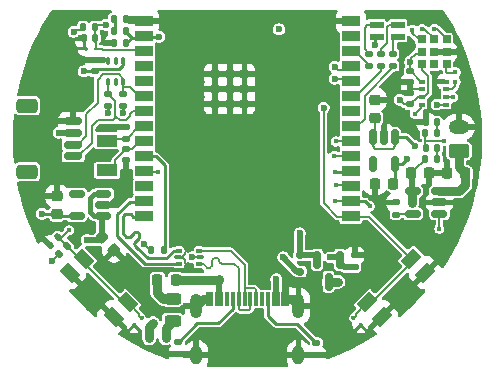
<source format=gbr>
%TF.GenerationSoftware,KiCad,Pcbnew,9.0.6*%
%TF.CreationDate,2026-01-06T14:18:23+01:00*%
%TF.ProjectId,EnviroLind,456e7669-726f-44c6-996e-642e6b696361,rev?*%
%TF.SameCoordinates,Original*%
%TF.FileFunction,Copper,L1,Top*%
%TF.FilePolarity,Positive*%
%FSLAX46Y46*%
G04 Gerber Fmt 4.6, Leading zero omitted, Abs format (unit mm)*
G04 Created by KiCad (PCBNEW 9.0.6) date 2026-01-06 14:18:23*
%MOMM*%
%LPD*%
G01*
G04 APERTURE LIST*
G04 Aperture macros list*
%AMRoundRect*
0 Rectangle with rounded corners*
0 $1 Rounding radius*
0 $2 $3 $4 $5 $6 $7 $8 $9 X,Y pos of 4 corners*
0 Add a 4 corners polygon primitive as box body*
4,1,4,$2,$3,$4,$5,$6,$7,$8,$9,$2,$3,0*
0 Add four circle primitives for the rounded corners*
1,1,$1+$1,$2,$3*
1,1,$1+$1,$4,$5*
1,1,$1+$1,$6,$7*
1,1,$1+$1,$8,$9*
0 Add four rect primitives between the rounded corners*
20,1,$1+$1,$2,$3,$4,$5,0*
20,1,$1+$1,$4,$5,$6,$7,0*
20,1,$1+$1,$6,$7,$8,$9,0*
20,1,$1+$1,$8,$9,$2,$3,0*%
%AMRotRect*
0 Rectangle, with rotation*
0 The origin of the aperture is its center*
0 $1 length*
0 $2 width*
0 $3 Rotation angle, in degrees counterclockwise*
0 Add horizontal line*
21,1,$1,$2,0,0,$3*%
G04 Aperture macros list end*
%TA.AperFunction,SMDPad,CuDef*%
%ADD10RoundRect,0.135000X-0.135000X-0.185000X0.135000X-0.185000X0.135000X0.185000X-0.135000X0.185000X0*%
%TD*%
%TA.AperFunction,SMDPad,CuDef*%
%ADD11RoundRect,0.243750X0.456250X-0.243750X0.456250X0.243750X-0.456250X0.243750X-0.456250X-0.243750X0*%
%TD*%
%TA.AperFunction,SMDPad,CuDef*%
%ADD12RoundRect,0.140000X0.140000X0.170000X-0.140000X0.170000X-0.140000X-0.170000X0.140000X-0.170000X0*%
%TD*%
%TA.AperFunction,SMDPad,CuDef*%
%ADD13RoundRect,0.135000X0.185000X-0.135000X0.185000X0.135000X-0.185000X0.135000X-0.185000X-0.135000X0*%
%TD*%
%TA.AperFunction,SMDPad,CuDef*%
%ADD14RoundRect,0.225000X0.225000X0.250000X-0.225000X0.250000X-0.225000X-0.250000X0.225000X-0.250000X0*%
%TD*%
%TA.AperFunction,SMDPad,CuDef*%
%ADD15RotRect,1.550000X1.000000X315.000000*%
%TD*%
%TA.AperFunction,SMDPad,CuDef*%
%ADD16RoundRect,0.140000X0.170000X-0.140000X0.170000X0.140000X-0.170000X0.140000X-0.170000X-0.140000X0*%
%TD*%
%TA.AperFunction,SMDPad,CuDef*%
%ADD17R,0.500000X0.350000*%
%TD*%
%TA.AperFunction,SMDPad,CuDef*%
%ADD18R,1.200000X0.600000*%
%TD*%
%TA.AperFunction,SMDPad,CuDef*%
%ADD19RoundRect,0.140000X-0.170000X0.140000X-0.170000X-0.140000X0.170000X-0.140000X0.170000X0.140000X0*%
%TD*%
%TA.AperFunction,SMDPad,CuDef*%
%ADD20RoundRect,0.135000X0.135000X0.185000X-0.135000X0.185000X-0.135000X-0.185000X0.135000X-0.185000X0*%
%TD*%
%TA.AperFunction,SMDPad,CuDef*%
%ADD21RoundRect,0.150000X0.150000X0.200000X-0.150000X0.200000X-0.150000X-0.200000X0.150000X-0.200000X0*%
%TD*%
%TA.AperFunction,SMDPad,CuDef*%
%ADD22RoundRect,0.093750X-0.156250X-0.093750X0.156250X-0.093750X0.156250X0.093750X-0.156250X0.093750X0*%
%TD*%
%TA.AperFunction,SMDPad,CuDef*%
%ADD23RoundRect,0.075000X-0.250000X-0.075000X0.250000X-0.075000X0.250000X0.075000X-0.250000X0.075000X0*%
%TD*%
%TA.AperFunction,SMDPad,CuDef*%
%ADD24RoundRect,0.150000X0.200000X-0.150000X0.200000X0.150000X-0.200000X0.150000X-0.200000X-0.150000X0*%
%TD*%
%TA.AperFunction,SMDPad,CuDef*%
%ADD25RoundRect,0.225000X-0.335876X-0.017678X-0.017678X-0.335876X0.335876X0.017678X0.017678X0.335876X0*%
%TD*%
%TA.AperFunction,SMDPad,CuDef*%
%ADD26R,1.500000X0.900000*%
%TD*%
%TA.AperFunction,SMDPad,CuDef*%
%ADD27R,0.800000X0.800000*%
%TD*%
%TA.AperFunction,SMDPad,CuDef*%
%ADD28RoundRect,0.150000X0.512500X0.150000X-0.512500X0.150000X-0.512500X-0.150000X0.512500X-0.150000X0*%
%TD*%
%TA.AperFunction,SMDPad,CuDef*%
%ADD29RoundRect,0.062500X-0.127279X0.038891X0.038891X-0.127279X0.127279X-0.038891X-0.038891X0.127279X0*%
%TD*%
%TA.AperFunction,SMDPad,CuDef*%
%ADD30RoundRect,0.147500X0.147500X0.172500X-0.147500X0.172500X-0.147500X-0.172500X0.147500X-0.172500X0*%
%TD*%
%TA.AperFunction,SMDPad,CuDef*%
%ADD31RoundRect,0.150000X-0.150000X0.587500X-0.150000X-0.587500X0.150000X-0.587500X0.150000X0.587500X0*%
%TD*%
%TA.AperFunction,SMDPad,CuDef*%
%ADD32R,1.800000X1.000000*%
%TD*%
%TA.AperFunction,SMDPad,CuDef*%
%ADD33RoundRect,0.225000X-0.225000X-0.250000X0.225000X-0.250000X0.225000X0.250000X-0.225000X0.250000X0*%
%TD*%
%TA.AperFunction,SMDPad,CuDef*%
%ADD34RotRect,1.550000X1.000000X45.000000*%
%TD*%
%TA.AperFunction,SMDPad,CuDef*%
%ADD35RoundRect,0.150000X-0.150000X0.512500X-0.150000X-0.512500X0.150000X-0.512500X0.150000X0.512500X0*%
%TD*%
%TA.AperFunction,SMDPad,CuDef*%
%ADD36RoundRect,0.150000X-0.625000X0.150000X-0.625000X-0.150000X0.625000X-0.150000X0.625000X0.150000X0*%
%TD*%
%TA.AperFunction,SMDPad,CuDef*%
%ADD37RoundRect,0.250000X-0.650000X0.350000X-0.650000X-0.350000X0.650000X-0.350000X0.650000X0.350000X0*%
%TD*%
%TA.AperFunction,SMDPad,CuDef*%
%ADD38RoundRect,0.147500X-0.147500X-0.172500X0.147500X-0.172500X0.147500X0.172500X-0.147500X0.172500X0*%
%TD*%
%TA.AperFunction,SMDPad,CuDef*%
%ADD39RoundRect,0.135000X-0.035355X0.226274X-0.226274X0.035355X0.035355X-0.226274X0.226274X-0.035355X0*%
%TD*%
%TA.AperFunction,SMDPad,CuDef*%
%ADD40RoundRect,0.075000X-0.075000X0.250000X-0.075000X-0.250000X0.075000X-0.250000X0.075000X0.250000X0*%
%TD*%
%TA.AperFunction,SMDPad,CuDef*%
%ADD41RoundRect,0.062500X0.038891X0.127279X-0.127279X-0.038891X-0.038891X-0.127279X0.127279X0.038891X0*%
%TD*%
%TA.AperFunction,SMDPad,CuDef*%
%ADD42RoundRect,0.135000X-0.185000X0.135000X-0.185000X-0.135000X0.185000X-0.135000X0.185000X0.135000X0*%
%TD*%
%TA.AperFunction,SMDPad,CuDef*%
%ADD43RoundRect,0.225000X0.250000X-0.225000X0.250000X0.225000X-0.250000X0.225000X-0.250000X-0.225000X0*%
%TD*%
%TA.AperFunction,SMDPad,CuDef*%
%ADD44R,0.300000X1.150000*%
%TD*%
%TA.AperFunction,HeatsinkPad*%
%ADD45O,1.000000X2.100000*%
%TD*%
%TA.AperFunction,HeatsinkPad*%
%ADD46O,1.000000X1.600000*%
%TD*%
%TA.AperFunction,SMDPad,CuDef*%
%ADD47RoundRect,0.062500X0.117500X0.062500X-0.117500X0.062500X-0.117500X-0.062500X0.117500X-0.062500X0*%
%TD*%
%TA.AperFunction,SMDPad,CuDef*%
%ADD48RoundRect,0.070000X-0.280000X0.280000X-0.280000X-0.280000X0.280000X-0.280000X0.280000X0.280000X0*%
%TD*%
%TA.AperFunction,SMDPad,CuDef*%
%ADD49RoundRect,0.140000X-0.021213X0.219203X-0.219203X0.021213X0.021213X-0.219203X0.219203X-0.021213X0*%
%TD*%
%TA.AperFunction,ComponentPad*%
%ADD50RoundRect,0.250000X0.625000X-0.350000X0.625000X0.350000X-0.625000X0.350000X-0.625000X-0.350000X0*%
%TD*%
%TA.AperFunction,ComponentPad*%
%ADD51O,1.750000X1.200000*%
%TD*%
%TA.AperFunction,ViaPad*%
%ADD52C,0.600000*%
%TD*%
%TA.AperFunction,ViaPad*%
%ADD53C,0.450000*%
%TD*%
%TA.AperFunction,Conductor*%
%ADD54C,0.254000*%
%TD*%
%TA.AperFunction,Conductor*%
%ADD55C,0.203200*%
%TD*%
%TA.AperFunction,Conductor*%
%ADD56C,0.508000*%
%TD*%
%TA.AperFunction,Conductor*%
%ADD57C,0.762000*%
%TD*%
%TA.AperFunction,Conductor*%
%ADD58C,0.203000*%
%TD*%
%TA.AperFunction,Conductor*%
%ADD59C,0.152400*%
%TD*%
%TA.AperFunction,Conductor*%
%ADD60C,0.250000*%
%TD*%
%TA.AperFunction,Conductor*%
%ADD61C,0.381000*%
%TD*%
G04 APERTURE END LIST*
D10*
%TO.P,R12,1*%
%TO.N,STAT*%
X116662200Y-101142800D03*
%TO.P,R12,2*%
%TO.N,Net-(D8-A)*%
X117682200Y-101142800D03*
%TD*%
D11*
%TO.P,FB1,1*%
%TO.N,Net-(D2-A)*%
X95250000Y-117015500D03*
%TO.P,FB1,2*%
%TO.N,Net-(F1-Pad1)*%
X95250000Y-115140500D03*
%TD*%
D12*
%TO.P,C5,1*%
%TO.N,nRESET*%
X88694200Y-93065600D03*
%TO.P,C5,2*%
%TO.N,GND*%
X87734200Y-93065600D03*
%TD*%
D13*
%TO.P,R2,1*%
%TO.N,GND*%
X107438000Y-119915400D03*
%TO.P,R2,2*%
%TO.N,Net-(J1-CC2)*%
X107438000Y-118895400D03*
%TD*%
D14*
%TO.P,C13,1*%
%TO.N,VBAT*%
X120028000Y-104521000D03*
%TO.P,C13,2*%
%TO.N,GND*%
X118478000Y-104521000D03*
%TD*%
D15*
%TO.P,SW4,1,1*%
%TO.N,GND*%
X90254668Y-116657643D03*
X86542357Y-112945332D03*
%TO.P,SW4,2,2*%
%TO.N,BUTTON*%
X91456749Y-115455562D03*
X87744438Y-111743251D03*
%TD*%
D13*
%TO.P,R5,1*%
%TO.N,LED_G*%
X112903000Y-95426700D03*
%TO.P,R5,2*%
%TO.N,Net-(D3-GK)*%
X112903000Y-94406700D03*
%TD*%
D16*
%TO.P,C8,1*%
%TO.N,+3.3V*%
X115392200Y-98699200D03*
%TO.P,C8,2*%
%TO.N,GND*%
X115392200Y-97739200D03*
%TD*%
D17*
%TO.P,U5,1,GND*%
%TO.N,GND*%
X118414800Y-96754400D03*
%TO.P,U5,2,CSB*%
%TO.N,CS_0*%
X118414800Y-97404400D03*
%TO.P,U5,3,SDI*%
%TO.N,CIPO*%
X118414800Y-98054400D03*
%TO.P,U5,4,SCK*%
%TO.N,SCK*%
X118414800Y-98704400D03*
%TO.P,U5,5,SDO*%
%TO.N,COPI*%
X116364800Y-98704400D03*
%TO.P,U5,6,VDDIO*%
%TO.N,+3.3V*%
X116364800Y-98054400D03*
%TO.P,U5,7,GND*%
%TO.N,GND*%
X116364800Y-97404400D03*
%TO.P,U5,8,VDD*%
%TO.N,+1V2*%
X116364800Y-96754400D03*
%TD*%
D18*
%TO.P,D3,1,RK*%
%TO.N,Net-(D3-RK)*%
X112522000Y-91995700D03*
%TO.P,D3,2,GK*%
%TO.N,Net-(D3-GK)*%
X114322000Y-91995700D03*
%TO.P,D3,3,A*%
%TO.N,+3.3V*%
X112522000Y-92945700D03*
%TO.P,D3,4,BK*%
%TO.N,Net-(D3-BK)*%
X114322000Y-92945700D03*
%TD*%
D19*
%TO.P,C9,1*%
%TO.N,XTAL_N*%
X91338400Y-102466200D03*
%TO.P,C9,2*%
%TO.N,GND*%
X91338400Y-103426200D03*
%TD*%
D20*
%TO.P,R10,1*%
%TO.N,nRESET*%
X88698800Y-92125800D03*
%TO.P,R10,2*%
%TO.N,+3.3V*%
X87678800Y-92125800D03*
%TD*%
D21*
%TO.P,D2,1,K*%
%TO.N,+5V*%
X93280000Y-118491000D03*
%TO.P,D2,2,A*%
%TO.N,Net-(D2-A)*%
X94680000Y-118491000D03*
%TD*%
D22*
%TO.P,U2,1,I/O1*%
%TO.N,/U_DP*%
X95797000Y-111095500D03*
D23*
%TO.P,U2,2,GND*%
%TO.N,GND*%
X95722000Y-111633000D03*
D22*
%TO.P,U2,3,I/O2*%
%TO.N,/U_DN*%
X95797000Y-112170500D03*
%TO.P,U2,4,I/O2*%
%TO.N,/DN*%
X97497000Y-112170500D03*
D23*
%TO.P,U2,5,VBUS*%
%TO.N,+5V*%
X97572000Y-111633000D03*
D22*
%TO.P,U2,6,I/O1*%
%TO.N,/DP*%
X97497000Y-111095500D03*
%TD*%
D19*
%TO.P,C10,1*%
%TO.N,+1V2*%
X115392200Y-95834200D03*
%TO.P,C10,2*%
%TO.N,GND*%
X115392200Y-96794200D03*
%TD*%
D24*
%TO.P,D9,1,K*%
%TO.N,VCC*%
X106045000Y-111441000D03*
%TO.P,D9,2,A*%
%TO.N,+5V*%
X106045000Y-112841000D03*
%TD*%
D25*
%TO.P,C1,1*%
%TO.N,VCC*%
X89240992Y-109941992D03*
%TO.P,C1,2*%
%TO.N,GND*%
X90337008Y-111038008D03*
%TD*%
D26*
%TO.P,U8,1,GND*%
%TO.N,GND*%
X92850000Y-91669000D03*
%TO.P,U8,2,3V3*%
%TO.N,+3.3V*%
X92850000Y-92939000D03*
%TO.P,U8,3,EN/CHIP_PU*%
%TO.N,nRESET*%
X92850000Y-94209000D03*
%TO.P,U8,4,MTMS/GPIO4/ADC1_CH4*%
%TO.N,unconnected-(U8-MTMS{slash}GPIO4{slash}ADC1_CH4-Pad4)*%
X92850000Y-95479000D03*
%TO.P,U8,5,MTDI/GPIO5/ADC1_CH5*%
%TO.N,unconnected-(U8-MTDI{slash}GPIO5{slash}ADC1_CH5-Pad5)*%
X92850000Y-96749000D03*
%TO.P,U8,6,MTCK/GPIO6/ADC1_CH6*%
%TO.N,SDA*%
X92850000Y-98019000D03*
%TO.P,U8,7,MTDO/GPIO7*%
%TO.N,SCL*%
X92850000Y-99289000D03*
%TO.P,U8,8,GPIO0/ADC1_CH0/XTAL_32K_P*%
%TO.N,XTAL_P*%
X92850000Y-100559000D03*
%TO.P,U8,9,GPIO1/ADC1_CH1/XTAL_32K_N*%
%TO.N,XTAL_N*%
X92850000Y-101829000D03*
%TO.P,U8,10,GPIO8*%
%TO.N,Net-(U8-GPIO8)*%
X92850000Y-103099000D03*
%TO.P,U8,11,GPIO10*%
%TO.N,BUTTON*%
X92850000Y-104369000D03*
%TO.P,U8,12,GPIO11*%
%TO.N,unconnected-(U8-GPIO11-Pad12)*%
X92850000Y-105639000D03*
%TO.P,U8,13,GPIO12/USB_D-*%
%TO.N,/U_DN*%
X92850000Y-106909000D03*
%TO.P,U8,14,GPIO13/USB_D+*%
%TO.N,/U_DP*%
X92850000Y-108179000D03*
%TO.P,U8,15,GPIO9*%
%TO.N,BOOT*%
X110350000Y-108179000D03*
%TO.P,U8,16,GPIO18*%
%TO.N,SCK*%
X110350000Y-106909000D03*
%TO.P,U8,17,GPIO19*%
%TO.N,COPI*%
X110350000Y-105639000D03*
%TO.P,U8,18,GPIO20*%
%TO.N,CIPO*%
X110350000Y-104369000D03*
%TO.P,U8,19,GPIO21*%
%TO.N,CS_0*%
X110350000Y-103099000D03*
%TO.P,U8,20,GPIO22*%
%TO.N,CS_1*%
X110350000Y-101829000D03*
%TO.P,U8,21,GPIO23*%
%TO.N,LED_R*%
X110350000Y-100559000D03*
%TO.P,U8,22,NC*%
%TO.N,unconnected-(U8-NC-Pad22)*%
X110350000Y-99289000D03*
%TO.P,U8,23,GPIO15*%
%TO.N,LED_G*%
X110350000Y-98019000D03*
%TO.P,U8,24,U0RXD/GPIO17*%
%TO.N,RX*%
X110350000Y-96749000D03*
%TO.P,U8,25,U0TXD/GPIO16*%
%TO.N,TX*%
X110350000Y-95479000D03*
%TO.P,U8,26,GPIO3/ADC1_CH3*%
%TO.N,LED_B*%
X110350000Y-94209000D03*
%TO.P,U8,27,GPIO2/ADC1_CH2*%
%TO.N,unconnected-(U8-GPIO2{slash}ADC1_CH2-Pad27)*%
X110350000Y-92939000D03*
%TO.P,U8,28,GND*%
%TO.N,GND*%
X110350000Y-91669000D03*
D27*
%TO.P,U8,29,GND*%
X98845000Y-96139000D03*
X98845000Y-97389000D03*
X98845000Y-98639000D03*
X100095000Y-96139000D03*
X100095000Y-97389000D03*
X100095000Y-98639000D03*
X101345000Y-96139000D03*
X101345000Y-97389000D03*
X101345000Y-98639000D03*
%TD*%
D28*
%TO.P,U3,1,VIN*%
%TO.N,VCC*%
X89402500Y-108138000D03*
%TO.P,U3,2,GND*%
%TO.N,GND*%
X89402500Y-107188000D03*
%TO.P,U3,3,EN*%
%TO.N,VCC*%
X89402500Y-106238000D03*
%TO.P,U3,4,NC*%
%TO.N,unconnected-(U3-NC-Pad4)*%
X87127500Y-106238000D03*
%TO.P,U3,5,VOUT*%
%TO.N,+3.3V*%
X87127500Y-108138000D03*
%TD*%
D29*
%TO.P,D5,1,A1*%
%TO.N,GND*%
X111167985Y-117390985D03*
%TO.P,D5,2,A2*%
%TO.N,BOOT*%
X110574015Y-116797015D03*
%TD*%
D30*
%TO.P,D1,1,K*%
%TO.N,GND*%
X91290000Y-91440000D03*
%TO.P,D1,2,A*%
%TO.N,Net-(D1-A)*%
X90320000Y-91440000D03*
%TD*%
D31*
%TO.P,Q1,1,G*%
%TO.N,+5V*%
X109408000Y-111838500D03*
%TO.P,Q1,2,S*%
%TO.N,VCC*%
X107508000Y-111838500D03*
%TO.P,Q1,3,D*%
%TO.N,VBAT*%
X108458000Y-113713500D03*
%TD*%
D13*
%TO.P,R15,1*%
%TO.N,+5V*%
X110683000Y-112473500D03*
%TO.P,R15,2*%
%TO.N,GND*%
X110683000Y-111453500D03*
%TD*%
D32*
%TO.P,Y1,1,1*%
%TO.N,XTAL_N*%
X89712800Y-104272400D03*
%TO.P,Y1,2,2*%
%TO.N,XTAL_P*%
X89712800Y-101772400D03*
%TD*%
D14*
%TO.P,C4,1*%
%TO.N,+1V2*%
X113932000Y-105404500D03*
%TO.P,C4,2*%
%TO.N,GND*%
X112382000Y-105404500D03*
%TD*%
D13*
%TO.P,R8,1*%
%TO.N,+3.3V*%
X89789000Y-98808000D03*
%TO.P,R8,2*%
%TO.N,SCL*%
X89789000Y-97788000D03*
%TD*%
D33*
%TO.P,F1,1*%
%TO.N,Net-(F1-Pad1)*%
X93967000Y-113538000D03*
%TO.P,F1,2*%
%TO.N,Net-(F1-Pad2)*%
X95517000Y-113538000D03*
%TD*%
D34*
%TO.P,SW3,1,1*%
%TO.N,GND*%
X116657643Y-112945332D03*
X112945332Y-116657643D03*
%TO.P,SW3,2,2*%
%TO.N,BOOT*%
X115455562Y-111743251D03*
X111743251Y-115455562D03*
%TD*%
D28*
%TO.P,U1,1,STAT*%
%TO.N,STAT*%
X117845000Y-107945000D03*
%TO.P,U1,2,V_{SS}*%
%TO.N,GND*%
X117845000Y-106995000D03*
%TO.P,U1,3,V_{BAT}*%
%TO.N,VBAT*%
X117845000Y-106045000D03*
%TO.P,U1,4,V_{DD}*%
%TO.N,+5V*%
X115570000Y-106045000D03*
%TO.P,U1,5,PROG*%
%TO.N,Net-(U1-PROG)*%
X115570000Y-107945000D03*
%TD*%
D12*
%TO.P,C6,1*%
%TO.N,+3.3V*%
X91285000Y-93497400D03*
%TO.P,C6,2*%
%TO.N,GND*%
X90325000Y-93497400D03*
%TD*%
D13*
%TO.P,R4,1*%
%TO.N,LED_B*%
X111887000Y-95426700D03*
%TO.P,R4,2*%
%TO.N,Net-(D3-RK)*%
X111887000Y-94406700D03*
%TD*%
D10*
%TO.P,R11,1*%
%TO.N,+5V*%
X116658200Y-103327200D03*
%TO.P,R11,2*%
%TO.N,Net-(D7-A)*%
X117678200Y-103327200D03*
%TD*%
D35*
%TO.P,U4,1,VIN*%
%TO.N,VCC*%
X114107000Y-101473000D03*
%TO.P,U4,2,GND*%
%TO.N,GND*%
X113157000Y-101473000D03*
%TO.P,U4,3,EN*%
%TO.N,VCC*%
X112207000Y-101473000D03*
%TO.P,U4,4,NC*%
%TO.N,unconnected-(U4-NC-Pad4)*%
X112207000Y-103748000D03*
%TO.P,U4,5,VOUT*%
%TO.N,+1V2*%
X114107000Y-103748000D03*
%TD*%
D16*
%TO.P,C7,1*%
%TO.N,+3.3V*%
X88646000Y-95857000D03*
%TO.P,C7,2*%
%TO.N,GND*%
X88646000Y-94897000D03*
%TD*%
D36*
%TO.P,J2,1,Pin_1*%
%TO.N,GND*%
X86836000Y-100100000D03*
%TO.P,J2,2,Pin_2*%
%TO.N,+3.3V*%
X86836000Y-101100000D03*
%TO.P,J2,3,Pin_3*%
%TO.N,SDA*%
X86836000Y-102100000D03*
%TO.P,J2,4,Pin_4*%
%TO.N,SCL*%
X86836000Y-103100000D03*
D37*
%TO.P,J2,MP*%
%TO.N,N/C*%
X82961000Y-98800000D03*
X82961000Y-104400000D03*
%TD*%
D38*
%TO.P,D8,1,K*%
%TO.N,GND*%
X116689200Y-100203000D03*
%TO.P,D8,2,A*%
%TO.N,Net-(D8-A)*%
X117659200Y-100203000D03*
%TD*%
D13*
%TO.P,R6,1*%
%TO.N,LED_R*%
X113919000Y-95426700D03*
%TO.P,R6,2*%
%TO.N,Net-(D3-BK)*%
X113919000Y-94406700D03*
%TD*%
%TO.P,R1,1*%
%TO.N,GND*%
X95754000Y-119788400D03*
%TO.P,R1,2*%
%TO.N,Net-(J1-CC1)*%
X95754000Y-118768400D03*
%TD*%
D39*
%TO.P,R14,1*%
%TO.N,BUTTON*%
X86323435Y-110678965D03*
%TO.P,R14,2*%
%TO.N,+3.3V*%
X85602187Y-111400213D03*
%TD*%
D20*
%TO.P,R3,1*%
%TO.N,+3.3V*%
X91315000Y-92481400D03*
%TO.P,R3,2*%
%TO.N,Net-(D1-A)*%
X90295000Y-92481400D03*
%TD*%
D13*
%TO.P,R7,1*%
%TO.N,+3.3V*%
X91059000Y-98808000D03*
%TO.P,R7,2*%
%TO.N,SDA*%
X91059000Y-97788000D03*
%TD*%
D40*
%TO.P,U7,1,VDD*%
%TO.N,+3.3V*%
X91074000Y-94985000D03*
%TO.P,U7,2,NC*%
%TO.N,unconnected-(U7-NC-Pad2)*%
X90424000Y-94985000D03*
%TO.P,U7,3,GND*%
%TO.N,GND*%
X89774000Y-94985000D03*
%TO.P,U7,4,SCL*%
%TO.N,SCL*%
X89774000Y-96785000D03*
%TO.P,U7,5,INT*%
%TO.N,unconnected-(U7-INT-Pad5)*%
X90424000Y-96785000D03*
%TO.P,U7,6,SDA*%
%TO.N,SDA*%
X91074000Y-96785000D03*
%TD*%
D16*
%TO.P,C11,1*%
%TO.N,XTAL_P*%
X91338400Y-101597400D03*
%TO.P,C11,2*%
%TO.N,GND*%
X91338400Y-100637400D03*
%TD*%
D41*
%TO.P,D6,1,A1*%
%TO.N,GND*%
X92032015Y-117390985D03*
%TO.P,D6,2,A2*%
%TO.N,BUTTON*%
X92625985Y-116797015D03*
%TD*%
D42*
%TO.P,R9,1*%
%TO.N,GND*%
X114167500Y-106995000D03*
%TO.P,R9,2*%
%TO.N,Net-(U1-PROG)*%
X114167500Y-108015000D03*
%TD*%
D43*
%TO.P,C3,1*%
%TO.N,VCC*%
X112395000Y-99835000D03*
%TO.P,C3,2*%
%TO.N,GND*%
X112395000Y-98285000D03*
%TD*%
D44*
%TO.P,J1,A1,GND*%
%TO.N,GND*%
X98246000Y-115189000D03*
%TO.P,J1,A4,VBUS*%
%TO.N,Net-(F1-Pad2)*%
X99046000Y-115189000D03*
%TO.P,J1,A5,CC1*%
%TO.N,Net-(J1-CC1)*%
X100346000Y-115189000D03*
%TO.P,J1,A6,D+*%
%TO.N,/DP*%
X101346000Y-115189000D03*
%TO.P,J1,A7,D-*%
%TO.N,/DN*%
X101846000Y-115189000D03*
%TO.P,J1,A8,SBU1*%
%TO.N,unconnected-(J1-SBU1-PadA8)*%
X102846000Y-115189000D03*
%TO.P,J1,A9,VBUS*%
%TO.N,Net-(F1-Pad2)*%
X104146000Y-115189000D03*
%TO.P,J1,A12,GND*%
%TO.N,GND*%
X104946000Y-115189000D03*
%TO.P,J1,B1,GND*%
X104646000Y-115189000D03*
%TO.P,J1,B4,VBUS*%
%TO.N,Net-(F1-Pad2)*%
X103846000Y-115189000D03*
%TO.P,J1,B5,CC2*%
%TO.N,Net-(J1-CC2)*%
X103346000Y-115189000D03*
%TO.P,J1,B6,D+*%
%TO.N,/DP*%
X102346000Y-115189000D03*
%TO.P,J1,B7,D-*%
%TO.N,/DN*%
X100846000Y-115189000D03*
%TO.P,J1,B8,SBU2*%
%TO.N,unconnected-(J1-SBU2-PadB8)*%
X99846000Y-115189000D03*
%TO.P,J1,B9,VBUS*%
%TO.N,Net-(F1-Pad2)*%
X99346000Y-115189000D03*
%TO.P,J1,B12,GND*%
%TO.N,GND*%
X98546000Y-115189000D03*
D45*
%TO.P,J1,S1,SHIELD*%
X97276000Y-115754000D03*
D46*
X97276000Y-119934000D03*
D45*
X105916000Y-115754000D03*
D46*
X105916000Y-119934000D03*
%TD*%
D33*
%TO.P,C14,1*%
%TO.N,+5V*%
X115430000Y-104521000D03*
%TO.P,C14,2*%
%TO.N,GND*%
X116980000Y-104521000D03*
%TD*%
D47*
%TO.P,D4,1,A1*%
%TO.N,GND*%
X87895800Y-93980000D03*
%TO.P,D4,2,A2*%
%TO.N,nRESET*%
X88735800Y-93980000D03*
%TD*%
D43*
%TO.P,C2,1*%
%TO.N,+3.3V*%
X85471000Y-107988400D03*
%TO.P,C2,2*%
%TO.N,GND*%
X85471000Y-106438400D03*
%TD*%
D20*
%TO.P,R13,1*%
%TO.N,Net-(U8-GPIO8)*%
X94488000Y-110998000D03*
%TO.P,R13,2*%
%TO.N,+3.3V*%
X93468000Y-110998000D03*
%TD*%
D48*
%TO.P,U6,1,COPI/SDA*%
%TO.N,COPI*%
X118474200Y-93184000D03*
%TO.P,U6,2,SCK/SCL*%
%TO.N,SCK*%
X117424200Y-93184000D03*
%TO.P,U6,3,CIPO/ADDR*%
%TO.N,CIPO*%
X116374200Y-93184000D03*
%TO.P,U6,4,VDD*%
%TO.N,+1V2*%
X116374200Y-94234000D03*
%TO.P,U6,5,VDDIO*%
%TO.N,+3.3V*%
X116374200Y-95284000D03*
%TO.P,U6,6,nINT*%
%TO.N,unconnected-(U6-nINT-Pad6)*%
X117424200Y-95284000D03*
%TO.P,U6,7,nCS*%
%TO.N,CS_1*%
X118474200Y-95284000D03*
%TO.P,U6,8,GND*%
%TO.N,GND*%
X118474200Y-94234000D03*
%TO.P,U6,9,GND*%
X117424200Y-94234000D03*
%TD*%
D49*
%TO.P,C12,1*%
%TO.N,BUTTON*%
X85540222Y-109938178D03*
%TO.P,C12,2*%
%TO.N,GND*%
X84861400Y-110617000D03*
%TD*%
D38*
%TO.P,D7,1,K*%
%TO.N,STAT*%
X116685200Y-102387400D03*
%TO.P,D7,2,A*%
%TO.N,Net-(D7-A)*%
X117655200Y-102387400D03*
%TD*%
D50*
%TO.P,J3,1,Pin_1*%
%TO.N,VBAT*%
X119507000Y-102616000D03*
D51*
%TO.P,J3,2,Pin_2*%
%TO.N,GND*%
X119507000Y-100616000D03*
%TD*%
D52*
%TO.N,GND*%
X86614000Y-91059000D03*
X117535393Y-96134000D03*
X89154000Y-91059000D03*
X88773000Y-114427000D03*
X100965000Y-91059000D03*
X94488000Y-119634000D03*
X103505000Y-91059000D03*
X100330000Y-120396000D03*
X106045000Y-91059000D03*
X89611200Y-93472000D03*
X101600000Y-116967000D03*
X108712000Y-119634000D03*
X85344000Y-91059000D03*
X90271600Y-100711000D03*
X97155000Y-91059000D03*
X84150200Y-109347000D03*
X102235000Y-91059000D03*
X94361000Y-100584000D03*
X98425000Y-91059000D03*
X107315000Y-91059000D03*
X89357200Y-112750600D03*
X120269000Y-106807000D03*
X108585000Y-91059000D03*
X94742000Y-112795500D03*
X113944400Y-96774000D03*
X113919000Y-91059000D03*
X113538000Y-99187000D03*
X116459000Y-91059000D03*
X104140000Y-120396000D03*
X118110000Y-111760000D03*
X119380000Y-109347000D03*
X120904000Y-103378000D03*
X94615000Y-91059000D03*
X117729000Y-91059000D03*
X99695000Y-91059000D03*
X119888000Y-108077000D03*
X116713000Y-105664000D03*
X120604728Y-97721013D03*
X99060000Y-120396000D03*
X104775000Y-91059000D03*
X91338400Y-104470200D03*
X114681000Y-114681000D03*
X89408000Y-102844600D03*
X89712800Y-105359200D03*
X121031000Y-101727000D03*
X87884000Y-91059000D03*
X102870000Y-120396000D03*
X115189000Y-91059000D03*
X112649000Y-91059000D03*
X101600000Y-120396000D03*
X120777000Y-98933000D03*
X119532400Y-94208600D03*
X89154000Y-100711000D03*
X88188800Y-104470200D03*
X118745000Y-110617000D03*
X95885000Y-91059000D03*
%TO.N,+5V*%
X104622600Y-111633000D03*
X93599000Y-117221000D03*
X108610400Y-111633000D03*
X96901000Y-111633000D03*
X115544600Y-107010200D03*
%TO.N,+3.3V*%
X87757000Y-95885000D03*
X86868000Y-92549600D03*
X92828641Y-110486757D03*
X94107000Y-92964000D03*
X114477800Y-98298000D03*
X85064600Y-111937800D03*
X104267000Y-92329000D03*
X84201000Y-107950000D03*
X85598000Y-101092000D03*
X89789000Y-99441000D03*
X91059000Y-99441000D03*
X112395000Y-93646700D03*
%TO.N,+1V2*%
X115121400Y-103318600D03*
X115366800Y-95106200D03*
%TO.N,nRESET*%
X89585800Y-91948000D03*
D53*
%TO.N,BUTTON*%
X93980000Y-104394000D03*
X86487000Y-109347000D03*
%TO.N,CS_1*%
X109067200Y-101829000D03*
X119210200Y-95961200D03*
D52*
%TO.N,BOOT*%
X108051600Y-98958400D03*
D53*
%TO.N,CIPO*%
X119024400Y-98094800D03*
X109016800Y-104394000D03*
X115544600Y-92379800D03*
D52*
%TO.N,Net-(F1-Pad2)*%
X99212400Y-113487200D03*
X104038400Y-113487200D03*
D53*
%TO.N,COPI*%
X109067600Y-105537000D03*
X115787044Y-99480244D03*
X117424200Y-92278200D03*
%TO.N,SCK*%
X108966000Y-106908600D03*
X111937800Y-107289600D03*
X116357400Y-92278200D03*
D52*
X117602000Y-98704400D03*
%TO.N,TX*%
X108966000Y-95504000D03*
%TO.N,RX*%
X108966000Y-96520000D03*
D53*
%TO.N,CS_0*%
X108940600Y-103047800D03*
X119205431Y-96761186D03*
D52*
%TO.N,VCC*%
X106019600Y-109601000D03*
X88011000Y-110185200D03*
X115748400Y-102184200D03*
%TO.N,VBAT*%
X109270800Y-113715800D03*
X119507000Y-106045000D03*
D53*
%TO.N,STAT*%
X117845000Y-109209000D03*
X118279060Y-101772273D03*
%TD*%
D54*
%TO.N,GND*%
X92611000Y-91440000D02*
X92850000Y-91679000D01*
D55*
X96349600Y-112097600D02*
X96520000Y-112268000D01*
D56*
X90043000Y-107188000D02*
X90601800Y-106629200D01*
D55*
X96120022Y-111680400D02*
X96139000Y-111699378D01*
X96072622Y-111633000D02*
X96349600Y-111356022D01*
X115366800Y-97409000D02*
X115366800Y-96977200D01*
X95722000Y-111633000D02*
X95769400Y-111680400D01*
D54*
X91344800Y-91440000D02*
X92611000Y-91440000D01*
D55*
X96349600Y-111356022D02*
X96139000Y-111566622D01*
D56*
X89402500Y-107188000D02*
X90043000Y-107188000D01*
D57*
X104946000Y-115189000D02*
X105351000Y-115189000D01*
D54*
X87734200Y-93065600D02*
X87734200Y-93818400D01*
D57*
X105351000Y-115189000D02*
X105916000Y-115754000D01*
D55*
X110350000Y-91679000D02*
X110759000Y-91679000D01*
X95769400Y-111680400D02*
X96120022Y-111680400D01*
X96349600Y-111168400D02*
X96520000Y-110998000D01*
X96296311Y-111856689D02*
X96349600Y-111909978D01*
X96139000Y-111566622D02*
X96139000Y-111699378D01*
X96349600Y-111356022D02*
X96349600Y-111168400D01*
X95722000Y-111633000D02*
X96072622Y-111633000D01*
D57*
X98246000Y-115189000D02*
X97841000Y-115189000D01*
X97841000Y-115189000D02*
X97276000Y-115754000D01*
D55*
X95769400Y-111585600D02*
X96120022Y-111585600D01*
X116364800Y-97404400D02*
X115371400Y-97404400D01*
X96349600Y-111909978D02*
X96349600Y-112097600D01*
X115366800Y-97840800D02*
X115366800Y-97409000D01*
D54*
X87734200Y-93818400D02*
X87895800Y-93980000D01*
D55*
X95722000Y-111633000D02*
X95769400Y-111585600D01*
X96120022Y-111585600D02*
X96139000Y-111566622D01*
D54*
X88788992Y-94897000D02*
X88646000Y-94897000D01*
D55*
X96139000Y-111699378D02*
X96296311Y-111856689D01*
D56*
%TO.N,+5V*%
X104622600Y-111633000D02*
X105830600Y-112841000D01*
X105830600Y-112841000D02*
X106045000Y-112841000D01*
D57*
X93280000Y-117540000D02*
X93599000Y-117221000D01*
D56*
X115430000Y-104521000D02*
X115519200Y-104610200D01*
D55*
X116658200Y-103428800D02*
X116313600Y-103773400D01*
X116313600Y-103773400D02*
X116177600Y-103773400D01*
D57*
X93280000Y-118491000D02*
X93280000Y-117540000D01*
D56*
X109806500Y-112473500D02*
X109408000Y-112075000D01*
X115519200Y-104610200D02*
X115519200Y-105994200D01*
X108610400Y-111633000D02*
X109202500Y-111633000D01*
X115544600Y-106070400D02*
X115570000Y-106045000D01*
D55*
X116177600Y-103773400D02*
X115430000Y-104521000D01*
X116658200Y-103327200D02*
X116658200Y-103428800D01*
D56*
X110683000Y-112473500D02*
X109806500Y-112473500D01*
X115519200Y-105994200D02*
X115570000Y-106045000D01*
D55*
X97572000Y-111633000D02*
X96901000Y-111633000D01*
D57*
X115544600Y-107010200D02*
X115544600Y-106070400D01*
D56*
X109202500Y-111633000D02*
X109408000Y-111838500D01*
X109408000Y-112075000D02*
X109408000Y-111838500D01*
D55*
%TO.N,+3.3V*%
X116916200Y-96316800D02*
X116340200Y-95740800D01*
D56*
X86836000Y-101100000D02*
X85606000Y-101100000D01*
D54*
X91335800Y-93497400D02*
X91363800Y-93497400D01*
D55*
X87387200Y-92417400D02*
X87678800Y-92125800D01*
X116364800Y-98054400D02*
X116575600Y-98054400D01*
D54*
X84201000Y-107950000D02*
X85331000Y-107950000D01*
X112395000Y-93646700D02*
X112395000Y-93072700D01*
X91363800Y-93497400D02*
X91770200Y-93091000D01*
D55*
X116352788Y-98066412D02*
X116364800Y-98054400D01*
X93470000Y-110871000D02*
X93212884Y-110871000D01*
D54*
X88775200Y-95727800D02*
X88646000Y-95857000D01*
X90678000Y-95727800D02*
X88775200Y-95727800D01*
D55*
X116916200Y-97713800D02*
X116916200Y-96316800D01*
X114477800Y-98298000D02*
X114879000Y-98699200D01*
D54*
X91977400Y-93091000D02*
X92708000Y-93091000D01*
X91074000Y-94985000D02*
X91074000Y-95331800D01*
X91367800Y-92637800D02*
X91821000Y-93091000D01*
D55*
X93212884Y-110871000D02*
X92828641Y-110486757D01*
X87000200Y-92417400D02*
X87387200Y-92417400D01*
X114879000Y-98699200D02*
X115397400Y-98699200D01*
D54*
X91367800Y-92481400D02*
X91367800Y-92637800D01*
X87000500Y-108138000D02*
X85519000Y-108138000D01*
X92708000Y-93091000D02*
X92850000Y-92949000D01*
X88646000Y-95857000D02*
X87785000Y-95857000D01*
X91821000Y-93091000D02*
X91977400Y-93091000D01*
X91770200Y-93091000D02*
X91977400Y-93091000D01*
X89789000Y-98808000D02*
X89789000Y-99441000D01*
D55*
X116340200Y-95740800D02*
X116340200Y-95284000D01*
D54*
X85519000Y-108138000D02*
X85344000Y-107963000D01*
D55*
X116575600Y-98054400D02*
X116916200Y-97713800D01*
X116030188Y-98066412D02*
X116352788Y-98066412D01*
D54*
X112395000Y-93072700D02*
X112522000Y-92945700D01*
D55*
X85602187Y-111400213D02*
X85064600Y-111937800D01*
X115397400Y-98699200D02*
X116030188Y-98066412D01*
D54*
X91074000Y-95331800D02*
X90678000Y-95727800D01*
D56*
X85606000Y-101100000D02*
X85598000Y-101092000D01*
D55*
X86868000Y-92549600D02*
X87000200Y-92417400D01*
D54*
X91059000Y-98808000D02*
X91059000Y-99441000D01*
X92850000Y-92949000D02*
X94092000Y-92949000D01*
X87785000Y-95857000D02*
X87757000Y-95885000D01*
X94092000Y-92949000D02*
X94107000Y-92964000D01*
X85331000Y-107950000D02*
X85344000Y-107963000D01*
%TO.N,+1V2*%
X114107000Y-103748000D02*
X114107000Y-105229500D01*
X114107000Y-105229500D02*
X113932000Y-105404500D01*
D55*
X116364800Y-96754400D02*
X116312400Y-96754400D01*
D54*
X115121400Y-103318600D02*
X114692000Y-103748000D01*
X114692000Y-103748000D02*
X114107000Y-103748000D01*
D55*
X116312400Y-96754400D02*
X115366800Y-95808800D01*
X115849400Y-94400200D02*
X116174000Y-94400200D01*
X115366800Y-95808800D02*
X115366800Y-95106200D01*
X116174000Y-94400200D02*
X116340200Y-94234000D01*
X115366800Y-94882800D02*
X115849400Y-94400200D01*
D54*
%TO.N,Net-(D1-A)*%
X90374800Y-92454400D02*
X90347800Y-92481400D01*
X90374800Y-91440000D02*
X90374800Y-92454400D01*
D55*
%TO.N,LED_B*%
X111887000Y-95426700D02*
X111887000Y-95377000D01*
X111887000Y-95377000D02*
X110719000Y-94209000D01*
X110719000Y-94209000D02*
X110350000Y-94209000D01*
%TO.N,LED_G*%
X112903000Y-95885000D02*
X110769000Y-98019000D01*
X110769000Y-98019000D02*
X110350000Y-98019000D01*
X112903000Y-95633000D02*
X112903000Y-95885000D01*
%TO.N,LED_R*%
X110885200Y-100559000D02*
X110350000Y-100559000D01*
X111506000Y-97942400D02*
X111506000Y-99938200D01*
X113919000Y-95633000D02*
X113815400Y-95633000D01*
X111506000Y-99938200D02*
X110885200Y-100559000D01*
X113815400Y-95633000D02*
X111506000Y-97942400D01*
X110350000Y-100569000D02*
X110759000Y-100569000D01*
%TO.N,nRESET*%
X88668800Y-93040200D02*
X88694200Y-93065600D01*
X91008588Y-94110000D02*
X91005588Y-94107000D01*
X92748000Y-94107000D02*
X91666012Y-94107000D01*
X88668800Y-93091000D02*
X88694200Y-93065600D01*
X89243800Y-93980000D02*
X88735800Y-93980000D01*
X88735800Y-93980000D02*
X88735800Y-93472000D01*
X91663012Y-94110000D02*
X91008588Y-94110000D01*
X91666012Y-94107000D02*
X91663012Y-94110000D01*
X90706012Y-94107000D02*
X90703012Y-94110000D01*
X88698800Y-92125800D02*
X88668800Y-92155800D01*
X90045588Y-94107000D02*
X89370800Y-94107000D01*
X92850000Y-94209000D02*
X92748000Y-94107000D01*
X88668800Y-93405000D02*
X88668800Y-93091000D01*
X89370800Y-94107000D02*
X89243800Y-93980000D01*
X88876600Y-91948000D02*
X88698800Y-92125800D01*
X88735800Y-93472000D02*
X88668800Y-93405000D01*
X88668800Y-92155800D02*
X88668800Y-93040200D01*
X90703012Y-94110000D02*
X90048588Y-94110000D01*
X91005588Y-94107000D02*
X90706012Y-94107000D01*
X90048588Y-94110000D02*
X90045588Y-94107000D01*
X89585800Y-91948000D02*
X88876600Y-91948000D01*
D57*
%TO.N,Net-(D2-A)*%
X95250000Y-117015500D02*
X94680000Y-117585500D01*
X94680000Y-117585500D02*
X94680000Y-118491000D01*
D55*
%TO.N,XTAL_N*%
X92455600Y-101829000D02*
X91818400Y-102466200D01*
X90373200Y-104120000D02*
X89865200Y-104120000D01*
X90373200Y-103431400D02*
X90373200Y-104120000D01*
X91818400Y-102466200D02*
X91338400Y-102466200D01*
X91338400Y-102466200D02*
X90373200Y-103431400D01*
X92850000Y-101829000D02*
X92455600Y-101829000D01*
X89865200Y-104120000D02*
X89712800Y-104272400D01*
%TO.N,XTAL_P*%
X91391800Y-101597400D02*
X92430200Y-100559000D01*
X89712800Y-101620000D02*
X89712800Y-101772400D01*
X89735400Y-101597400D02*
X89712800Y-101620000D01*
X91338400Y-101597400D02*
X89735400Y-101597400D01*
X91338400Y-101597400D02*
X91391800Y-101597400D01*
X92430200Y-100559000D02*
X92850000Y-100559000D01*
D54*
%TO.N,Net-(U8-GPIO8)*%
X94615000Y-103860000D02*
X93854000Y-103099000D01*
X94615000Y-110871000D02*
X94615000Y-103860000D01*
X94488000Y-110998000D02*
X94615000Y-110871000D01*
X93854000Y-103099000D02*
X92850000Y-103099000D01*
D55*
%TO.N,Net-(D3-BK)*%
X113919000Y-94406700D02*
X113919000Y-93011700D01*
X113919000Y-93297900D02*
X113919000Y-93138700D01*
%TO.N,BUTTON*%
X85895822Y-109938178D02*
X85540222Y-109938178D01*
X91071562Y-115455562D02*
X91456749Y-115455562D01*
X92448185Y-116446998D02*
X91456749Y-115455562D01*
D54*
X87744438Y-111743251D02*
X87387721Y-111743251D01*
D55*
X87744438Y-112128438D02*
X91071562Y-115455562D01*
X92625985Y-116797015D02*
X92448185Y-116619215D01*
X92448185Y-116619215D02*
X92448185Y-116446998D01*
D58*
X85582648Y-109938178D02*
X86323435Y-110678965D01*
X87387721Y-111743251D02*
X86323435Y-110678965D01*
D54*
X85540222Y-109938178D02*
X85582648Y-109938178D01*
D55*
X92875000Y-104394000D02*
X92850000Y-104369000D01*
X86487000Y-109347000D02*
X85895822Y-109938178D01*
X93980000Y-104394000D02*
X92875000Y-104394000D01*
X87744438Y-111743251D02*
X87744438Y-112128438D01*
%TO.N,unconnected-(U8-NC-Pad22)*%
X110350000Y-99299000D02*
X110784400Y-99299000D01*
%TO.N,Net-(D3-RK)*%
X111715000Y-91995700D02*
X111506000Y-92204700D01*
X111506000Y-92204700D02*
X111506000Y-94025700D01*
X111506000Y-94025700D02*
X111887000Y-94406700D01*
X112522000Y-91995700D02*
X111715000Y-91995700D01*
%TO.N,CS_1*%
X119113409Y-95961200D02*
X119102809Y-95950600D01*
X118440200Y-95924200D02*
X118440200Y-95284000D01*
X119210200Y-95961200D02*
X119113409Y-95961200D01*
X118517400Y-96001400D02*
X118440200Y-95924200D01*
X109067200Y-101829000D02*
X110350000Y-101829000D01*
X110350400Y-101828600D02*
X110350000Y-101829000D01*
X119102809Y-95950600D02*
X118982600Y-95950600D01*
X118931800Y-96001400D02*
X118517400Y-96001400D01*
X118982600Y-95950600D02*
X118931800Y-96001400D01*
X110350000Y-101839000D02*
X110759000Y-101839000D01*
D59*
%TO.N,Net-(D3-GK)*%
X113411000Y-92154300D02*
X113411000Y-93519700D01*
X114322000Y-91995700D02*
X113569600Y-91995700D01*
X112903000Y-94234000D02*
X112903000Y-94613000D01*
X112903000Y-94027700D02*
X112903000Y-94406700D01*
X113569600Y-91995700D02*
X113411000Y-92154300D01*
X113411000Y-93519700D02*
X112903000Y-94027700D01*
D55*
%TO.N,BOOT*%
X111743251Y-115455562D02*
X112128438Y-115455562D01*
X110751815Y-116446998D02*
X111743251Y-115455562D01*
X111901311Y-108189000D02*
X115455562Y-111743251D01*
X108051600Y-107035600D02*
X109205000Y-108189000D01*
X110751815Y-116619215D02*
X110751815Y-116446998D01*
X109205000Y-108189000D02*
X111901311Y-108189000D01*
X112128438Y-115455562D02*
X115455562Y-112128438D01*
X110574015Y-116797015D02*
X110751815Y-116619215D01*
X108051600Y-98958400D02*
X108051600Y-107035600D01*
X115455562Y-112128438D02*
X115455562Y-111743251D01*
D57*
%TO.N,Net-(F1-Pad1)*%
X93967000Y-114668000D02*
X93967000Y-113538000D01*
X95250000Y-115140500D02*
X94439500Y-115140500D01*
X94439500Y-115140500D02*
X93967000Y-114668000D01*
D54*
%TO.N,CIPO*%
X110325000Y-104394000D02*
X110350000Y-104369000D01*
D55*
X119024400Y-98094800D02*
X118984000Y-98054400D01*
X116227400Y-93184000D02*
X116340200Y-93184000D01*
X115544600Y-92642000D02*
X116086600Y-93184000D01*
D54*
X116086600Y-93184000D02*
X116374200Y-93184000D01*
D55*
X110401200Y-104317800D02*
X110350000Y-104369000D01*
D54*
X115544600Y-92379800D02*
X115544600Y-92642000D01*
X109016800Y-104394000D02*
X110325000Y-104394000D01*
D55*
X118984000Y-98054400D02*
X118414800Y-98054400D01*
D56*
%TO.N,Net-(F1-Pad2)*%
X104038400Y-113812000D02*
X104045000Y-113818600D01*
X99212400Y-114833400D02*
X99161600Y-114782600D01*
D54*
X104150000Y-115185000D02*
X104150000Y-115066408D01*
X104146000Y-115189000D02*
X104150000Y-115185000D01*
D55*
X99046000Y-114999800D02*
X99046000Y-115189000D01*
D56*
X104041000Y-114655600D02*
X103955000Y-114655600D01*
D55*
X99346000Y-115189000D02*
X99046000Y-115189000D01*
D54*
X103846000Y-115189000D02*
X103846000Y-114695600D01*
D56*
X104045000Y-114159000D02*
X104041000Y-114159000D01*
D54*
X99212400Y-113538000D02*
X99212400Y-113665000D01*
D56*
X99161600Y-114782600D02*
X99161600Y-113766600D01*
D54*
X99050000Y-115185000D02*
X99046000Y-115189000D01*
X103846000Y-114695600D02*
X103828000Y-114677600D01*
X99050000Y-115052000D02*
X99050000Y-115185000D01*
D57*
X95517000Y-113575800D02*
X95478600Y-113614200D01*
D56*
X104045000Y-113818600D02*
X104045000Y-114159000D01*
D57*
X99212400Y-113538000D02*
X99212400Y-113487200D01*
D56*
X99212400Y-113665000D02*
X99212400Y-113487200D01*
X99161600Y-113766600D02*
X99136200Y-113741200D01*
D55*
X99212400Y-114833400D02*
X99046000Y-114999800D01*
D57*
X95517000Y-113538000D02*
X95517000Y-113575800D01*
D56*
X104038400Y-113487200D02*
X104038400Y-113812000D01*
D57*
X99212400Y-113538000D02*
X95517000Y-113538000D01*
D56*
X104041000Y-114159000D02*
X104041000Y-114655600D01*
D54*
X99212400Y-113665000D02*
X99136200Y-113741200D01*
D55*
%TO.N,COPI*%
X118440200Y-93184000D02*
X118499200Y-93184000D01*
X117424200Y-92278200D02*
X117449600Y-92303600D01*
X118440200Y-93091000D02*
X118440200Y-93184000D01*
X117652800Y-92303600D02*
X118440200Y-93091000D01*
X116255800Y-98780600D02*
X116255800Y-99011488D01*
X109067600Y-105537000D02*
X110248000Y-105537000D01*
X116255800Y-99011488D02*
X115787044Y-99480244D01*
X116332000Y-98704400D02*
X116255800Y-98780600D01*
X116364800Y-98704400D02*
X116332000Y-98704400D01*
X110248000Y-105537000D02*
X110350000Y-105639000D01*
X117449600Y-92303600D02*
X117652800Y-92303600D01*
%TO.N,SCK*%
X116382800Y-92303600D02*
X116582676Y-92303600D01*
X117390200Y-93111124D02*
X117390200Y-93184000D01*
D54*
X110350000Y-106909000D02*
X111557200Y-106909000D01*
D55*
X108966000Y-106908600D02*
X110349600Y-106908600D01*
D54*
X111557200Y-106909000D02*
X111937800Y-107289600D01*
D55*
X110946800Y-106909000D02*
X110350000Y-106909000D01*
X116357400Y-92278200D02*
X116382800Y-92303600D01*
X110349600Y-106908600D02*
X110350000Y-106909000D01*
X117602000Y-98704400D02*
X118414800Y-98704400D01*
X116582676Y-92303600D02*
X117390200Y-93111124D01*
%TO.N,SDA*%
X92850000Y-98019000D02*
X92431000Y-98019000D01*
X91074000Y-96785000D02*
X91074000Y-97773000D01*
X87257000Y-102100000D02*
X86836000Y-102100000D01*
X87960200Y-99542600D02*
X87960200Y-101396800D01*
X91074000Y-97257000D02*
X91074000Y-96785000D01*
X90696400Y-96157400D02*
X89389600Y-96157400D01*
X91074000Y-97773000D02*
X91059000Y-97788000D01*
X89389600Y-96157400D02*
X88900000Y-96647000D01*
X87960200Y-101396800D02*
X87257000Y-102100000D01*
X91074000Y-96535000D02*
X90696400Y-96157400D01*
X88900000Y-96647000D02*
X88900000Y-98602800D01*
X91074000Y-96785000D02*
X91074000Y-96535000D01*
X91669000Y-97257000D02*
X91074000Y-97257000D01*
X92431000Y-98019000D02*
X91669000Y-97257000D01*
X88900000Y-98602800D02*
X87960200Y-99542600D01*
%TO.N,SCL*%
X91681600Y-99504200D02*
X91681600Y-99670606D01*
X90809394Y-100043600D02*
X90505897Y-99740103D01*
X88417400Y-100558600D02*
X88417400Y-101955600D01*
X92850000Y-99289000D02*
X91896800Y-99289000D01*
X91681600Y-99670606D02*
X91308606Y-100043600D01*
X89774000Y-96785000D02*
X89774000Y-97773000D01*
X90411600Y-98410600D02*
X89789000Y-97788000D01*
X87273000Y-103100000D02*
X86836000Y-103100000D01*
X90505897Y-99740103D02*
X90195400Y-100050600D01*
X90809394Y-100043600D02*
X90411600Y-99645806D01*
X91896800Y-99289000D02*
X91681600Y-99504200D01*
X91308606Y-100043600D02*
X90809394Y-100043600D01*
X89774000Y-97773000D02*
X89789000Y-97788000D01*
X90195400Y-100050600D02*
X88925400Y-100050600D01*
X90411600Y-99645806D02*
X90411600Y-98410600D01*
X88925400Y-100050600D02*
X88417400Y-100558600D01*
X88417400Y-101955600D02*
X87273000Y-103100000D01*
D54*
%TO.N,Net-(J1-CC2)*%
X104034400Y-117271800D02*
X105814400Y-117271800D01*
X103346000Y-116583400D02*
X104034400Y-117271800D01*
X105814400Y-117271800D02*
X107438000Y-118895400D01*
X103346000Y-115189000D02*
X103346000Y-116583400D01*
%TO.N,Net-(J1-CC1)*%
X100346000Y-115189000D02*
X100350000Y-115193000D01*
X99136200Y-117221000D02*
X97332800Y-117221000D01*
X95785400Y-118768400D02*
X95754000Y-118768400D01*
X100350000Y-115193000D02*
X100350000Y-116007200D01*
X100350000Y-116007200D02*
X99136200Y-117221000D01*
X97332800Y-117221000D02*
X95785400Y-118768400D01*
D55*
%TO.N,TX*%
X108966000Y-95504000D02*
X109220000Y-95758000D01*
X109220000Y-95758000D02*
X110081000Y-95758000D01*
X110081000Y-95758000D02*
X110350000Y-95489000D01*
%TO.N,RX*%
X110111000Y-96520000D02*
X110350000Y-96759000D01*
X108966000Y-96520000D02*
X110111000Y-96520000D01*
%TO.N,CS_0*%
X108940600Y-103047800D02*
X110298800Y-103047800D01*
X118929187Y-97404400D02*
X118414800Y-97404400D01*
X119164802Y-96801815D02*
X119164802Y-97168785D01*
X119164802Y-97168785D02*
X118929187Y-97404400D01*
X119205431Y-96761186D02*
X119164802Y-96801815D01*
X110298800Y-103047800D02*
X110350000Y-103099000D01*
%TO.N,/DP*%
X101350000Y-113919000D02*
X101350000Y-113792000D01*
X101451600Y-114274600D02*
X101350000Y-114173000D01*
X101350000Y-114173000D02*
X101350000Y-113919000D01*
X101350000Y-113665000D02*
X101350000Y-112272000D01*
X101346000Y-115189000D02*
X101350000Y-115185000D01*
X101350000Y-112272000D02*
X100173500Y-111095500D01*
X101350000Y-115185000D02*
X101350000Y-114376200D01*
X102346000Y-115189000D02*
X102346000Y-114411000D01*
X101350000Y-114376200D02*
X101350000Y-114173000D01*
X102346000Y-114411000D02*
X102209600Y-114274600D01*
X101451600Y-114274600D02*
X101350000Y-114376200D01*
X101350000Y-113792000D02*
X101350000Y-113665000D01*
X102350000Y-115185000D02*
X102346000Y-115189000D01*
X100173500Y-111095500D02*
X97497000Y-111095500D01*
X102209600Y-114274600D02*
X101451600Y-114274600D01*
D60*
%TO.N,/U_DP*%
X93176901Y-111718901D02*
X94741921Y-111718901D01*
X91933000Y-108189000D02*
X91694000Y-107950000D01*
X92354558Y-109567841D02*
X92439410Y-109652693D01*
X92273530Y-110815530D02*
X93176901Y-111718901D01*
X92439410Y-109992105D02*
X92114461Y-110317051D01*
X91694000Y-107950000D02*
X91250198Y-107950000D01*
X91690200Y-109892789D02*
X92015146Y-109567840D01*
X92199316Y-110741316D02*
X92273530Y-110815530D01*
X91059000Y-108141198D02*
X91059000Y-109601000D01*
X91059000Y-109601000D02*
X91350788Y-109892788D01*
X92850000Y-108189000D02*
X91933000Y-108189000D01*
X92114462Y-110656463D02*
X92199316Y-110741316D01*
X95365322Y-111095500D02*
X95797000Y-111095500D01*
X91250198Y-107950000D02*
X91059000Y-108141198D01*
X94741921Y-111718901D02*
X95365322Y-111095500D01*
X91350788Y-109892788D02*
G75*
G03*
X91690206Y-109892795I169712J169688D01*
G01*
X92015146Y-109567840D02*
G75*
G02*
X92354606Y-109567792I169754J-169760D01*
G01*
X92114461Y-110317051D02*
G75*
G03*
X92114418Y-110656506I169739J-169749D01*
G01*
X92439410Y-109652693D02*
G75*
G02*
X92439411Y-109992106I-169710J-169707D01*
G01*
D55*
%TO.N,/DN*%
X97640578Y-112170500D02*
X97497000Y-112170500D01*
X101846000Y-115984400D02*
X101846000Y-115189000D01*
X98434885Y-112501886D02*
X98166271Y-112501886D01*
X101727000Y-116103400D02*
X101846000Y-115984400D01*
X97834885Y-112170500D02*
X97640578Y-112170500D01*
X100486500Y-112170500D02*
X99440578Y-112170500D01*
X98600578Y-111931076D02*
X98600578Y-112170500D01*
X100850000Y-115185000D02*
X100850000Y-112534000D01*
X100961000Y-116103400D02*
X101727000Y-116103400D01*
X100846000Y-115189000D02*
X100850000Y-115185000D01*
X98600578Y-112170500D02*
X98600578Y-112336193D01*
X100846000Y-115988400D02*
X100961000Y-116103400D01*
X98961730Y-111691652D02*
X98840002Y-111691652D01*
X100846000Y-115189000D02*
X100846000Y-115988400D01*
X100850000Y-112534000D02*
X100486500Y-112170500D01*
X99201154Y-111931076D02*
G75*
G03*
X98961730Y-111691646I-239454J-24D01*
G01*
X98600578Y-112336193D02*
G75*
G02*
X98434885Y-112501878I-165678J-7D01*
G01*
X98840002Y-111691652D02*
G75*
G03*
X98600552Y-111931076I-2J-239448D01*
G01*
X99440578Y-112170500D02*
G75*
G02*
X99201200Y-111931076I22J239400D01*
G01*
X98166271Y-112501886D02*
G75*
G02*
X98000614Y-112336193I29J165686D01*
G01*
X98000578Y-112336193D02*
G75*
G03*
X97834885Y-112170522I-165678J-7D01*
G01*
D60*
%TO.N,/U_DN*%
X90551000Y-108012802D02*
X91644802Y-106919000D01*
X95797000Y-112170500D02*
X92917300Y-112170500D01*
X92917300Y-112170500D02*
X90551000Y-109804200D01*
X91644802Y-106919000D02*
X92850000Y-106919000D01*
X90551000Y-109804200D02*
X90551000Y-108012802D01*
D56*
%TO.N,VCC*%
X88997784Y-110185200D02*
X89240992Y-109941992D01*
D55*
X112420400Y-102461000D02*
X113893600Y-102461000D01*
D56*
X106059200Y-111455200D02*
X107492800Y-111455200D01*
X89240992Y-108299508D02*
X89402500Y-108138000D01*
D61*
X88613001Y-108138000D02*
X89275500Y-108138000D01*
D55*
X112207000Y-102247600D02*
X112420400Y-102461000D01*
D54*
X114107000Y-101473000D02*
X115037200Y-101473000D01*
D56*
X106019600Y-109601000D02*
X106019600Y-111222600D01*
X106045000Y-111248000D02*
X106045000Y-111441000D01*
D61*
X89275500Y-106238000D02*
X88605400Y-106238000D01*
X88265000Y-107789999D02*
X88613001Y-108138000D01*
D56*
X89240992Y-109941992D02*
X89240992Y-108299508D01*
X88011000Y-110185200D02*
X88997784Y-110185200D01*
D55*
X114107000Y-102247600D02*
X114107000Y-101473000D01*
X113893600Y-102461000D02*
X114107000Y-102247600D01*
X112207000Y-101473000D02*
X112207000Y-102247600D01*
D54*
X89275500Y-109780484D02*
X89113992Y-109941992D01*
D61*
X88605400Y-106238000D02*
X88265000Y-106578400D01*
D55*
X112395000Y-101285000D02*
X112207000Y-101473000D01*
D56*
X106019600Y-111222600D02*
X106045000Y-111248000D01*
D55*
X112395000Y-99835000D02*
X112395000Y-101285000D01*
D56*
X106045000Y-111441000D02*
X106059200Y-111455200D01*
D54*
X115037200Y-101473000D02*
X115748400Y-102184200D01*
D61*
X88265000Y-106578400D02*
X88265000Y-107789999D01*
D56*
%TO.N,VBAT*%
X108460300Y-113715800D02*
X108458000Y-113713500D01*
D57*
X119507000Y-104000000D02*
X120028000Y-104521000D01*
X119507000Y-106045000D02*
X117845000Y-106045000D01*
X109270800Y-113715800D02*
X108460300Y-113715800D01*
X120028000Y-105524000D02*
X119507000Y-106045000D01*
X120028000Y-104521000D02*
X120028000Y-105524000D01*
X119507000Y-102616000D02*
X119507000Y-104000000D01*
D55*
%TO.N,Net-(D7-A)*%
X117678200Y-102410400D02*
X117655200Y-102387400D01*
X117678200Y-103327200D02*
X117678200Y-102410400D01*
%TO.N,STAT*%
X116662200Y-101752400D02*
X116662200Y-102364400D01*
X117856000Y-109220000D02*
X117845000Y-109209000D01*
X118237000Y-101777800D02*
X118242527Y-101772273D01*
X116662200Y-101142800D02*
X116662200Y-101752400D01*
X116662200Y-102364400D02*
X116685200Y-102387400D01*
X118224600Y-101765400D02*
X118237000Y-101777800D01*
X116662200Y-101752400D02*
X116675200Y-101765400D01*
X118242527Y-101772273D02*
X118279060Y-101772273D01*
X116675200Y-101765400D02*
X118224600Y-101765400D01*
X117845000Y-107945000D02*
X117845000Y-109209000D01*
%TO.N,Net-(D8-A)*%
X117682200Y-100226000D02*
X117659200Y-100203000D01*
X117682200Y-101142800D02*
X117682200Y-100226000D01*
%TO.N,Net-(U1-PROG)*%
X114237500Y-107945000D02*
X114167500Y-108015000D01*
X115570000Y-107945000D02*
X114237500Y-107945000D01*
%TD*%
%TA.AperFunction,Conductor*%
%TO.N,GND*%
G36*
X102675933Y-115967700D02*
G01*
X102675936Y-115967700D01*
X102891300Y-115967700D01*
X102958339Y-115987385D01*
X103004094Y-116040189D01*
X103015300Y-116091700D01*
X103015300Y-116626939D01*
X103026864Y-116670097D01*
X103037836Y-116711046D01*
X103081374Y-116786455D01*
X103081376Y-116786457D01*
X103150010Y-116855091D01*
X103150016Y-116855096D01*
X103765433Y-117470513D01*
X103765443Y-117470524D01*
X103769773Y-117474854D01*
X103769774Y-117474855D01*
X103831345Y-117536426D01*
X103906754Y-117579964D01*
X103929291Y-117586002D01*
X103990863Y-117602501D01*
X104077938Y-117602501D01*
X104077942Y-117602500D01*
X105626058Y-117602500D01*
X105693097Y-117622185D01*
X105713739Y-117638819D01*
X106877981Y-118803061D01*
X106911466Y-118864384D01*
X106914300Y-118890742D01*
X106914300Y-118919938D01*
X106894615Y-118986977D01*
X106841811Y-119032732D01*
X106772653Y-119042676D01*
X106709097Y-119013651D01*
X106694446Y-118998602D01*
X106692748Y-118996533D01*
X106553466Y-118857251D01*
X106553462Y-118857248D01*
X106389684Y-118747814D01*
X106389671Y-118747807D01*
X106207691Y-118672429D01*
X106207683Y-118672427D01*
X106166000Y-118664135D01*
X106166000Y-119467011D01*
X106156060Y-119449795D01*
X106100205Y-119393940D01*
X106031796Y-119354444D01*
X105955496Y-119334000D01*
X105876504Y-119334000D01*
X105800204Y-119354444D01*
X105731795Y-119393940D01*
X105675940Y-119449795D01*
X105666000Y-119467011D01*
X105666000Y-118664136D01*
X105665999Y-118664135D01*
X105624316Y-118672427D01*
X105624308Y-118672429D01*
X105442328Y-118747807D01*
X105442315Y-118747814D01*
X105278537Y-118857248D01*
X105278533Y-118857251D01*
X105139251Y-118996533D01*
X105139248Y-118996537D01*
X105029814Y-119160315D01*
X105029807Y-119160328D01*
X104954430Y-119342306D01*
X104954427Y-119342318D01*
X104916000Y-119535504D01*
X104916000Y-119684000D01*
X105616000Y-119684000D01*
X105616000Y-120184000D01*
X104916000Y-120184000D01*
X104916000Y-120332495D01*
X104954427Y-120525681D01*
X104954430Y-120525693D01*
X105029807Y-120707671D01*
X105029815Y-120707685D01*
X105035830Y-120716688D01*
X105056706Y-120783366D01*
X105038219Y-120850746D01*
X104986239Y-120897435D01*
X104932731Y-120909576D01*
X98259113Y-120909821D01*
X98192072Y-120890139D01*
X98146316Y-120837337D01*
X98136369Y-120768178D01*
X98156011Y-120716922D01*
X98162189Y-120707677D01*
X98162192Y-120707671D01*
X98237569Y-120525693D01*
X98237572Y-120525681D01*
X98275999Y-120332495D01*
X98276000Y-120332492D01*
X98276000Y-120184000D01*
X97576000Y-120184000D01*
X97576000Y-119684000D01*
X98276000Y-119684000D01*
X98276000Y-119535508D01*
X98275999Y-119535504D01*
X98237572Y-119342318D01*
X98237569Y-119342306D01*
X98162192Y-119160328D01*
X98162185Y-119160315D01*
X98052751Y-118996537D01*
X98052748Y-118996533D01*
X97913466Y-118857251D01*
X97913462Y-118857248D01*
X97749684Y-118747814D01*
X97749671Y-118747807D01*
X97567691Y-118672429D01*
X97567683Y-118672427D01*
X97526000Y-118664135D01*
X97526000Y-119467011D01*
X97516060Y-119449795D01*
X97460205Y-119393940D01*
X97391796Y-119354444D01*
X97315496Y-119334000D01*
X97236504Y-119334000D01*
X97160204Y-119354444D01*
X97091795Y-119393940D01*
X97035940Y-119449795D01*
X97026000Y-119467011D01*
X97026000Y-118664136D01*
X97025999Y-118664135D01*
X96984316Y-118672427D01*
X96984308Y-118672429D01*
X96802328Y-118747807D01*
X96802315Y-118747814D01*
X96638537Y-118857248D01*
X96638533Y-118857251D01*
X96499251Y-118996533D01*
X96497554Y-118998602D01*
X96496390Y-118999394D01*
X96494941Y-119000844D01*
X96494666Y-119000569D01*
X96439809Y-119037937D01*
X96369964Y-119039808D01*
X96310195Y-119003621D01*
X96279479Y-118940866D01*
X96277700Y-118919938D01*
X96277700Y-118795142D01*
X96297385Y-118728103D01*
X96314019Y-118707461D01*
X97433461Y-117588019D01*
X97494784Y-117554534D01*
X97521142Y-117551700D01*
X99179735Y-117551700D01*
X99179737Y-117551700D01*
X99179738Y-117551700D01*
X99263846Y-117529164D01*
X99339255Y-117485626D01*
X99400826Y-117424055D01*
X99400826Y-117424053D01*
X99411030Y-117413850D01*
X99411034Y-117413845D01*
X100537680Y-116287198D01*
X100599001Y-116253715D01*
X100668693Y-116258699D01*
X100713041Y-116287200D01*
X100773541Y-116347701D01*
X100843159Y-116387894D01*
X100920807Y-116408700D01*
X100920810Y-116408700D01*
X101767190Y-116408700D01*
X101767193Y-116408700D01*
X101844841Y-116387894D01*
X101914459Y-116347700D01*
X102090300Y-116171859D01*
X102130494Y-116102242D01*
X102141918Y-116059605D01*
X102178284Y-115999946D01*
X102241131Y-115969417D01*
X102261693Y-115967700D01*
X102516066Y-115967700D01*
X102571808Y-115956612D01*
X102620192Y-115956612D01*
X102675933Y-115967700D01*
G37*
%TD.AperFunction*%
%TA.AperFunction,Conductor*%
G36*
X86762468Y-112827735D02*
G01*
X86806815Y-112856236D01*
X87620695Y-113670116D01*
X87831287Y-113459523D01*
X87831293Y-113459516D01*
X87868871Y-113412885D01*
X87868872Y-113412883D01*
X87928598Y-113282105D01*
X87928599Y-113282100D01*
X87949059Y-113139786D01*
X87939116Y-113070621D01*
X87949060Y-113001463D01*
X87994815Y-112948659D01*
X88061855Y-112928975D01*
X88128894Y-112948660D01*
X88149535Y-112965294D01*
X90234704Y-115050464D01*
X90268189Y-115111787D01*
X90263205Y-115181479D01*
X90221333Y-115237412D01*
X90155869Y-115261829D01*
X90129378Y-115260883D01*
X90060215Y-115250940D01*
X90060214Y-115250940D01*
X89917899Y-115271400D01*
X89917894Y-115271401D01*
X89787116Y-115331127D01*
X89787114Y-115331128D01*
X89740483Y-115368706D01*
X89740476Y-115368712D01*
X89529884Y-115579305D01*
X90431445Y-116480866D01*
X91337247Y-117386669D01*
X91370732Y-117447992D01*
X91365748Y-117517684D01*
X91358939Y-117528279D01*
X91352740Y-117546538D01*
X91356713Y-117576716D01*
X91356715Y-117576721D01*
X91413390Y-117713548D01*
X91413390Y-117713549D01*
X91465180Y-117781042D01*
X91855945Y-117390277D01*
X91863890Y-117385938D01*
X91869316Y-117378691D01*
X91894075Y-117369456D01*
X91917268Y-117356792D01*
X91926297Y-117357437D01*
X91934780Y-117354274D01*
X91960600Y-117359890D01*
X91986959Y-117361776D01*
X91996012Y-117367594D01*
X92003053Y-117369126D01*
X92031307Y-117390277D01*
X92032014Y-117390984D01*
X92032722Y-117390277D01*
X92094045Y-117356792D01*
X92163737Y-117361776D01*
X92208084Y-117390277D01*
X92562344Y-117744537D01*
X92571302Y-117744538D01*
X92638341Y-117764224D01*
X92684095Y-117817028D01*
X92695300Y-117868538D01*
X92695300Y-118567977D01*
X92729700Y-118696357D01*
X92735148Y-118716689D01*
X92816188Y-118857053D01*
X92816079Y-118857115D01*
X92822841Y-118868033D01*
X92838161Y-118899369D01*
X92838161Y-118899370D01*
X92921628Y-118982837D01*
X92921629Y-118982837D01*
X92921631Y-118982839D01*
X93027681Y-119034683D01*
X93069292Y-119040745D01*
X93083504Y-119043674D01*
X93103317Y-119048983D01*
X93203023Y-119075700D01*
X93203025Y-119075700D01*
X93356975Y-119075700D01*
X93356977Y-119075700D01*
X93476511Y-119043670D01*
X93490702Y-119040745D01*
X93532319Y-119034683D01*
X93638369Y-118982839D01*
X93721839Y-118899369D01*
X93737157Y-118868032D01*
X93743919Y-118857118D01*
X93743810Y-118857055D01*
X93747873Y-118850016D01*
X93747876Y-118850014D01*
X93824853Y-118716686D01*
X93860226Y-118584672D01*
X93896590Y-118525015D01*
X93959437Y-118494486D01*
X94028813Y-118502781D01*
X94082691Y-118547266D01*
X94099773Y-118584671D01*
X94129700Y-118696357D01*
X94135148Y-118716689D01*
X94216188Y-118857053D01*
X94216079Y-118857115D01*
X94222841Y-118868033D01*
X94238161Y-118899369D01*
X94238161Y-118899370D01*
X94321628Y-118982837D01*
X94321629Y-118982837D01*
X94321631Y-118982839D01*
X94427681Y-119034683D01*
X94469292Y-119040745D01*
X94483504Y-119043674D01*
X94503317Y-119048983D01*
X94603023Y-119075700D01*
X94603025Y-119075700D01*
X94756975Y-119075700D01*
X94756977Y-119075700D01*
X94883521Y-119041792D01*
X94932319Y-119034683D01*
X94973087Y-119014752D01*
X94982867Y-119011830D01*
X95008002Y-119011708D01*
X95032788Y-119007477D01*
X95042349Y-119011543D01*
X95052736Y-119011493D01*
X95073949Y-119024982D01*
X95097085Y-119034821D01*
X95102928Y-119043408D01*
X95111695Y-119048983D01*
X95122248Y-119071800D01*
X95136392Y-119092585D01*
X95136665Y-119102969D01*
X95141026Y-119112398D01*
X95137568Y-119137296D01*
X95138230Y-119162431D01*
X95132758Y-119171934D01*
X95131416Y-119181604D01*
X95118581Y-119196561D01*
X95106056Y-119218318D01*
X95063268Y-119261105D01*
X95063261Y-119261114D01*
X94981595Y-119399205D01*
X94941156Y-119538400D01*
X96580000Y-119538400D01*
X96647039Y-119558085D01*
X96692794Y-119610889D01*
X96704000Y-119662400D01*
X96704000Y-119684000D01*
X96976000Y-119684000D01*
X96976000Y-120184000D01*
X96270000Y-120184000D01*
X96202961Y-120164315D01*
X96157206Y-120111511D01*
X96146000Y-120060000D01*
X96146000Y-120038400D01*
X94941155Y-120038400D01*
X94959713Y-120102277D01*
X94959513Y-120172146D01*
X94921570Y-120230816D01*
X94857932Y-120259659D01*
X94798979Y-120253664D01*
X94521886Y-120154833D01*
X94516798Y-120152892D01*
X94392438Y-120102277D01*
X93713980Y-119826141D01*
X93708982Y-119823977D01*
X92921338Y-119462316D01*
X92919360Y-119460595D01*
X92916440Y-119459936D01*
X92145391Y-119064017D01*
X92140602Y-119061423D01*
X91387708Y-118632046D01*
X91383038Y-118629245D01*
X90705934Y-118202641D01*
X90659707Y-118150250D01*
X90649143Y-118081184D01*
X90677595Y-118017370D01*
X90715789Y-117988510D01*
X90715620Y-117988236D01*
X90718545Y-117986428D01*
X90720525Y-117984933D01*
X90722218Y-117984159D01*
X90722221Y-117984157D01*
X90754906Y-117957818D01*
X91641956Y-117957818D01*
X91709451Y-118009609D01*
X91846278Y-118066284D01*
X91846283Y-118066286D01*
X91993123Y-118085618D01*
X91993125Y-118085618D01*
X92139964Y-118066286D01*
X92139966Y-118066285D01*
X92276802Y-118009606D01*
X92364794Y-117942088D01*
X92385567Y-117921314D01*
X92032013Y-117567760D01*
X91641956Y-117957818D01*
X90754906Y-117957818D01*
X90768856Y-117946576D01*
X90979451Y-117735979D01*
X90077891Y-116834420D01*
X89176330Y-115932859D01*
X88965737Y-116143451D01*
X88965731Y-116143458D01*
X88928153Y-116190089D01*
X88928152Y-116190091D01*
X88868426Y-116320869D01*
X88868425Y-116320874D01*
X88847965Y-116463188D01*
X88859987Y-116546808D01*
X88856396Y-116571776D01*
X88856902Y-116597000D01*
X88851508Y-116605773D01*
X88850043Y-116615966D01*
X88833522Y-116635031D01*
X88820311Y-116656523D01*
X88811031Y-116660987D01*
X88804288Y-116668770D01*
X88780081Y-116675877D01*
X88757349Y-116686814D01*
X88747128Y-116685552D01*
X88737248Y-116688454D01*
X88713043Y-116681346D01*
X88688006Y-116678257D01*
X88674732Y-116670097D01*
X88670209Y-116668769D01*
X88657938Y-116659773D01*
X88567958Y-116584905D01*
X88563849Y-116581331D01*
X88113504Y-116171852D01*
X87922562Y-115998237D01*
X87918620Y-115994491D01*
X87893366Y-115969417D01*
X87303553Y-115383799D01*
X87299774Y-115379878D01*
X86712123Y-114742780D01*
X86708519Y-114738696D01*
X86543408Y-114543115D01*
X86515204Y-114479191D01*
X86526037Y-114410166D01*
X86572468Y-114357956D01*
X86639756Y-114339136D01*
X86655806Y-114340388D01*
X86736811Y-114352034D01*
X86879125Y-114331574D01*
X86879130Y-114331573D01*
X87009908Y-114271847D01*
X87009910Y-114271846D01*
X87056541Y-114234268D01*
X87056548Y-114234262D01*
X87267141Y-114023670D01*
X86453261Y-113209790D01*
X86419776Y-113148467D01*
X86424760Y-113078775D01*
X86453261Y-113034428D01*
X86631453Y-112856236D01*
X86692776Y-112822751D01*
X86762468Y-112827735D01*
G37*
%TD.AperFunction*%
%TA.AperFunction,Conductor*%
G36*
X109186329Y-90715585D02*
G01*
X109232084Y-90768389D01*
X109242028Y-90837547D01*
X109218556Y-90894212D01*
X109156647Y-90976910D01*
X109156645Y-90976913D01*
X109106403Y-91111620D01*
X109106401Y-91111627D01*
X109100000Y-91171155D01*
X109100000Y-91419000D01*
X110226000Y-91419000D01*
X110293039Y-91438685D01*
X110338794Y-91491489D01*
X110350000Y-91543000D01*
X110350000Y-91795000D01*
X110330315Y-91862039D01*
X110277511Y-91907794D01*
X110226000Y-91919000D01*
X109100000Y-91919000D01*
X109100000Y-92166844D01*
X109106401Y-92226372D01*
X109106403Y-92226379D01*
X109156645Y-92361086D01*
X109156649Y-92361093D01*
X109242809Y-92476186D01*
X109346611Y-92553893D01*
X109388482Y-92609827D01*
X109396300Y-92653160D01*
X109396300Y-93409064D01*
X109396300Y-93409066D01*
X109396299Y-93409066D01*
X109408117Y-93468476D01*
X109408119Y-93468481D01*
X109432594Y-93505112D01*
X109453470Y-93571790D01*
X109434984Y-93639170D01*
X109432594Y-93642888D01*
X109408119Y-93679518D01*
X109408117Y-93679523D01*
X109396300Y-93738933D01*
X109396300Y-93738936D01*
X109396300Y-94679064D01*
X109396300Y-94679066D01*
X109396299Y-94679066D01*
X109408117Y-94738476D01*
X109408119Y-94738481D01*
X109432594Y-94775112D01*
X109453470Y-94841790D01*
X109443422Y-94892945D01*
X109438922Y-94903417D01*
X109408119Y-94949520D01*
X109398634Y-94997200D01*
X109393491Y-95009173D01*
X109379187Y-95026454D01*
X109368791Y-95046331D01*
X109357342Y-95052850D01*
X109348943Y-95062999D01*
X109327570Y-95069803D01*
X109308075Y-95080905D01*
X109294918Y-95080199D01*
X109282366Y-95084196D01*
X109260703Y-95078365D01*
X109238305Y-95077164D01*
X109217560Y-95067616D01*
X109160421Y-95034627D01*
X109160422Y-95034627D01*
X109128394Y-95026045D01*
X109032313Y-95000300D01*
X108899687Y-95000300D01*
X108838994Y-95016563D01*
X108771577Y-95034627D01*
X108771576Y-95034628D01*
X108656724Y-95100937D01*
X108656719Y-95100941D01*
X108562941Y-95194719D01*
X108562937Y-95194724D01*
X108496628Y-95309576D01*
X108496627Y-95309577D01*
X108479891Y-95372037D01*
X108462300Y-95437687D01*
X108462300Y-95437689D01*
X108462300Y-95570310D01*
X108462299Y-95570310D01*
X108496627Y-95698422D01*
X108496628Y-95698423D01*
X108562937Y-95813275D01*
X108562939Y-95813278D01*
X108562940Y-95813279D01*
X108656721Y-95907060D01*
X108656723Y-95907061D01*
X108663172Y-95912010D01*
X108661550Y-95914123D01*
X108700698Y-95955180D01*
X108713921Y-96023787D01*
X108687953Y-96088652D01*
X108662312Y-96110869D01*
X108663172Y-96111990D01*
X108656719Y-96116941D01*
X108562941Y-96210719D01*
X108562937Y-96210724D01*
X108496628Y-96325576D01*
X108496627Y-96325577D01*
X108479633Y-96389000D01*
X108462300Y-96453687D01*
X108462300Y-96453689D01*
X108462300Y-96586310D01*
X108462299Y-96586310D01*
X108496627Y-96714422D01*
X108496628Y-96714423D01*
X108562937Y-96829275D01*
X108562939Y-96829278D01*
X108562940Y-96829279D01*
X108656721Y-96923060D01*
X108656722Y-96923061D01*
X108656724Y-96923062D01*
X108688092Y-96941172D01*
X108771579Y-96989373D01*
X108899687Y-97023700D01*
X108899690Y-97023700D01*
X109032310Y-97023700D01*
X109032313Y-97023700D01*
X109160421Y-96989373D01*
X109210302Y-96960574D01*
X109278200Y-96944102D01*
X109344227Y-96966954D01*
X109387417Y-97021875D01*
X109396300Y-97067962D01*
X109396300Y-97219063D01*
X109396299Y-97219066D01*
X109408117Y-97278476D01*
X109408119Y-97278481D01*
X109432594Y-97315112D01*
X109453470Y-97381790D01*
X109434984Y-97449170D01*
X109432594Y-97452888D01*
X109408119Y-97489518D01*
X109408117Y-97489523D01*
X109396300Y-97548933D01*
X109396300Y-97548936D01*
X109396300Y-98489064D01*
X109396300Y-98489066D01*
X109396299Y-98489066D01*
X109408117Y-98548476D01*
X109408119Y-98548481D01*
X109432594Y-98585112D01*
X109453470Y-98651790D01*
X109434984Y-98719170D01*
X109432594Y-98722888D01*
X109408119Y-98759518D01*
X109408117Y-98759523D01*
X109396300Y-98818933D01*
X109396300Y-98818936D01*
X109396300Y-99759064D01*
X109396300Y-99759066D01*
X109396299Y-99759066D01*
X109408117Y-99818476D01*
X109408119Y-99818481D01*
X109432594Y-99855112D01*
X109453470Y-99921790D01*
X109434984Y-99989170D01*
X109432594Y-99992888D01*
X109408119Y-100029518D01*
X109408117Y-100029523D01*
X109396300Y-100088933D01*
X109396300Y-100088936D01*
X109396300Y-101029064D01*
X109396300Y-101029066D01*
X109396299Y-101029066D01*
X109408117Y-101088476D01*
X109408119Y-101088481D01*
X109432594Y-101125112D01*
X109453470Y-101191790D01*
X109443748Y-101242177D01*
X109439154Y-101253071D01*
X109408119Y-101299520D01*
X109397892Y-101350928D01*
X109392991Y-101362554D01*
X109378550Y-101380243D01*
X109367964Y-101400481D01*
X109356875Y-101406794D01*
X109348807Y-101416679D01*
X109327091Y-101423754D01*
X109307247Y-101435054D01*
X109294506Y-101434370D01*
X109282374Y-101438324D01*
X109260281Y-101432535D01*
X109240560Y-101431478D01*
X109240523Y-101431619D01*
X109239857Y-101431440D01*
X109237478Y-101431313D01*
X109233050Y-101429616D01*
X109127296Y-101401280D01*
X109123639Y-101400300D01*
X109010761Y-101400300D01*
X108901726Y-101429515D01*
X108803972Y-101485955D01*
X108803969Y-101485957D01*
X108724157Y-101565769D01*
X108724155Y-101565772D01*
X108667715Y-101663526D01*
X108638500Y-101772561D01*
X108638500Y-101885439D01*
X108649824Y-101927700D01*
X108667715Y-101994473D01*
X108694182Y-102040314D01*
X108724155Y-102092228D01*
X108803972Y-102172045D01*
X108901728Y-102228485D01*
X109010761Y-102257700D01*
X109010763Y-102257700D01*
X109123637Y-102257700D01*
X109123639Y-102257700D01*
X109232672Y-102228485D01*
X109232673Y-102228484D01*
X109240523Y-102226381D01*
X109240962Y-102228021D01*
X109300745Y-102221591D01*
X109363226Y-102252864D01*
X109392991Y-102295445D01*
X109397892Y-102307069D01*
X109408119Y-102358480D01*
X109439154Y-102404928D01*
X109443748Y-102415823D01*
X109446419Y-102439269D01*
X109453470Y-102461790D01*
X109450300Y-102473341D01*
X109451657Y-102485244D01*
X109441227Y-102506413D01*
X109434984Y-102529170D01*
X109432594Y-102532888D01*
X109408119Y-102569518D01*
X109408117Y-102569523D01*
X109396630Y-102627272D01*
X109364244Y-102689183D01*
X109303528Y-102723756D01*
X109233758Y-102720015D01*
X109211401Y-102707892D01*
X109210866Y-102708819D01*
X109203829Y-102704756D01*
X109203828Y-102704755D01*
X109155057Y-102676597D01*
X109106073Y-102648315D01*
X109033748Y-102628936D01*
X108997039Y-102619100D01*
X108884161Y-102619100D01*
X108775126Y-102648315D01*
X108677372Y-102704755D01*
X108677369Y-102704757D01*
X108597557Y-102784569D01*
X108597550Y-102784578D01*
X108588286Y-102800625D01*
X108537719Y-102848840D01*
X108469111Y-102862062D01*
X108404247Y-102836094D01*
X108363719Y-102779179D01*
X108356900Y-102738624D01*
X108356900Y-99416801D01*
X108376585Y-99349762D01*
X108393219Y-99329120D01*
X108422339Y-99300000D01*
X108454660Y-99267679D01*
X108520973Y-99152821D01*
X108555300Y-99024713D01*
X108555300Y-98892087D01*
X108520973Y-98763979D01*
X108454660Y-98649121D01*
X108360879Y-98555340D01*
X108360878Y-98555339D01*
X108360875Y-98555337D01*
X108246023Y-98489028D01*
X108246022Y-98489027D01*
X108198673Y-98476340D01*
X108117913Y-98454700D01*
X107985287Y-98454700D01*
X107908422Y-98475296D01*
X107857177Y-98489027D01*
X107857176Y-98489028D01*
X107742324Y-98555337D01*
X107742319Y-98555341D01*
X107648541Y-98649119D01*
X107648537Y-98649124D01*
X107582228Y-98763976D01*
X107582227Y-98763977D01*
X107570126Y-98809139D01*
X107547900Y-98892087D01*
X107547900Y-98892089D01*
X107547900Y-99024710D01*
X107547899Y-99024710D01*
X107582227Y-99152822D01*
X107582228Y-99152823D01*
X107648537Y-99267675D01*
X107648541Y-99267680D01*
X107709981Y-99329120D01*
X107743466Y-99390443D01*
X107746300Y-99416801D01*
X107746300Y-107075792D01*
X107762167Y-107135011D01*
X107767105Y-107153439D01*
X107767105Y-107153440D01*
X107773478Y-107164478D01*
X107807300Y-107223059D01*
X109017541Y-108433300D01*
X109052423Y-108453439D01*
X109052424Y-108453440D01*
X109087153Y-108473491D01*
X109087154Y-108473492D01*
X109087156Y-108473492D01*
X109087159Y-108473494D01*
X109164807Y-108494300D01*
X109272300Y-108494300D01*
X109339339Y-108513985D01*
X109385094Y-108566789D01*
X109396300Y-108618300D01*
X109396300Y-108649064D01*
X109396300Y-108649066D01*
X109396299Y-108649066D01*
X109408117Y-108708476D01*
X109408118Y-108708479D01*
X109408119Y-108708480D01*
X109453140Y-108775860D01*
X109512456Y-108815493D01*
X109520520Y-108820881D01*
X109520523Y-108820882D01*
X109579933Y-108832700D01*
X109579936Y-108832700D01*
X111120066Y-108832700D01*
X111179476Y-108820882D01*
X111179477Y-108820881D01*
X111179480Y-108820881D01*
X111246860Y-108775860D01*
X111291881Y-108708480D01*
X111292187Y-108706942D01*
X111303700Y-108649066D01*
X111303700Y-108618300D01*
X111323385Y-108551261D01*
X111376189Y-108505506D01*
X111427700Y-108494300D01*
X111723490Y-108494300D01*
X111790529Y-108513985D01*
X111811171Y-108530619D01*
X114654410Y-111373858D01*
X114687895Y-111435181D01*
X114682911Y-111504873D01*
X114654410Y-111549220D01*
X114395776Y-111807854D01*
X114382702Y-111827422D01*
X114362120Y-111858226D01*
X114349690Y-111920710D01*
X114346309Y-111937705D01*
X114362120Y-112017187D01*
X114395775Y-112067554D01*
X114395778Y-112067558D01*
X114652549Y-112324329D01*
X114686034Y-112385652D01*
X114681050Y-112455344D01*
X114652549Y-112499691D01*
X112499691Y-114652549D01*
X112438368Y-114686034D01*
X112368676Y-114681050D01*
X112324329Y-114652549D01*
X112067558Y-114395778D01*
X112067557Y-114395777D01*
X112067556Y-114395776D01*
X112049938Y-114384004D01*
X112017187Y-114362120D01*
X111937705Y-114346309D01*
X111858226Y-114362120D01*
X111858225Y-114362120D01*
X111807853Y-114395777D01*
X110683466Y-115520164D01*
X110649809Y-115570536D01*
X110649809Y-115570538D01*
X110633998Y-115650016D01*
X110649809Y-115729498D01*
X110683464Y-115779865D01*
X110683467Y-115779869D01*
X110747645Y-115844047D01*
X110781130Y-115905370D01*
X110776146Y-115975062D01*
X110747645Y-116019409D01*
X110507516Y-116259537D01*
X110507514Y-116259539D01*
X110491545Y-116287200D01*
X110473316Y-116318774D01*
X110467321Y-116329157D01*
X110456481Y-116369609D01*
X110454513Y-116374948D01*
X110436926Y-116398623D01*
X110421579Y-116423800D01*
X110413579Y-116430052D01*
X110412849Y-116431036D01*
X110411828Y-116431420D01*
X110407064Y-116435145D01*
X110365433Y-116462962D01*
X110365427Y-116462967D01*
X110239966Y-116588428D01*
X110195980Y-116654260D01*
X110195979Y-116654260D01*
X110175321Y-116758121D01*
X110175321Y-116758126D01*
X110195979Y-116861987D01*
X110239966Y-116927819D01*
X110443204Y-117131057D01*
X110443209Y-117131061D01*
X110443213Y-117131065D01*
X110443216Y-117131067D01*
X110443394Y-117131213D01*
X110443466Y-117131319D01*
X110447520Y-117135373D01*
X110446751Y-117136141D01*
X110482736Y-117188955D01*
X110487680Y-117243261D01*
X110473352Y-117352092D01*
X110473352Y-117352095D01*
X110492683Y-117498934D01*
X110492684Y-117498936D01*
X110549363Y-117635772D01*
X110616885Y-117723769D01*
X110616891Y-117723776D01*
X110637653Y-117744538D01*
X110637654Y-117744538D01*
X110991915Y-117390277D01*
X110999860Y-117385938D01*
X111005286Y-117378691D01*
X111030045Y-117369456D01*
X111053238Y-117356792D01*
X111062267Y-117357437D01*
X111070750Y-117354274D01*
X111096570Y-117359890D01*
X111122930Y-117361776D01*
X111131983Y-117367594D01*
X111139023Y-117369126D01*
X111167277Y-117390277D01*
X111167984Y-117390984D01*
X111168691Y-117390278D01*
X111230014Y-117356793D01*
X111299706Y-117361777D01*
X111344053Y-117390278D01*
X111734817Y-117781042D01*
X111734818Y-117781042D01*
X111786608Y-117713550D01*
X111843285Y-117576719D01*
X111847257Y-117546537D01*
X111837964Y-117519160D01*
X111839126Y-117518765D01*
X111829266Y-117500708D01*
X111834250Y-117431016D01*
X111862751Y-117386669D01*
X112768555Y-116480866D01*
X113670116Y-115579305D01*
X113459523Y-115368712D01*
X113459516Y-115368706D01*
X113412885Y-115331128D01*
X113412883Y-115331127D01*
X113282105Y-115271401D01*
X113282100Y-115271400D01*
X113139786Y-115250940D01*
X113070619Y-115260884D01*
X113001460Y-115250940D01*
X112948657Y-115205184D01*
X112928973Y-115138145D01*
X112948658Y-115071105D01*
X112965287Y-115050470D01*
X115050468Y-112965290D01*
X115111787Y-112931808D01*
X115181479Y-112936792D01*
X115237412Y-112978664D01*
X115261829Y-113044128D01*
X115260883Y-113070618D01*
X115250940Y-113139783D01*
X115250940Y-113139785D01*
X115271400Y-113282100D01*
X115271401Y-113282105D01*
X115331127Y-113412883D01*
X115331128Y-113412885D01*
X115368706Y-113459516D01*
X115368712Y-113459523D01*
X115579305Y-113670116D01*
X117382427Y-111866994D01*
X117171834Y-111656401D01*
X117171827Y-111656395D01*
X117125196Y-111618817D01*
X117125194Y-111618816D01*
X116994416Y-111559090D01*
X116994411Y-111559089D01*
X116852097Y-111538629D01*
X116709777Y-111559090D01*
X116704840Y-111560540D01*
X116634971Y-111560536D01*
X116576195Y-111522759D01*
X116555241Y-111479947D01*
X116553676Y-111480596D01*
X116549004Y-111469316D01*
X116528464Y-111438576D01*
X116515348Y-111418946D01*
X115779867Y-110683465D01*
X115768858Y-110676109D01*
X115729498Y-110649809D01*
X115650016Y-110633998D01*
X115570537Y-110649809D01*
X115520165Y-110683465D01*
X115261531Y-110942099D01*
X115200208Y-110975584D01*
X115130516Y-110970600D01*
X115086169Y-110942099D01*
X112088772Y-107944702D01*
X112088770Y-107944700D01*
X112087254Y-107943825D01*
X112050225Y-107922445D01*
X112002010Y-107871878D01*
X111988788Y-107803271D01*
X112014756Y-107738406D01*
X112071671Y-107697878D01*
X112080096Y-107695294D01*
X112103272Y-107689085D01*
X112201028Y-107632645D01*
X112280845Y-107552828D01*
X112337285Y-107455072D01*
X112366500Y-107346039D01*
X112366500Y-107233161D01*
X112337285Y-107124128D01*
X112332668Y-107116132D01*
X112315949Y-107087174D01*
X112280845Y-107026372D01*
X112201028Y-106946555D01*
X112103272Y-106890115D01*
X112002480Y-106863108D01*
X111988594Y-106855090D01*
X111975149Y-106852166D01*
X111946895Y-106831015D01*
X111828896Y-106713016D01*
X111828894Y-106713013D01*
X111760257Y-106644376D01*
X111760255Y-106644374D01*
X111684846Y-106600836D01*
X111600739Y-106578300D01*
X111600738Y-106578300D01*
X111427700Y-106578300D01*
X111360661Y-106558615D01*
X111314906Y-106505811D01*
X111309504Y-106491792D01*
X111303700Y-106473494D01*
X111303700Y-106438936D01*
X111291881Y-106379520D01*
X111257630Y-106328260D01*
X111252312Y-106311492D01*
X111251922Y-106293442D01*
X111246528Y-106276214D01*
X111251184Y-106259238D01*
X111250805Y-106241639D01*
X111260236Y-106226243D01*
X111265012Y-106208834D01*
X111267386Y-106205138D01*
X111291881Y-106168480D01*
X111301384Y-106120708D01*
X111303700Y-106109066D01*
X111303700Y-106089340D01*
X111323385Y-106022301D01*
X111376189Y-105976546D01*
X111445347Y-105966602D01*
X111508903Y-105995627D01*
X111533238Y-106024243D01*
X111584424Y-106107228D01*
X111584427Y-106107232D01*
X111704267Y-106227072D01*
X111704271Y-106227075D01*
X111848507Y-106316042D01*
X111848518Y-106316047D01*
X112009393Y-106369355D01*
X112108683Y-106379499D01*
X112132000Y-106379498D01*
X112132000Y-105528500D01*
X112151685Y-105461461D01*
X112204489Y-105415706D01*
X112256000Y-105404500D01*
X112508000Y-105404500D01*
X112575039Y-105424185D01*
X112620794Y-105476989D01*
X112632000Y-105528500D01*
X112632000Y-106379499D01*
X112655308Y-106379499D01*
X112655322Y-106379498D01*
X112754607Y-106369355D01*
X112915481Y-106316047D01*
X112915492Y-106316042D01*
X113059728Y-106227075D01*
X113059732Y-106227072D01*
X113179571Y-106107233D01*
X113239875Y-106009466D01*
X113291823Y-105962742D01*
X113360786Y-105951519D01*
X113419046Y-105974792D01*
X113504419Y-106037801D01*
X113551945Y-106054431D01*
X113626393Y-106080482D01*
X113626396Y-106080482D01*
X113626400Y-106080484D01*
X113626403Y-106080484D01*
X113629872Y-106081242D01*
X113632194Y-106082512D01*
X113633522Y-106082977D01*
X113633445Y-106083196D01*
X113691170Y-106114773D01*
X113724608Y-106176122D01*
X113719571Y-106245810D01*
X113677657Y-106301712D01*
X113666544Y-106309119D01*
X113590216Y-106354259D01*
X113590205Y-106354268D01*
X113476768Y-106467705D01*
X113476761Y-106467714D01*
X113395095Y-106605805D01*
X113354656Y-106745000D01*
X114043500Y-106745000D01*
X114110539Y-106764685D01*
X114156294Y-106817489D01*
X114167500Y-106869000D01*
X114167500Y-107121000D01*
X114147815Y-107188039D01*
X114095011Y-107233794D01*
X114043500Y-107245000D01*
X113354656Y-107245000D01*
X113395095Y-107384194D01*
X113476761Y-107522285D01*
X113476768Y-107522294D01*
X113590205Y-107635731D01*
X113590213Y-107635737D01*
X113597272Y-107639912D01*
X113644955Y-107690981D01*
X113657459Y-107759722D01*
X113651442Y-107781438D01*
X113652949Y-107781878D01*
X113650293Y-107790990D01*
X113643801Y-107840301D01*
X113643800Y-107840318D01*
X113643800Y-108189681D01*
X113643801Y-108189698D01*
X113650293Y-108239014D01*
X113650294Y-108239015D01*
X113680303Y-108303369D01*
X113700773Y-108347267D01*
X113785233Y-108431727D01*
X113881927Y-108476816D01*
X113893484Y-108482205D01*
X113893485Y-108482206D01*
X113902984Y-108483456D01*
X113942812Y-108488700D01*
X113942819Y-108488700D01*
X114392181Y-108488700D01*
X114392188Y-108488700D01*
X114441514Y-108482206D01*
X114549767Y-108431727D01*
X114634214Y-108347279D01*
X114695533Y-108313797D01*
X114765225Y-108318781D01*
X114809573Y-108347282D01*
X114849128Y-108386837D01*
X114849129Y-108386837D01*
X114849131Y-108386839D01*
X114955181Y-108438683D01*
X114955184Y-108438683D01*
X114955186Y-108438684D01*
X114971764Y-108441099D01*
X115023931Y-108448700D01*
X116116068Y-108448699D01*
X116184819Y-108438683D01*
X116290869Y-108386839D01*
X116374339Y-108303369D01*
X116426183Y-108197319D01*
X116436200Y-108128569D01*
X116436199Y-107761432D01*
X116426183Y-107692681D01*
X116374339Y-107586631D01*
X116374337Y-107586629D01*
X116374337Y-107586628D01*
X116290871Y-107503162D01*
X116253480Y-107484883D01*
X116184819Y-107451317D01*
X116184817Y-107451316D01*
X116184814Y-107451315D01*
X116163052Y-107448145D01*
X116099551Y-107419000D01*
X116061888Y-107360151D01*
X116062020Y-107290281D01*
X116064686Y-107282276D01*
X116068319Y-107272489D01*
X116084190Y-107245001D01*
X116685204Y-107245001D01*
X116685399Y-107247486D01*
X116731218Y-107405198D01*
X116814814Y-107546552D01*
X116814821Y-107546561D01*
X116936460Y-107668200D01*
X116935533Y-107669126D01*
X116971706Y-107719210D01*
X116978800Y-107760551D01*
X116978800Y-108128563D01*
X116981111Y-108144423D01*
X116988817Y-108197319D01*
X117014717Y-108250300D01*
X117040662Y-108303371D01*
X117124128Y-108386837D01*
X117124129Y-108386837D01*
X117124131Y-108386839D01*
X117230181Y-108438683D01*
X117230184Y-108438683D01*
X117230186Y-108438684D01*
X117246764Y-108441099D01*
X117298931Y-108448700D01*
X117415700Y-108448699D01*
X117482739Y-108468383D01*
X117528494Y-108521187D01*
X117539700Y-108572699D01*
X117539700Y-108856665D01*
X117520015Y-108923704D01*
X117503381Y-108944346D01*
X117501957Y-108945769D01*
X117501955Y-108945772D01*
X117445515Y-109043526D01*
X117416300Y-109152561D01*
X117416300Y-109265438D01*
X117445515Y-109374473D01*
X117462239Y-109403439D01*
X117501955Y-109472228D01*
X117581772Y-109552045D01*
X117679528Y-109608485D01*
X117788561Y-109637700D01*
X117788563Y-109637700D01*
X117901437Y-109637700D01*
X117901439Y-109637700D01*
X118010472Y-109608485D01*
X118108228Y-109552045D01*
X118188045Y-109472228D01*
X118244485Y-109374472D01*
X118273700Y-109265439D01*
X118273700Y-109152561D01*
X118244485Y-109043528D01*
X118188045Y-108945772D01*
X118186619Y-108944346D01*
X118185802Y-108942849D01*
X118183098Y-108939326D01*
X118183647Y-108938904D01*
X118153134Y-108883023D01*
X118150300Y-108856665D01*
X118150300Y-108572699D01*
X118169985Y-108505660D01*
X118222789Y-108459905D01*
X118274300Y-108448699D01*
X118391062Y-108448699D01*
X118391068Y-108448699D01*
X118459819Y-108438683D01*
X118565869Y-108386839D01*
X118649339Y-108303369D01*
X118701183Y-108197319D01*
X118711200Y-108128569D01*
X118711199Y-107761432D01*
X118711199Y-107761431D01*
X118711199Y-107760551D01*
X118730883Y-107693512D01*
X118753806Y-107668466D01*
X118753540Y-107668200D01*
X118875178Y-107546561D01*
X118875185Y-107546552D01*
X118958781Y-107405198D01*
X119004600Y-107247486D01*
X119004795Y-107245001D01*
X119004795Y-107245000D01*
X116685205Y-107245000D01*
X116685204Y-107245001D01*
X116084190Y-107245001D01*
X116089453Y-107235886D01*
X116129300Y-107087177D01*
X116129300Y-106643229D01*
X116148985Y-106576190D01*
X116198841Y-106531828D01*
X116290869Y-106486839D01*
X116374339Y-106403369D01*
X116426183Y-106297319D01*
X116436200Y-106228569D01*
X116436199Y-105861432D01*
X116426183Y-105792681D01*
X116374339Y-105686631D01*
X116374337Y-105686629D01*
X116374337Y-105686628D01*
X116328522Y-105640813D01*
X116295037Y-105579490D01*
X116300021Y-105509798D01*
X116341893Y-105453865D01*
X116407357Y-105429448D01*
X116455207Y-105435426D01*
X116607393Y-105485855D01*
X116706683Y-105495999D01*
X116730000Y-105495998D01*
X116730000Y-104645000D01*
X116749685Y-104577961D01*
X116802489Y-104532206D01*
X116854000Y-104521000D01*
X116980000Y-104521000D01*
X116980000Y-104395000D01*
X116999685Y-104327961D01*
X117052489Y-104282206D01*
X117104000Y-104271000D01*
X118228000Y-104271000D01*
X118228000Y-103545999D01*
X118191680Y-103509681D01*
X118193163Y-103508197D01*
X118163106Y-103473509D01*
X118151900Y-103421998D01*
X118151900Y-103102518D01*
X118151900Y-103102512D01*
X118145406Y-103053186D01*
X118094927Y-102944933D01*
X118092314Y-102942320D01*
X118089539Y-102937238D01*
X118088705Y-102936047D01*
X118088837Y-102935953D01*
X118058829Y-102880997D01*
X118063813Y-102811305D01*
X118086874Y-102775424D01*
X118086505Y-102775160D01*
X118091912Y-102767586D01*
X118092320Y-102766952D01*
X118092476Y-102766796D01*
X118143954Y-102661496D01*
X118153900Y-102593230D01*
X118153900Y-102324973D01*
X118156450Y-102316287D01*
X118155162Y-102307326D01*
X118166140Y-102283285D01*
X118173585Y-102257934D01*
X118180425Y-102252006D01*
X118184187Y-102243770D01*
X118206421Y-102229480D01*
X118226389Y-102212179D01*
X118236903Y-102209891D01*
X118242965Y-102205996D01*
X118277900Y-102200973D01*
X118304300Y-102200973D01*
X118371339Y-102220658D01*
X118417094Y-102273462D01*
X118428300Y-102324973D01*
X118428300Y-103020646D01*
X118428301Y-103020652D01*
X118431174Y-103051301D01*
X118431174Y-103051303D01*
X118431175Y-103051306D01*
X118476345Y-103180393D01*
X118476346Y-103180395D01*
X118492241Y-103201932D01*
X118557561Y-103290438D01*
X118641399Y-103352313D01*
X118666224Y-103370635D01*
X118667608Y-103371656D01*
X118672637Y-103374314D01*
X118722709Y-103423043D01*
X118738487Y-103491108D01*
X118728000Y-103520434D01*
X118728000Y-104397000D01*
X118708315Y-104464039D01*
X118655511Y-104509794D01*
X118604000Y-104521000D01*
X118478000Y-104521000D01*
X118478000Y-104647000D01*
X118458315Y-104714039D01*
X118405511Y-104759794D01*
X118354000Y-104771000D01*
X117230000Y-104771000D01*
X117230000Y-105474000D01*
X117210315Y-105541039D01*
X117160461Y-105585400D01*
X117124129Y-105603161D01*
X117040662Y-105686628D01*
X116988817Y-105792681D01*
X116988815Y-105792686D01*
X116978800Y-105861430D01*
X116978800Y-106229448D01*
X116959115Y-106296487D01*
X116936194Y-106321536D01*
X116936460Y-106321802D01*
X116814818Y-106443442D01*
X116814814Y-106443447D01*
X116731218Y-106584801D01*
X116685399Y-106742513D01*
X116685204Y-106744998D01*
X116685205Y-106745000D01*
X119004795Y-106745000D01*
X119011682Y-106737549D01*
X119020612Y-106695048D01*
X119069665Y-106645293D01*
X119129864Y-106629700D01*
X119583974Y-106629700D01*
X119583977Y-106629700D01*
X119732686Y-106589853D01*
X119866014Y-106512876D01*
X119974876Y-106404014D01*
X120033426Y-106345464D01*
X120033435Y-106345453D01*
X120495876Y-105883015D01*
X120534364Y-105816350D01*
X120572853Y-105749686D01*
X120612700Y-105600977D01*
X120612700Y-105046362D01*
X120632385Y-104979323D01*
X120636163Y-104973840D01*
X120636297Y-104973586D01*
X120636301Y-104973581D01*
X120662580Y-104898480D01*
X120678982Y-104851607D01*
X120678982Y-104851604D01*
X120678984Y-104851600D01*
X120680871Y-104831481D01*
X120681700Y-104822640D01*
X120681700Y-104219359D01*
X120678984Y-104190404D01*
X120678984Y-104190400D01*
X120678982Y-104190396D01*
X120678982Y-104190392D01*
X120639898Y-104078700D01*
X120636301Y-104068419D01*
X120582375Y-103995353D01*
X120559560Y-103964439D01*
X120477042Y-103903538D01*
X120455581Y-103887699D01*
X120455579Y-103887698D01*
X120333607Y-103845017D01*
X120333595Y-103845015D01*
X120304640Y-103842300D01*
X120304636Y-103842300D01*
X120227553Y-103842300D01*
X120198110Y-103833654D01*
X120168122Y-103827130D01*
X120163108Y-103823376D01*
X120160514Y-103822615D01*
X120139868Y-103805978D01*
X120128015Y-103794124D01*
X120094533Y-103732799D01*
X120091700Y-103706446D01*
X120091700Y-103541519D01*
X120111385Y-103474480D01*
X120164189Y-103428725D01*
X120204123Y-103418061D01*
X120217301Y-103416826D01*
X120346395Y-103371654D01*
X120456438Y-103290438D01*
X120537654Y-103180395D01*
X120564302Y-103104239D01*
X120582826Y-103051303D01*
X120582826Y-103051301D01*
X120583100Y-103048379D01*
X120585700Y-103020653D01*
X120585699Y-102211348D01*
X120582826Y-102180699D01*
X120579797Y-102172044D01*
X120563693Y-102126021D01*
X120537654Y-102051605D01*
X120480422Y-101974059D01*
X120456438Y-101941561D01*
X120357687Y-101868680D01*
X120346395Y-101860346D01*
X120346393Y-101860345D01*
X120274233Y-101835095D01*
X120217457Y-101794374D01*
X120191710Y-101729421D01*
X120205166Y-101660859D01*
X120253554Y-101610456D01*
X120258893Y-101607569D01*
X120358524Y-101556804D01*
X120498602Y-101455032D01*
X120621032Y-101332602D01*
X120722804Y-101192524D01*
X120801408Y-101038255D01*
X120854914Y-100873584D01*
X120856115Y-100866000D01*
X119787330Y-100866000D01*
X119807075Y-100846255D01*
X119856444Y-100760745D01*
X119882000Y-100665370D01*
X119882000Y-100566630D01*
X119856444Y-100471255D01*
X119807075Y-100385745D01*
X119787330Y-100366000D01*
X120856115Y-100366000D01*
X120856115Y-100365999D01*
X120854914Y-100358415D01*
X120801408Y-100193744D01*
X120722804Y-100039475D01*
X120621032Y-99899397D01*
X120498602Y-99776967D01*
X120358524Y-99675195D01*
X120204257Y-99596591D01*
X120039584Y-99543085D01*
X119868571Y-99516000D01*
X119757000Y-99516000D01*
X119757000Y-100335670D01*
X119737255Y-100315925D01*
X119651745Y-100266556D01*
X119556370Y-100241000D01*
X119457630Y-100241000D01*
X119362255Y-100266556D01*
X119276745Y-100315925D01*
X119257000Y-100335670D01*
X119257000Y-99516000D01*
X119145429Y-99516000D01*
X118974415Y-99543085D01*
X118809742Y-99596591D01*
X118655475Y-99675195D01*
X118515397Y-99776967D01*
X118392965Y-99899399D01*
X118359057Y-99946070D01*
X118303726Y-99988735D01*
X118234113Y-99994714D01*
X118172318Y-99962108D01*
X118147339Y-99927645D01*
X118096475Y-99823602D01*
X118013595Y-99740722D01*
X117908299Y-99689247D01*
X117908297Y-99689246D01*
X117908296Y-99689246D01*
X117840030Y-99679300D01*
X117478370Y-99679300D01*
X117475055Y-99679782D01*
X117470735Y-99680412D01*
X117401559Y-99670593D01*
X117354886Y-99633704D01*
X117352390Y-99630486D01*
X117236716Y-99514812D01*
X117236708Y-99514806D01*
X117095895Y-99431530D01*
X117095892Y-99431528D01*
X116939201Y-99386005D01*
X116939200Y-99386006D01*
X116939200Y-100079000D01*
X116919515Y-100146039D01*
X116866711Y-100191794D01*
X116815200Y-100203000D01*
X116689200Y-100203000D01*
X116689200Y-100329000D01*
X116669515Y-100396039D01*
X116616711Y-100441794D01*
X116565200Y-100453000D01*
X115895154Y-100453000D01*
X115897089Y-100477597D01*
X115942729Y-100634692D01*
X115942731Y-100634697D01*
X116026006Y-100775508D01*
X116026009Y-100775512D01*
X116147206Y-100896708D01*
X116146011Y-100897902D01*
X116181407Y-100946913D01*
X116188500Y-100988249D01*
X116188500Y-101367481D01*
X116188501Y-101367498D01*
X116194993Y-101416814D01*
X116194994Y-101416815D01*
X116245473Y-101525067D01*
X116320581Y-101600175D01*
X116335284Y-101627102D01*
X116351877Y-101652921D01*
X116352768Y-101659121D01*
X116354066Y-101661498D01*
X116356900Y-101687856D01*
X116356900Y-101780999D01*
X116337215Y-101848038D01*
X116284411Y-101893793D01*
X116215253Y-101903737D01*
X116151697Y-101874712D01*
X116145219Y-101868680D01*
X116057680Y-101781141D01*
X116057675Y-101781137D01*
X115942823Y-101714828D01*
X115942822Y-101714827D01*
X115910794Y-101706245D01*
X115814713Y-101680500D01*
X115814710Y-101680500D01*
X115763742Y-101680500D01*
X115696703Y-101660815D01*
X115676061Y-101644181D01*
X115308896Y-101277016D01*
X115308894Y-101277013D01*
X115240257Y-101208376D01*
X115240255Y-101208374D01*
X115164846Y-101164836D01*
X115140490Y-101158310D01*
X115080739Y-101142300D01*
X115080738Y-101142300D01*
X114734699Y-101142300D01*
X114667660Y-101122615D01*
X114621905Y-101069811D01*
X114610699Y-101018300D01*
X114610699Y-100926937D01*
X114610699Y-100926932D01*
X114600683Y-100858181D01*
X114548839Y-100752131D01*
X114548837Y-100752129D01*
X114548837Y-100752128D01*
X114465371Y-100668662D01*
X114424619Y-100648740D01*
X114359319Y-100616817D01*
X114359317Y-100616816D01*
X114359313Y-100616815D01*
X114290570Y-100606800D01*
X113922551Y-100606800D01*
X113855512Y-100587115D01*
X113830466Y-100564193D01*
X113830200Y-100564460D01*
X113708561Y-100442821D01*
X113708552Y-100442814D01*
X113567196Y-100359217D01*
X113567193Y-100359216D01*
X113409494Y-100313400D01*
X113409497Y-100313400D01*
X113407000Y-100313203D01*
X113407000Y-101349000D01*
X113387315Y-101416039D01*
X113334511Y-101461794D01*
X113283000Y-101473000D01*
X113031000Y-101473000D01*
X112963961Y-101453315D01*
X112918206Y-101400511D01*
X112907000Y-101349000D01*
X112907000Y-100462045D01*
X112926685Y-100395006D01*
X112946126Y-100374267D01*
X112944990Y-100373131D01*
X112951558Y-100366562D01*
X112951558Y-100366560D01*
X112951560Y-100366560D01*
X113028301Y-100262581D01*
X113070984Y-100140600D01*
X113073700Y-100111636D01*
X113073700Y-99558364D01*
X113070984Y-99529400D01*
X113070982Y-99529396D01*
X113070982Y-99529392D01*
X113041296Y-99444557D01*
X113028301Y-99407419D01*
X112965292Y-99322046D01*
X112941322Y-99256420D01*
X112956637Y-99188249D01*
X112999966Y-99142875D01*
X113097733Y-99082571D01*
X113217572Y-98962732D01*
X113217575Y-98962728D01*
X113306542Y-98818492D01*
X113306547Y-98818481D01*
X113359855Y-98657606D01*
X113369999Y-98558322D01*
X113370000Y-98558309D01*
X113370000Y-98535000D01*
X112519000Y-98535000D01*
X112451961Y-98515315D01*
X112406206Y-98462511D01*
X112395000Y-98411000D01*
X112395000Y-98159000D01*
X112414685Y-98091961D01*
X112467489Y-98046206D01*
X112519000Y-98035000D01*
X113369999Y-98035000D01*
X113369999Y-98011692D01*
X113369998Y-98011677D01*
X113359855Y-97912392D01*
X113306547Y-97751518D01*
X113306542Y-97751507D01*
X113217575Y-97607271D01*
X113217572Y-97607267D01*
X113099505Y-97489200D01*
X114587696Y-97489200D01*
X115142200Y-97489200D01*
X115142200Y-97044200D01*
X114587696Y-97044200D01*
X114630168Y-97190395D01*
X114630169Y-97190398D01*
X114637966Y-97203582D01*
X114655146Y-97271307D01*
X114637966Y-97329818D01*
X114630169Y-97343001D01*
X114630168Y-97343004D01*
X114587696Y-97489200D01*
X113099505Y-97489200D01*
X113097732Y-97487427D01*
X113097728Y-97487424D01*
X112953492Y-97398457D01*
X112953483Y-97398453D01*
X112789956Y-97344265D01*
X112732512Y-97304492D01*
X112705689Y-97239976D01*
X112718004Y-97171200D01*
X112741276Y-97138883D01*
X113912023Y-95968136D01*
X113923916Y-95960927D01*
X113930703Y-95952789D01*
X113957098Y-95940812D01*
X113962524Y-95937524D01*
X113965039Y-95936733D01*
X114036841Y-95917494D01*
X114049484Y-95910194D01*
X114062496Y-95906105D01*
X114079587Y-95905781D01*
X114099674Y-95900400D01*
X114143681Y-95900400D01*
X114143688Y-95900400D01*
X114193014Y-95893906D01*
X114301267Y-95843427D01*
X114385727Y-95758967D01*
X114436206Y-95650714D01*
X114442700Y-95601388D01*
X114442700Y-95252012D01*
X114436206Y-95202686D01*
X114385727Y-95094433D01*
X114301267Y-95009973D01*
X114295675Y-95004381D01*
X114262190Y-94943058D01*
X114267174Y-94873366D01*
X114295675Y-94829019D01*
X114327775Y-94796919D01*
X114385727Y-94738967D01*
X114436206Y-94630714D01*
X114442700Y-94581388D01*
X114442700Y-94232012D01*
X114436206Y-94182686D01*
X114385727Y-94074433D01*
X114301267Y-93989973D01*
X114301265Y-93989971D01*
X114295894Y-93987467D01*
X114243455Y-93941294D01*
X114224300Y-93875086D01*
X114224300Y-93573400D01*
X114243985Y-93506361D01*
X114296789Y-93460606D01*
X114348300Y-93449400D01*
X114942066Y-93449400D01*
X115001476Y-93437582D01*
X115001477Y-93437581D01*
X115001480Y-93437581D01*
X115068860Y-93392560D01*
X115113881Y-93325180D01*
X115113882Y-93325176D01*
X115125700Y-93265766D01*
X115125700Y-92990143D01*
X115145385Y-92923104D01*
X115198189Y-92877349D01*
X115267347Y-92867405D01*
X115316785Y-92885857D01*
X115327973Y-92893054D01*
X115341545Y-92906626D01*
X115414985Y-92949027D01*
X115417486Y-92950636D01*
X115419551Y-92953021D01*
X115438082Y-92967241D01*
X115761359Y-93290519D01*
X115781065Y-93316200D01*
X115803887Y-93355729D01*
X115820500Y-93417727D01*
X115820500Y-93490954D01*
X115836380Y-93570792D01*
X115882068Y-93639170D01*
X115882696Y-93640109D01*
X115903573Y-93706786D01*
X115885088Y-93774166D01*
X115882696Y-93777889D01*
X115836379Y-93847208D01*
X115820500Y-93927038D01*
X115820500Y-93996725D01*
X115800815Y-94063764D01*
X115750952Y-94108130D01*
X115740174Y-94113397D01*
X115731559Y-94115706D01*
X115713794Y-94125963D01*
X115710094Y-94128098D01*
X115710084Y-94128104D01*
X115661942Y-94155899D01*
X115661939Y-94155901D01*
X115204350Y-94613489D01*
X115178669Y-94633195D01*
X115057524Y-94703137D01*
X115057519Y-94703141D01*
X114963741Y-94796919D01*
X114963737Y-94796924D01*
X114897428Y-94911776D01*
X114897427Y-94911777D01*
X114880263Y-94975833D01*
X114863100Y-95039887D01*
X114863100Y-95039889D01*
X114863100Y-95172510D01*
X114863099Y-95172510D01*
X114897427Y-95300621D01*
X114936701Y-95368647D01*
X114953172Y-95436548D01*
X114937455Y-95482583D01*
X114940899Y-95484189D01*
X114936314Y-95494020D01*
X114936314Y-95494021D01*
X114927550Y-95512815D01*
X114885091Y-95603868D01*
X114885089Y-95603876D01*
X114878501Y-95653917D01*
X114878500Y-95653934D01*
X114878500Y-96014465D01*
X114878501Y-96014482D01*
X114879954Y-96025518D01*
X114869188Y-96094553D01*
X114831179Y-96137376D01*
X114832983Y-96139702D01*
X114826819Y-96144483D01*
X114712485Y-96258816D01*
X114712478Y-96258825D01*
X114630168Y-96398004D01*
X114587696Y-96544200D01*
X115268200Y-96544200D01*
X115335239Y-96563885D01*
X115380994Y-96616689D01*
X115392200Y-96668200D01*
X115392200Y-96794200D01*
X115518200Y-96794200D01*
X115585239Y-96813885D01*
X115630994Y-96866689D01*
X115642200Y-96918200D01*
X115642200Y-97615200D01*
X115622515Y-97682239D01*
X115569711Y-97727994D01*
X115518200Y-97739200D01*
X115392200Y-97739200D01*
X115392200Y-97865200D01*
X115372515Y-97932239D01*
X115319711Y-97977994D01*
X115268200Y-97989200D01*
X114932702Y-97989200D01*
X114865663Y-97969515D01*
X114845021Y-97952882D01*
X114821465Y-97929326D01*
X114787079Y-97894940D01*
X114787076Y-97894938D01*
X114787075Y-97894937D01*
X114672223Y-97828628D01*
X114672222Y-97828627D01*
X114640194Y-97820045D01*
X114544113Y-97794300D01*
X114411487Y-97794300D01*
X114337444Y-97814140D01*
X114283377Y-97828627D01*
X114283376Y-97828628D01*
X114168524Y-97894937D01*
X114168519Y-97894941D01*
X114074741Y-97988719D01*
X114074737Y-97988724D01*
X114008428Y-98103576D01*
X114008427Y-98103577D01*
X113995656Y-98151239D01*
X113974100Y-98231687D01*
X113974100Y-98231689D01*
X113974100Y-98364310D01*
X113974099Y-98364310D01*
X114008427Y-98492422D01*
X114008428Y-98492423D01*
X114074737Y-98607275D01*
X114074739Y-98607278D01*
X114074740Y-98607279D01*
X114168521Y-98701060D01*
X114168522Y-98701061D01*
X114168524Y-98701062D01*
X114202436Y-98720641D01*
X114283379Y-98767373D01*
X114411487Y-98801700D01*
X114411490Y-98801700D01*
X114498379Y-98801700D01*
X114523713Y-98809139D01*
X114549857Y-98812890D01*
X114559660Y-98819694D01*
X114565418Y-98821385D01*
X114579554Y-98831963D01*
X114582911Y-98834870D01*
X114691541Y-98943500D01*
X114731735Y-98966705D01*
X114761159Y-98983694D01*
X114838807Y-99004500D01*
X114850072Y-99004500D01*
X114917111Y-99024185D01*
X114937753Y-99040818D01*
X115022021Y-99125086D01*
X115131872Y-99176310D01*
X115181928Y-99182900D01*
X115261294Y-99182900D01*
X115328333Y-99202585D01*
X115374088Y-99255389D01*
X115384032Y-99324547D01*
X115381069Y-99338993D01*
X115376742Y-99355141D01*
X115358344Y-99423805D01*
X115358344Y-99536683D01*
X115372417Y-99589206D01*
X115387559Y-99645717D01*
X115391985Y-99653382D01*
X115443999Y-99743472D01*
X115523816Y-99823289D01*
X115621572Y-99879729D01*
X115730605Y-99908944D01*
X115730607Y-99908944D01*
X115800189Y-99908944D01*
X115867228Y-99928629D01*
X115891245Y-99948773D01*
X115895152Y-99953000D01*
X116439200Y-99953000D01*
X116439200Y-99355669D01*
X116434739Y-99292007D01*
X116456294Y-99244640D01*
X116461725Y-99237321D01*
X116500100Y-99198947D01*
X116534757Y-99138919D01*
X116539003Y-99133199D01*
X116561425Y-99116269D01*
X116581757Y-99096884D01*
X116589630Y-99094973D01*
X116594764Y-99091098D01*
X116610523Y-99089905D01*
X116628974Y-99085429D01*
X116628804Y-99083697D01*
X116634866Y-99083100D01*
X116694276Y-99071282D01*
X116694277Y-99071281D01*
X116694280Y-99071281D01*
X116761660Y-99026260D01*
X116806681Y-98958880D01*
X116809451Y-98944954D01*
X116818500Y-98899466D01*
X116818500Y-98509333D01*
X116806682Y-98449923D01*
X116806681Y-98449921D01*
X116806681Y-98449920D01*
X116805593Y-98448292D01*
X116804313Y-98444204D01*
X116802008Y-98438639D01*
X116802505Y-98438432D01*
X116784714Y-98381617D01*
X116791100Y-98340060D01*
X116796366Y-98324316D01*
X116806681Y-98308880D01*
X116814234Y-98270907D01*
X116816726Y-98263460D01*
X116832388Y-98240976D01*
X116845088Y-98216698D01*
X116846583Y-98215175D01*
X117160500Y-97901259D01*
X117197691Y-97836844D01*
X117200692Y-97831646D01*
X117200692Y-97831645D01*
X117200694Y-97831642D01*
X117206466Y-97810099D01*
X117221500Y-97753993D01*
X117221500Y-96276607D01*
X117200694Y-96198959D01*
X117199666Y-96197179D01*
X117160500Y-96129341D01*
X117075686Y-96044527D01*
X117071406Y-96039179D01*
X117060640Y-96012938D01*
X117047054Y-95988057D01*
X117047555Y-95981044D01*
X117044886Y-95974538D01*
X117050015Y-95946648D01*
X117052038Y-95918365D01*
X117056252Y-95912735D01*
X117057524Y-95905821D01*
X117076915Y-95885132D01*
X117093910Y-95862432D01*
X117100497Y-95859974D01*
X117105307Y-95854844D01*
X117132807Y-95847924D01*
X117159374Y-95838015D01*
X117168194Y-95837699D01*
X117731156Y-95837699D01*
X117810992Y-95821820D01*
X117880309Y-95775503D01*
X117899387Y-95769530D01*
X117916394Y-95759025D01*
X117932046Y-95759304D01*
X117946987Y-95754626D01*
X117966264Y-95759914D01*
X117986252Y-95760271D01*
X118011373Y-95772289D01*
X118014367Y-95773111D01*
X118018065Y-95775487D01*
X118079791Y-95816730D01*
X118124595Y-95870341D01*
X118134900Y-95919832D01*
X118134900Y-95970809D01*
X118115215Y-96037848D01*
X118062411Y-96083603D01*
X118054234Y-96086991D01*
X117922711Y-96136046D01*
X117922706Y-96136049D01*
X117807612Y-96222209D01*
X117807609Y-96222212D01*
X117721449Y-96337306D01*
X117721445Y-96337313D01*
X117671203Y-96472020D01*
X117671201Y-96472027D01*
X117664800Y-96531555D01*
X117664800Y-96579400D01*
X118290800Y-96579400D01*
X118299485Y-96581950D01*
X118308447Y-96580662D01*
X118332487Y-96591640D01*
X118357839Y-96599085D01*
X118363766Y-96605925D01*
X118372003Y-96609687D01*
X118386292Y-96631921D01*
X118403594Y-96651889D01*
X118405881Y-96662403D01*
X118409777Y-96668465D01*
X118414800Y-96703400D01*
X118414800Y-96805400D01*
X118395115Y-96872439D01*
X118342311Y-96918194D01*
X118290800Y-96929400D01*
X117664800Y-96929400D01*
X117664800Y-96977244D01*
X117671201Y-97036772D01*
X117671203Y-97036779D01*
X117721445Y-97171486D01*
X117721449Y-97171493D01*
X117807609Y-97286586D01*
X117911411Y-97364293D01*
X117953282Y-97420227D01*
X117961100Y-97463560D01*
X117961100Y-97599464D01*
X117961100Y-97599466D01*
X117961099Y-97599466D01*
X117972917Y-97658876D01*
X117972919Y-97658882D01*
X117974009Y-97660512D01*
X117975290Y-97664604D01*
X117977592Y-97670161D01*
X117977094Y-97670367D01*
X117994885Y-97727190D01*
X117976399Y-97794570D01*
X117974009Y-97798288D01*
X117972919Y-97799917D01*
X117972917Y-97799923D01*
X117961100Y-97859333D01*
X117961100Y-98117660D01*
X117941415Y-98184699D01*
X117888611Y-98230454D01*
X117819453Y-98240398D01*
X117804494Y-98236298D01*
X117804271Y-98237131D01*
X117796422Y-98235028D01*
X117796421Y-98235027D01*
X117668313Y-98200700D01*
X117535687Y-98200700D01*
X117480454Y-98215500D01*
X117407577Y-98235027D01*
X117407576Y-98235028D01*
X117292724Y-98301337D01*
X117292719Y-98301341D01*
X117198941Y-98395119D01*
X117198937Y-98395124D01*
X117132628Y-98509976D01*
X117132627Y-98509977D01*
X117122310Y-98548481D01*
X117098300Y-98638087D01*
X117098300Y-98638089D01*
X117098300Y-98770710D01*
X117098299Y-98770710D01*
X117132627Y-98898822D01*
X117132628Y-98898823D01*
X117198937Y-99013675D01*
X117198939Y-99013678D01*
X117198940Y-99013679D01*
X117292721Y-99107460D01*
X117292722Y-99107461D01*
X117292724Y-99107462D01*
X117323250Y-99125086D01*
X117407579Y-99173773D01*
X117535687Y-99208100D01*
X117535690Y-99208100D01*
X117668310Y-99208100D01*
X117668313Y-99208100D01*
X117796421Y-99173773D01*
X117911279Y-99107460D01*
X117930721Y-99088017D01*
X117992039Y-99054534D01*
X118061731Y-99059517D01*
X118082154Y-99069969D01*
X118085319Y-99071280D01*
X118085320Y-99071281D01*
X118085321Y-99071281D01*
X118085323Y-99071282D01*
X118144733Y-99083100D01*
X118144736Y-99083100D01*
X118684866Y-99083100D01*
X118744276Y-99071282D01*
X118744277Y-99071281D01*
X118744280Y-99071281D01*
X118811660Y-99026260D01*
X118856681Y-98958880D01*
X118859451Y-98944954D01*
X118868500Y-98899466D01*
X118868500Y-98647500D01*
X118888185Y-98580461D01*
X118940989Y-98534706D01*
X118992500Y-98523500D01*
X119080837Y-98523500D01*
X119080839Y-98523500D01*
X119189872Y-98494285D01*
X119287628Y-98437845D01*
X119367445Y-98358028D01*
X119423885Y-98260272D01*
X119453100Y-98151239D01*
X119453100Y-98038361D01*
X119423885Y-97929328D01*
X119367445Y-97831572D01*
X119287628Y-97751755D01*
X119253843Y-97732249D01*
X119205629Y-97681682D01*
X119192407Y-97613075D01*
X119218375Y-97548211D01*
X119228164Y-97537182D01*
X119316176Y-97449170D01*
X119409102Y-97356244D01*
X119449296Y-97286626D01*
X119467399Y-97219064D01*
X119470102Y-97208978D01*
X119470102Y-97149724D01*
X119470417Y-97145315D01*
X119481141Y-97116552D01*
X119489787Y-97087111D01*
X119494129Y-97081722D01*
X119494828Y-97079849D01*
X119496872Y-97078318D01*
X119506421Y-97066469D01*
X119520350Y-97052540D01*
X119548476Y-97024414D01*
X119604916Y-96926658D01*
X119634131Y-96817625D01*
X119634131Y-96704747D01*
X119604916Y-96595714D01*
X119548476Y-96497958D01*
X119501776Y-96451258D01*
X119468291Y-96389935D01*
X119473275Y-96320243D01*
X119501775Y-96275897D01*
X119553245Y-96224428D01*
X119609685Y-96126672D01*
X119638900Y-96017639D01*
X119638900Y-95904761D01*
X119609685Y-95795728D01*
X119553245Y-95697972D01*
X119473428Y-95618155D01*
X119424550Y-95589935D01*
X119375673Y-95561715D01*
X119321155Y-95547107D01*
X119266639Y-95532500D01*
X119153761Y-95532500D01*
X119151899Y-95532500D01*
X119084860Y-95512815D01*
X119039105Y-95460011D01*
X119027899Y-95408500D01*
X119027899Y-95083602D01*
X119047584Y-95016563D01*
X119076413Y-94985226D01*
X119160727Y-94920530D01*
X119252096Y-94801456D01*
X119252096Y-94801455D01*
X119309527Y-94662803D01*
X119309528Y-94662799D01*
X119324199Y-94551370D01*
X119324200Y-94551356D01*
X119324200Y-94484000D01*
X117548200Y-94484000D01*
X117481161Y-94464315D01*
X117435406Y-94411511D01*
X117424200Y-94360000D01*
X117424200Y-94108000D01*
X117443885Y-94040961D01*
X117496689Y-93995206D01*
X117548200Y-93984000D01*
X119324199Y-93984000D01*
X119324199Y-93916635D01*
X119309530Y-93805207D01*
X119309527Y-93805196D01*
X119252096Y-93666544D01*
X119252096Y-93666543D01*
X119160728Y-93547471D01*
X119076412Y-93482773D01*
X119035210Y-93426345D01*
X119027899Y-93384401D01*
X119027899Y-92877044D01*
X119012020Y-92797208D01*
X118951527Y-92706673D01*
X118884220Y-92661700D01*
X118860992Y-92646179D01*
X118781161Y-92630300D01*
X118781157Y-92630300D01*
X118462622Y-92630300D01*
X118395583Y-92610615D01*
X118374941Y-92593981D01*
X117840261Y-92059302D01*
X117840259Y-92059300D01*
X117786521Y-92028274D01*
X117760842Y-92008569D01*
X117687430Y-91935157D01*
X117687428Y-91935155D01*
X117628475Y-91901118D01*
X117589673Y-91878715D01*
X117527436Y-91862039D01*
X117480639Y-91849500D01*
X117367761Y-91849500D01*
X117258726Y-91878715D01*
X117160972Y-91935155D01*
X117160969Y-91935157D01*
X117081157Y-92014969D01*
X117081153Y-92014975D01*
X117031886Y-92100305D01*
X117018178Y-92113374D01*
X117008409Y-92129601D01*
X116993414Y-92136985D01*
X116981318Y-92148520D01*
X116962720Y-92152103D01*
X116945730Y-92160472D01*
X116929123Y-92158578D01*
X116912711Y-92161741D01*
X116895129Y-92154701D01*
X116876310Y-92152556D01*
X116856535Y-92139250D01*
X116847847Y-92135772D01*
X116846073Y-92134351D01*
X116841238Y-92130403D01*
X116770135Y-92059300D01*
X116715594Y-92027810D01*
X116707838Y-92021477D01*
X116706011Y-92018810D01*
X116698584Y-92013111D01*
X116620627Y-91935154D01*
X116522873Y-91878715D01*
X116460636Y-91862039D01*
X116413839Y-91849500D01*
X116300961Y-91849500D01*
X116191926Y-91878715D01*
X116094172Y-91935155D01*
X116094169Y-91935157D01*
X116014357Y-92014969D01*
X116014350Y-92014978D01*
X116011584Y-92019770D01*
X115961015Y-92067983D01*
X115892407Y-92081203D01*
X115827543Y-92055232D01*
X115816519Y-92045446D01*
X115807830Y-92036757D01*
X115807828Y-92036755D01*
X115758950Y-92008535D01*
X115710073Y-91980315D01*
X115650381Y-91964321D01*
X115601039Y-91951100D01*
X115488161Y-91951100D01*
X115379128Y-91980315D01*
X115379127Y-91980315D01*
X115379125Y-91980316D01*
X115379124Y-91980316D01*
X115311700Y-92019244D01*
X115243800Y-92035717D01*
X115177773Y-92012864D01*
X115134582Y-91957943D01*
X115125700Y-91911857D01*
X115125700Y-91675633D01*
X115113882Y-91616223D01*
X115113881Y-91616220D01*
X115068860Y-91548840D01*
X115023838Y-91518757D01*
X115001479Y-91503818D01*
X115001476Y-91503817D01*
X114942066Y-91492000D01*
X114942064Y-91492000D01*
X113701936Y-91492000D01*
X113701934Y-91492000D01*
X113642523Y-91503817D01*
X113642520Y-91503818D01*
X113575139Y-91548840D01*
X113525102Y-91623728D01*
X113471490Y-91668533D01*
X113402165Y-91677240D01*
X113339138Y-91647086D01*
X113318898Y-91623728D01*
X113268860Y-91548840D01*
X113201479Y-91503818D01*
X113201476Y-91503817D01*
X113142066Y-91492000D01*
X113142064Y-91492000D01*
X111901936Y-91492000D01*
X111901934Y-91492000D01*
X111842523Y-91503817D01*
X111842517Y-91503820D01*
X111792889Y-91536980D01*
X111726212Y-91557857D01*
X111658832Y-91539372D01*
X111612142Y-91487392D01*
X111600000Y-91433877D01*
X111600000Y-91171172D01*
X111599999Y-91171155D01*
X111593598Y-91111627D01*
X111593596Y-91111620D01*
X111543354Y-90976913D01*
X111543352Y-90976910D01*
X111481444Y-90894212D01*
X111457026Y-90828747D01*
X111471877Y-90760474D01*
X111521282Y-90711068D01*
X111580710Y-90695900D01*
X118125315Y-90695900D01*
X118192354Y-90715585D01*
X118229535Y-90752713D01*
X118522065Y-91206483D01*
X118524915Y-91211123D01*
X118962100Y-91959512D01*
X118964743Y-91964274D01*
X119368636Y-92731117D01*
X119371067Y-92735989D01*
X119472121Y-92950164D01*
X119740908Y-93519841D01*
X119743102Y-93524769D01*
X119830602Y-93733506D01*
X120078171Y-94324102D01*
X120080166Y-94329170D01*
X120379811Y-95142432D01*
X120381581Y-95147582D01*
X120645229Y-95973210D01*
X120646771Y-95978432D01*
X120873917Y-96814853D01*
X120875228Y-96820139D01*
X121005313Y-97398457D01*
X121052282Y-97607267D01*
X121065427Y-97665703D01*
X121066503Y-97671033D01*
X121093579Y-97822112D01*
X121219394Y-98524142D01*
X121220237Y-98529522D01*
X121335523Y-99388522D01*
X121336129Y-99393934D01*
X121413590Y-100257185D01*
X121413957Y-100262618D01*
X121453440Y-101128401D01*
X121453569Y-101133845D01*
X121455001Y-102000565D01*
X121454890Y-102006010D01*
X121418267Y-102871917D01*
X121417918Y-102877351D01*
X121343310Y-103740852D01*
X121342722Y-103746266D01*
X121230274Y-104605640D01*
X121229449Y-104611023D01*
X121079375Y-105464646D01*
X121078314Y-105469988D01*
X120890915Y-106316150D01*
X120889622Y-106321439D01*
X120665238Y-107158615D01*
X120663713Y-107163843D01*
X120402789Y-107990356D01*
X120401035Y-107995512D01*
X120104091Y-108809721D01*
X120102114Y-108814795D01*
X119769685Y-109615238D01*
X119767486Y-109620220D01*
X119400251Y-110405257D01*
X119397836Y-110410138D01*
X118996478Y-111178311D01*
X118993851Y-111183081D01*
X118559153Y-111932891D01*
X118556319Y-111937541D01*
X118201128Y-112492527D01*
X118148410Y-112538381D01*
X118079270Y-112548455D01*
X118015660Y-112519550D01*
X117988949Y-112483939D01*
X117988236Y-112484380D01*
X117984157Y-112477778D01*
X117946579Y-112431147D01*
X117946573Y-112431140D01*
X117735981Y-112220548D01*
X115932859Y-114023670D01*
X116143451Y-114234262D01*
X116143458Y-114234268D01*
X116190089Y-114271846D01*
X116190091Y-114271847D01*
X116320869Y-114331573D01*
X116320874Y-114331574D01*
X116463188Y-114352034D01*
X116544206Y-114340386D01*
X116613364Y-114350329D01*
X116666168Y-114396084D01*
X116685853Y-114463124D01*
X116666169Y-114530163D01*
X116656608Y-114543109D01*
X116492126Y-114737964D01*
X116488522Y-114742047D01*
X115900937Y-115379141D01*
X115897158Y-115383062D01*
X115282157Y-115993752D01*
X115278210Y-115997503D01*
X114636986Y-116580604D01*
X114632877Y-116584179D01*
X114542070Y-116659744D01*
X114477948Y-116687495D01*
X114409002Y-116676173D01*
X114357121Y-116629373D01*
X114338779Y-116561954D01*
X114340016Y-116546782D01*
X114352034Y-116463188D01*
X114331574Y-116320874D01*
X114331573Y-116320869D01*
X114271847Y-116190091D01*
X114271846Y-116190089D01*
X114234268Y-116143458D01*
X114234262Y-116143451D01*
X114023670Y-115932859D01*
X112220548Y-117735981D01*
X112431140Y-117946573D01*
X112431147Y-117946579D01*
X112477778Y-117984157D01*
X112477781Y-117984159D01*
X112479455Y-117984924D01*
X112480538Y-117985862D01*
X112484380Y-117988236D01*
X112483995Y-117988858D01*
X112532258Y-118030680D01*
X112551941Y-118097720D01*
X112532255Y-118164759D01*
X112494047Y-118202626D01*
X111818027Y-118628606D01*
X111813357Y-118631408D01*
X111060494Y-119060830D01*
X111055706Y-119063423D01*
X110284737Y-119459362D01*
X110279840Y-119461743D01*
X109836385Y-119665400D01*
X109492206Y-119823463D01*
X109487256Y-119825607D01*
X108693539Y-120148715D01*
X108684508Y-120152392D01*
X108679420Y-120154334D01*
X108420836Y-120246584D01*
X108351080Y-120250569D01*
X108290243Y-120216209D01*
X108280010Y-120204245D01*
X108250844Y-120165400D01*
X107031269Y-120165400D01*
X107002396Y-120181166D01*
X106976038Y-120184000D01*
X106216000Y-120184000D01*
X106216000Y-119684000D01*
X106502731Y-119684000D01*
X106531604Y-119668234D01*
X106557962Y-119665400D01*
X108250844Y-119665400D01*
X108210404Y-119526205D01*
X108128738Y-119388114D01*
X108128731Y-119388105D01*
X108015294Y-119274668D01*
X108015285Y-119274661D01*
X108008228Y-119270488D01*
X107960543Y-119219420D01*
X107948038Y-119150678D01*
X107954088Y-119128966D01*
X107952552Y-119128519D01*
X107955204Y-119119417D01*
X107955206Y-119119414D01*
X107961700Y-119070088D01*
X107961700Y-118720712D01*
X107955206Y-118671386D01*
X107904727Y-118563133D01*
X107820267Y-118478673D01*
X107712015Y-118428194D01*
X107712014Y-118428193D01*
X107662698Y-118421701D01*
X107662693Y-118421700D01*
X107662688Y-118421700D01*
X107662681Y-118421700D01*
X107483342Y-118421700D01*
X107416303Y-118402015D01*
X107395661Y-118385381D01*
X106931594Y-117921314D01*
X110814431Y-117921314D01*
X110835201Y-117942085D01*
X110923197Y-118009606D01*
X111060033Y-118066285D01*
X111060035Y-118066286D01*
X111206875Y-118085618D01*
X111206877Y-118085618D01*
X111353716Y-118066286D01*
X111353721Y-118066284D01*
X111490548Y-118009609D01*
X111490549Y-118009608D01*
X111558042Y-117957818D01*
X111558042Y-117957817D01*
X111167985Y-117567760D01*
X110814431Y-117921314D01*
X106931594Y-117921314D01*
X106383095Y-117372815D01*
X106349610Y-117311492D01*
X106354594Y-117241800D01*
X106396466Y-117185867D01*
X106401886Y-117182032D01*
X106553458Y-117080754D01*
X106553466Y-117080748D01*
X106692748Y-116941466D01*
X106692751Y-116941462D01*
X106802185Y-116777684D01*
X106802192Y-116777671D01*
X106877569Y-116595693D01*
X106877572Y-116595681D01*
X106915999Y-116402495D01*
X106916000Y-116402492D01*
X106916000Y-116004000D01*
X106216000Y-116004000D01*
X106216000Y-115504000D01*
X106916000Y-115504000D01*
X106916000Y-115105508D01*
X106915999Y-115105504D01*
X106877572Y-114912318D01*
X106877569Y-114912306D01*
X106802192Y-114730328D01*
X106802185Y-114730315D01*
X106692751Y-114566537D01*
X106692748Y-114566533D01*
X106553466Y-114427251D01*
X106553462Y-114427248D01*
X106389684Y-114317814D01*
X106389671Y-114317807D01*
X106207691Y-114242429D01*
X106207683Y-114242427D01*
X106166000Y-114234135D01*
X106166000Y-115037011D01*
X106156060Y-115019795D01*
X106100205Y-114963940D01*
X106031796Y-114924444D01*
X105955496Y-114904000D01*
X105876504Y-114904000D01*
X105800204Y-114924444D01*
X105731795Y-114963940D01*
X105675940Y-115019795D01*
X105666000Y-115037011D01*
X105666000Y-114234136D01*
X105665999Y-114234135D01*
X105624316Y-114242427D01*
X105624308Y-114242429D01*
X105567013Y-114266162D01*
X105497544Y-114273631D01*
X105445250Y-114250868D01*
X105338088Y-114170646D01*
X105338086Y-114170645D01*
X105203379Y-114120403D01*
X105203372Y-114120401D01*
X105143844Y-114114000D01*
X105096000Y-114114000D01*
X105096000Y-115065000D01*
X105076315Y-115132039D01*
X105023511Y-115177794D01*
X104972000Y-115189000D01*
X104623700Y-115189000D01*
X104556661Y-115169315D01*
X104510906Y-115116511D01*
X104499700Y-115065000D01*
X104499700Y-114593936D01*
X104499297Y-114589844D01*
X104498700Y-114577691D01*
X104498700Y-114250510D01*
X104501751Y-114227330D01*
X104501639Y-114227316D01*
X104502700Y-114219257D01*
X104502700Y-113758345D01*
X104501639Y-113750287D01*
X104503338Y-113750063D01*
X104504762Y-113690013D01*
X104507600Y-113682264D01*
X104507771Y-113681623D01*
X104507773Y-113681621D01*
X104519241Y-113638823D01*
X107875600Y-113638823D01*
X107875600Y-113792777D01*
X107889674Y-113845300D01*
X107915447Y-113941487D01*
X107915448Y-113941488D01*
X107937687Y-113980007D01*
X107954300Y-114042007D01*
X107954300Y-114334563D01*
X107961283Y-114382495D01*
X107964317Y-114403319D01*
X107993553Y-114463124D01*
X108016162Y-114509371D01*
X108099628Y-114592837D01*
X108099629Y-114592837D01*
X108099631Y-114592839D01*
X108205681Y-114644683D01*
X108205684Y-114644683D01*
X108205686Y-114644684D01*
X108222264Y-114647099D01*
X108274431Y-114654700D01*
X108641568Y-114654699D01*
X108710319Y-114644683D01*
X108816369Y-114592839D01*
X108899839Y-114509369D01*
X108951683Y-114403319D01*
X108951684Y-114403310D01*
X108954526Y-114394117D01*
X108956640Y-114394770D01*
X108980344Y-114343123D01*
X109039193Y-114305458D01*
X109073906Y-114300500D01*
X109347774Y-114300500D01*
X109347777Y-114300500D01*
X109496486Y-114260653D01*
X109629814Y-114183676D01*
X109738676Y-114074814D01*
X109815653Y-113941486D01*
X109855500Y-113792777D01*
X109855500Y-113638823D01*
X109815653Y-113490114D01*
X109738676Y-113356786D01*
X109629814Y-113247924D01*
X109563764Y-113209790D01*
X109496489Y-113170948D01*
X109496490Y-113170948D01*
X109484294Y-113167680D01*
X109347777Y-113131100D01*
X109347774Y-113131100D01*
X109074576Y-113131100D01*
X109007537Y-113111415D01*
X108961782Y-113058611D01*
X108951872Y-113024980D01*
X108951683Y-113023681D01*
X108899839Y-112917631D01*
X108899837Y-112917629D01*
X108899837Y-112917628D01*
X108885873Y-112903664D01*
X108885802Y-112903594D01*
X108816369Y-112834161D01*
X108710319Y-112782317D01*
X108710317Y-112782316D01*
X108710313Y-112782315D01*
X108641569Y-112772300D01*
X108274436Y-112772300D01*
X108205680Y-112782317D01*
X108101612Y-112833192D01*
X108101610Y-112833193D01*
X108099631Y-112834161D01*
X108030337Y-112903454D01*
X108030126Y-112903663D01*
X108016162Y-112917627D01*
X107964317Y-113023681D01*
X107964315Y-113023686D01*
X107954300Y-113092430D01*
X107954300Y-113389592D01*
X107937688Y-113451591D01*
X107915447Y-113490113D01*
X107915447Y-113490114D01*
X107875600Y-113638823D01*
X104519241Y-113638823D01*
X104542100Y-113553513D01*
X104542100Y-113420887D01*
X104507773Y-113292779D01*
X104461913Y-113213346D01*
X104441462Y-113177924D01*
X104441458Y-113177919D01*
X104347680Y-113084141D01*
X104347675Y-113084137D01*
X104232823Y-113017828D01*
X104232822Y-113017827D01*
X104200794Y-113009245D01*
X104104713Y-112983500D01*
X103972087Y-112983500D01*
X103895222Y-113004096D01*
X103843977Y-113017827D01*
X103843976Y-113017828D01*
X103729124Y-113084137D01*
X103729119Y-113084141D01*
X103635341Y-113177919D01*
X103635337Y-113177924D01*
X103569028Y-113292776D01*
X103569027Y-113292777D01*
X103551877Y-113356783D01*
X103534700Y-113420887D01*
X103534700Y-113420889D01*
X103534700Y-113553510D01*
X103534699Y-113553510D01*
X103569027Y-113681623D01*
X103571262Y-113687017D01*
X103572461Y-113692516D01*
X103574307Y-113695167D01*
X103578020Y-113717996D01*
X103580616Y-113729893D01*
X103580700Y-113732167D01*
X103580700Y-113751742D01*
X103580700Y-113872258D01*
X103586699Y-113894647D01*
X103587216Y-113908639D01*
X103586874Y-113909983D01*
X103587300Y-113913214D01*
X103587300Y-114067490D01*
X103584248Y-114090672D01*
X103584361Y-114090687D01*
X103583300Y-114098745D01*
X103583300Y-114286300D01*
X103563615Y-114353339D01*
X103510811Y-114399094D01*
X103459300Y-114410300D01*
X103175934Y-114410300D01*
X103120192Y-114421388D01*
X103071808Y-114421388D01*
X103016066Y-114410300D01*
X103016064Y-114410300D01*
X102757031Y-114410300D01*
X102735237Y-114403900D01*
X102712596Y-114402065D01*
X102702353Y-114394244D01*
X102689992Y-114390615D01*
X102675119Y-114373450D01*
X102657062Y-114359664D01*
X102649476Y-114343857D01*
X102644237Y-114337811D01*
X102640443Y-114328528D01*
X102638629Y-114323522D01*
X102630494Y-114293159D01*
X102628294Y-114289349D01*
X102590301Y-114223541D01*
X102397059Y-114030300D01*
X102327441Y-113990106D01*
X102327438Y-113990105D01*
X102322060Y-113988664D01*
X102322059Y-113988663D01*
X102265980Y-113973637D01*
X102249793Y-113969300D01*
X102249792Y-113969300D01*
X101779300Y-113969300D01*
X101712261Y-113949615D01*
X101666506Y-113896811D01*
X101655300Y-113845300D01*
X101655300Y-112231809D01*
X101655300Y-112231807D01*
X101638372Y-112168631D01*
X101638372Y-112168630D01*
X101638372Y-112168629D01*
X101634494Y-112154157D01*
X101634491Y-112154152D01*
X101602306Y-112098408D01*
X101594300Y-112084541D01*
X101209069Y-111699310D01*
X104118899Y-111699310D01*
X104153227Y-111827422D01*
X104153228Y-111827423D01*
X104219537Y-111942275D01*
X104219539Y-111942278D01*
X104219540Y-111942279D01*
X104313321Y-112036060D01*
X104313322Y-112036061D01*
X104313324Y-112036062D01*
X104332228Y-112046976D01*
X104428179Y-112102373D01*
X104428184Y-112102374D01*
X104433571Y-112104606D01*
X104473801Y-112131487D01*
X105549565Y-113207251D01*
X105562585Y-113214767D01*
X105588265Y-113234473D01*
X105636628Y-113282837D01*
X105636629Y-113282837D01*
X105636631Y-113282839D01*
X105742681Y-113334683D01*
X105742684Y-113334683D01*
X105742686Y-113334684D01*
X105759264Y-113337099D01*
X105811431Y-113344700D01*
X106278568Y-113344699D01*
X106347319Y-113334683D01*
X106453369Y-113282839D01*
X106536839Y-113199369D01*
X106588683Y-113093319D01*
X106598700Y-113024569D01*
X106598699Y-112657432D01*
X106588683Y-112588681D01*
X106536839Y-112482631D01*
X106536837Y-112482629D01*
X106536837Y-112482628D01*
X106453371Y-112399162D01*
X106445271Y-112395202D01*
X106347319Y-112347317D01*
X106347317Y-112347316D01*
X106347313Y-112347315D01*
X106278570Y-112337300D01*
X106278569Y-112337300D01*
X106025548Y-112337300D01*
X105996107Y-112328655D01*
X105966121Y-112322132D01*
X105961105Y-112318377D01*
X105958509Y-112317615D01*
X105937867Y-112300981D01*
X105793266Y-112156380D01*
X105759781Y-112095057D01*
X105764765Y-112025365D01*
X105806637Y-111969432D01*
X105872101Y-111945015D01*
X105880923Y-111944699D01*
X106278568Y-111944699D01*
X106347319Y-111934683D01*
X106354761Y-111931045D01*
X106366107Y-111925499D01*
X106420565Y-111912900D01*
X106880301Y-111912900D01*
X106947340Y-111932585D01*
X106993095Y-111985389D01*
X107004301Y-112036900D01*
X107004301Y-112459568D01*
X107014317Y-112528319D01*
X107061771Y-112625390D01*
X107066162Y-112634371D01*
X107149628Y-112717837D01*
X107149629Y-112717837D01*
X107149631Y-112717839D01*
X107255681Y-112769683D01*
X107255684Y-112769683D01*
X107255686Y-112769684D01*
X107272264Y-112772099D01*
X107324431Y-112779700D01*
X107691568Y-112779699D01*
X107760319Y-112769683D01*
X107866369Y-112717839D01*
X107949839Y-112634369D01*
X108001683Y-112528319D01*
X108011700Y-112459569D01*
X108011699Y-112045997D01*
X108031383Y-111978961D01*
X108084187Y-111933206D01*
X108153346Y-111923262D01*
X108216902Y-111952287D01*
X108223380Y-111958319D01*
X108301121Y-112036060D01*
X108301122Y-112036061D01*
X108301124Y-112036062D01*
X108320028Y-112046976D01*
X108415979Y-112102373D01*
X108544087Y-112136700D01*
X108544090Y-112136700D01*
X108676710Y-112136700D01*
X108676713Y-112136700D01*
X108748210Y-112117542D01*
X108818057Y-112119205D01*
X108875919Y-112158367D01*
X108903424Y-112222595D01*
X108904301Y-112237317D01*
X108904301Y-112459568D01*
X108914317Y-112528319D01*
X108961771Y-112625390D01*
X108966162Y-112634371D01*
X108980091Y-112648300D01*
X108980161Y-112648369D01*
X109049631Y-112717839D01*
X109155681Y-112769683D01*
X109155684Y-112769683D01*
X109155686Y-112769684D01*
X109172264Y-112772099D01*
X109224431Y-112779700D01*
X109414050Y-112779699D01*
X109481090Y-112799383D01*
X109501732Y-112816018D01*
X109525465Y-112839751D01*
X109525467Y-112839752D01*
X109525471Y-112839755D01*
X109629827Y-112900004D01*
X109629834Y-112900008D01*
X109746242Y-112931200D01*
X109746243Y-112931200D01*
X110361110Y-112931200D01*
X110399400Y-112939689D01*
X110399878Y-112938051D01*
X110408979Y-112940702D01*
X110408986Y-112940706D01*
X110458312Y-112947200D01*
X110458319Y-112947200D01*
X110907681Y-112947200D01*
X110907688Y-112947200D01*
X110957014Y-112940706D01*
X111065267Y-112890227D01*
X111149727Y-112805767D01*
X111200206Y-112697514D01*
X111206700Y-112648188D01*
X111206700Y-112298812D01*
X111200206Y-112249486D01*
X111200205Y-112249484D01*
X111197552Y-112240381D01*
X111201208Y-112239315D01*
X111193460Y-112188570D01*
X111221928Y-112124763D01*
X111253233Y-112098408D01*
X111260288Y-112094236D01*
X111260294Y-112094231D01*
X111373731Y-111980794D01*
X111373738Y-111980785D01*
X111455404Y-111842694D01*
X111495844Y-111703500D01*
X110807000Y-111703500D01*
X110739961Y-111683815D01*
X110694206Y-111631011D01*
X110683000Y-111579500D01*
X110683000Y-111453500D01*
X110557000Y-111453500D01*
X110489961Y-111433815D01*
X110444206Y-111381011D01*
X110433000Y-111329500D01*
X110433000Y-111203500D01*
X110933000Y-111203500D01*
X111495844Y-111203500D01*
X111455404Y-111064305D01*
X111373738Y-110926214D01*
X111373731Y-110926205D01*
X111260294Y-110812768D01*
X111260285Y-110812761D01*
X111122191Y-110731093D01*
X111122188Y-110731092D01*
X110968130Y-110686334D01*
X110933000Y-110683568D01*
X110933000Y-111203500D01*
X110433000Y-111203500D01*
X110433000Y-110683568D01*
X110432999Y-110683568D01*
X110397869Y-110686334D01*
X110397868Y-110686334D01*
X110243811Y-110731092D01*
X110243808Y-110731093D01*
X110105714Y-110812761D01*
X110105705Y-110812768D01*
X109992268Y-110926205D01*
X109992262Y-110926213D01*
X109977444Y-110951268D01*
X109926373Y-110998949D01*
X109857631Y-111011451D01*
X109793043Y-110984803D01*
X109783033Y-110975824D01*
X109766371Y-110959162D01*
X109741276Y-110946894D01*
X109660319Y-110907317D01*
X109660317Y-110907316D01*
X109660313Y-110907315D01*
X109591569Y-110897300D01*
X109224436Y-110897300D01*
X109155680Y-110907317D01*
X109049628Y-110959162D01*
X108966161Y-111042629D01*
X108940025Y-111096092D01*
X108892897Y-111147674D01*
X108825363Y-111165588D01*
X108796533Y-111161406D01*
X108676713Y-111129300D01*
X108544087Y-111129300D01*
X108471761Y-111148680D01*
X108415977Y-111163627D01*
X108415976Y-111163628D01*
X108301124Y-111229937D01*
X108223380Y-111307681D01*
X108162056Y-111341165D01*
X108092365Y-111336181D01*
X108036431Y-111294309D01*
X108012015Y-111228844D01*
X108011699Y-111219999D01*
X108011699Y-111217437D01*
X108011699Y-111217432D01*
X108001683Y-111148681D01*
X107949839Y-111042631D01*
X107949837Y-111042629D01*
X107949837Y-111042628D01*
X107866371Y-110959162D01*
X107841276Y-110946894D01*
X107760319Y-110907317D01*
X107760317Y-110907316D01*
X107760313Y-110907315D01*
X107691569Y-110897300D01*
X107324436Y-110897300D01*
X107255680Y-110907317D01*
X107149628Y-110959162D01*
X107147610Y-110961181D01*
X107144169Y-110963059D01*
X107141267Y-110965132D01*
X107141016Y-110964781D01*
X107086287Y-110994666D01*
X107059929Y-110997500D01*
X106601300Y-110997500D01*
X106534261Y-110977815D01*
X106488506Y-110925011D01*
X106477300Y-110873500D01*
X106477300Y-109848268D01*
X106486738Y-109800817D01*
X106488972Y-109795423D01*
X106492531Y-109782141D01*
X106523300Y-109667313D01*
X106523300Y-109534687D01*
X106488973Y-109406579D01*
X106440152Y-109322018D01*
X106422662Y-109291724D01*
X106422658Y-109291719D01*
X106328880Y-109197941D01*
X106328875Y-109197937D01*
X106214023Y-109131628D01*
X106214022Y-109131627D01*
X106181994Y-109123045D01*
X106085913Y-109097300D01*
X105953287Y-109097300D01*
X105876422Y-109117896D01*
X105825177Y-109131627D01*
X105825176Y-109131628D01*
X105710324Y-109197937D01*
X105710319Y-109197941D01*
X105616541Y-109291719D01*
X105616537Y-109291724D01*
X105550228Y-109406576D01*
X105550227Y-109406577D01*
X105541308Y-109439865D01*
X105515900Y-109534687D01*
X105515900Y-109534689D01*
X105515900Y-109667310D01*
X105515899Y-109667310D01*
X105550227Y-109795423D01*
X105552462Y-109800817D01*
X105561900Y-109848268D01*
X105561900Y-111036067D01*
X105549301Y-111090526D01*
X105501318Y-111188679D01*
X105501315Y-111188686D01*
X105491300Y-111257430D01*
X105491300Y-111555052D01*
X105485061Y-111576297D01*
X105483482Y-111598386D01*
X105475409Y-111609169D01*
X105471615Y-111622091D01*
X105454881Y-111636590D01*
X105441610Y-111654319D01*
X105428989Y-111659026D01*
X105418811Y-111667846D01*
X105396893Y-111670997D01*
X105376146Y-111678736D01*
X105362985Y-111675873D01*
X105349653Y-111677790D01*
X105329509Y-111668590D01*
X105307873Y-111663884D01*
X105290147Y-111650615D01*
X105286097Y-111648765D01*
X105279619Y-111642733D01*
X105121087Y-111484201D01*
X105094206Y-111443971D01*
X105091974Y-111438584D01*
X105091973Y-111438579D01*
X105055754Y-111375846D01*
X105025662Y-111323724D01*
X105025658Y-111323719D01*
X104931880Y-111229941D01*
X104931875Y-111229937D01*
X104817023Y-111163628D01*
X104817022Y-111163627D01*
X104784994Y-111155045D01*
X104688913Y-111129300D01*
X104556287Y-111129300D01*
X104483961Y-111148680D01*
X104428177Y-111163627D01*
X104428176Y-111163628D01*
X104313324Y-111229937D01*
X104313319Y-111229941D01*
X104219541Y-111323719D01*
X104219537Y-111323724D01*
X104153228Y-111438576D01*
X104153227Y-111438577D01*
X104142142Y-111479947D01*
X104118900Y-111566687D01*
X104118900Y-111566689D01*
X104118900Y-111699310D01*
X104118899Y-111699310D01*
X101209069Y-111699310D01*
X100360959Y-110851200D01*
X100291341Y-110811006D01*
X100213693Y-110790200D01*
X100213690Y-110790200D01*
X97913719Y-110790200D01*
X97846680Y-110770515D01*
X97826038Y-110753881D01*
X97824261Y-110752104D01*
X97722532Y-110707186D01*
X97697657Y-110704300D01*
X97697656Y-110704300D01*
X97296344Y-110704300D01*
X97296342Y-110704300D01*
X97271468Y-110707186D01*
X97271466Y-110707186D01*
X97169738Y-110752104D01*
X97091104Y-110830738D01*
X97046186Y-110932466D01*
X97046186Y-110932468D01*
X97043300Y-110957342D01*
X97043300Y-111005300D01*
X97023615Y-111072339D01*
X96970811Y-111118094D01*
X96919300Y-111129300D01*
X96834687Y-111129300D01*
X96762361Y-111148680D01*
X96706577Y-111163627D01*
X96706576Y-111163628D01*
X96584683Y-111234003D01*
X96582981Y-111231055D01*
X96532344Y-111250509D01*
X96463929Y-111236325D01*
X96436637Y-111216581D01*
X96289048Y-111075596D01*
X96274822Y-111050903D01*
X96258011Y-111027880D01*
X96256472Y-111019053D01*
X96254169Y-111015055D01*
X96254519Y-111007844D01*
X96250700Y-110985932D01*
X96250700Y-110957345D01*
X96250700Y-110957344D01*
X96247814Y-110932469D01*
X96244990Y-110926074D01*
X96221777Y-110873500D01*
X96202896Y-110830739D01*
X96124261Y-110752104D01*
X96095899Y-110739581D01*
X96022532Y-110707186D01*
X95997657Y-110704300D01*
X95997656Y-110704300D01*
X95596344Y-110704300D01*
X95596342Y-110704300D01*
X95571468Y-110707186D01*
X95571464Y-110707187D01*
X95460385Y-110756234D01*
X95410299Y-110766800D01*
X95322048Y-110766800D01*
X95238449Y-110789201D01*
X95238448Y-110789201D01*
X95163494Y-110832475D01*
X95157677Y-110836939D01*
X95155958Y-110837603D01*
X95154832Y-110839057D01*
X95123510Y-110850145D01*
X95092507Y-110862130D01*
X95090704Y-110861760D01*
X95088968Y-110862375D01*
X95056597Y-110854763D01*
X95024062Y-110848089D01*
X95022745Y-110846803D01*
X95020953Y-110846382D01*
X94997855Y-110822496D01*
X94974074Y-110799274D01*
X94973253Y-110797056D01*
X94972382Y-110796156D01*
X94969179Y-110786053D01*
X94960603Y-110762886D01*
X94959796Y-110758856D01*
X94955206Y-110723986D01*
X94951028Y-110715026D01*
X94948109Y-110700435D01*
X94948959Y-110690813D01*
X94945700Y-110676109D01*
X94945700Y-103913540D01*
X94945701Y-103913527D01*
X94945701Y-103816466D01*
X94945701Y-103816463D01*
X94923165Y-103732355D01*
X94879627Y-103656946D01*
X94125695Y-102903015D01*
X94125694Y-102903013D01*
X94057057Y-102834376D01*
X94057055Y-102834374D01*
X94008567Y-102806379D01*
X93981647Y-102790836D01*
X93938140Y-102779179D01*
X93897538Y-102768300D01*
X93897537Y-102768300D01*
X93895607Y-102767783D01*
X93835947Y-102731419D01*
X93809288Y-102684812D01*
X93803700Y-102666833D01*
X93803700Y-102628936D01*
X93791881Y-102569520D01*
X93757426Y-102517954D01*
X93752096Y-102500804D01*
X93751817Y-102483106D01*
X93746528Y-102466214D01*
X93751278Y-102448896D01*
X93750996Y-102430943D01*
X93760329Y-102415904D01*
X93765012Y-102398834D01*
X93767386Y-102395138D01*
X93791881Y-102358480D01*
X93794702Y-102344300D01*
X93803700Y-102299066D01*
X93803700Y-101358933D01*
X93791882Y-101299523D01*
X93791881Y-101299521D01*
X93791881Y-101299520D01*
X93767405Y-101262888D01*
X93746528Y-101196214D01*
X93765012Y-101128834D01*
X93767386Y-101125138D01*
X93791881Y-101088480D01*
X93798251Y-101056459D01*
X93803700Y-101029066D01*
X93803700Y-100088933D01*
X93791882Y-100029523D01*
X93791881Y-100029521D01*
X93791881Y-100029520D01*
X93767405Y-99992888D01*
X93746528Y-99926214D01*
X93765012Y-99858834D01*
X93767386Y-99855138D01*
X93791881Y-99818480D01*
X93800139Y-99776967D01*
X93803700Y-99759066D01*
X93803700Y-99086844D01*
X97945000Y-99086844D01*
X97951401Y-99146372D01*
X97951403Y-99146379D01*
X98001645Y-99281086D01*
X98001649Y-99281093D01*
X98087809Y-99396187D01*
X98087812Y-99396190D01*
X98202906Y-99482350D01*
X98202913Y-99482354D01*
X98337620Y-99532596D01*
X98337627Y-99532598D01*
X98397155Y-99538999D01*
X98397172Y-99539000D01*
X98595000Y-99539000D01*
X99095000Y-99539000D01*
X99292828Y-99539000D01*
X99292844Y-99538999D01*
X99352371Y-99532598D01*
X99426666Y-99504888D01*
X99496358Y-99499904D01*
X99513334Y-99504888D01*
X99587628Y-99532598D01*
X99587627Y-99532598D01*
X99647155Y-99538999D01*
X99647172Y-99539000D01*
X99845000Y-99539000D01*
X100345000Y-99539000D01*
X100542828Y-99539000D01*
X100542844Y-99538999D01*
X100602371Y-99532598D01*
X100676666Y-99504888D01*
X100746358Y-99499904D01*
X100763334Y-99504888D01*
X100837628Y-99532598D01*
X100837627Y-99532598D01*
X100897155Y-99538999D01*
X100897172Y-99539000D01*
X101095000Y-99539000D01*
X101595000Y-99539000D01*
X101792828Y-99539000D01*
X101792844Y-99538999D01*
X101852372Y-99532598D01*
X101852379Y-99532596D01*
X101987086Y-99482354D01*
X101987093Y-99482350D01*
X102102187Y-99396190D01*
X102102190Y-99396187D01*
X102188350Y-99281093D01*
X102188354Y-99281086D01*
X102238596Y-99146379D01*
X102238598Y-99146372D01*
X102244999Y-99086844D01*
X102245000Y-99086827D01*
X102245000Y-98889000D01*
X101595000Y-98889000D01*
X101595000Y-99539000D01*
X101095000Y-99539000D01*
X101095000Y-98889000D01*
X100345000Y-98889000D01*
X100345000Y-99539000D01*
X99845000Y-99539000D01*
X99845000Y-98889000D01*
X99095000Y-98889000D01*
X99095000Y-99539000D01*
X98595000Y-99539000D01*
X98595000Y-98889000D01*
X97945000Y-98889000D01*
X97945000Y-99086844D01*
X93803700Y-99086844D01*
X93803700Y-98856500D01*
X93803700Y-98818936D01*
X93791881Y-98759520D01*
X93757446Y-98707983D01*
X93752117Y-98690872D01*
X93751827Y-98673139D01*
X93746528Y-98656214D01*
X93751269Y-98638930D01*
X93750977Y-98621011D01*
X93760319Y-98605937D01*
X93765012Y-98588834D01*
X93767386Y-98585138D01*
X93791881Y-98548480D01*
X93791882Y-98548476D01*
X93803700Y-98489066D01*
X93803700Y-97836844D01*
X97945000Y-97836844D01*
X97951401Y-97896372D01*
X97951403Y-97896382D01*
X97979110Y-97970668D01*
X97984094Y-98040359D01*
X97979110Y-98057332D01*
X97951403Y-98131617D01*
X97951401Y-98131627D01*
X97945000Y-98191155D01*
X97945000Y-98389000D01*
X98595000Y-98389000D01*
X99095000Y-98389000D01*
X99845000Y-98389000D01*
X100345000Y-98389000D01*
X101095000Y-98389000D01*
X101595000Y-98389000D01*
X102245000Y-98389000D01*
X102245000Y-98191172D01*
X102244999Y-98191155D01*
X102238598Y-98131628D01*
X102210888Y-98057334D01*
X102205904Y-97987642D01*
X102210888Y-97970666D01*
X102238598Y-97896371D01*
X102244999Y-97836844D01*
X102245000Y-97836827D01*
X102245000Y-97639000D01*
X101595000Y-97639000D01*
X101595000Y-98389000D01*
X101095000Y-98389000D01*
X101095000Y-97639000D01*
X100345000Y-97639000D01*
X100345000Y-98389000D01*
X99845000Y-98389000D01*
X99845000Y-97639000D01*
X99095000Y-97639000D01*
X99095000Y-98389000D01*
X98595000Y-98389000D01*
X98595000Y-97639000D01*
X97945000Y-97639000D01*
X97945000Y-97836844D01*
X93803700Y-97836844D01*
X93803700Y-97604719D01*
X93803700Y-97548936D01*
X93791881Y-97489520D01*
X93756455Y-97436501D01*
X93751127Y-97417528D01*
X93751315Y-97401505D01*
X93746528Y-97386214D01*
X93751719Y-97367289D01*
X93751951Y-97347664D01*
X93760772Y-97334286D01*
X93765012Y-97318834D01*
X93767386Y-97315138D01*
X93791881Y-97278480D01*
X93793785Y-97268910D01*
X93803700Y-97219066D01*
X93803700Y-96586844D01*
X97945000Y-96586844D01*
X97951401Y-96646372D01*
X97951403Y-96646382D01*
X97979110Y-96720668D01*
X97984094Y-96790359D01*
X97979110Y-96807332D01*
X97951403Y-96881617D01*
X97951401Y-96881627D01*
X97945000Y-96941155D01*
X97945000Y-97139000D01*
X98595000Y-97139000D01*
X99095000Y-97139000D01*
X99845000Y-97139000D01*
X100345000Y-97139000D01*
X101095000Y-97139000D01*
X101595000Y-97139000D01*
X102245000Y-97139000D01*
X102245000Y-96941172D01*
X102244999Y-96941155D01*
X102238598Y-96881628D01*
X102210888Y-96807334D01*
X102205904Y-96737642D01*
X102210888Y-96720666D01*
X102238598Y-96646371D01*
X102244999Y-96586844D01*
X102245000Y-96586827D01*
X102245000Y-96389000D01*
X101595000Y-96389000D01*
X101595000Y-97139000D01*
X101095000Y-97139000D01*
X101095000Y-96389000D01*
X100345000Y-96389000D01*
X100345000Y-97139000D01*
X99845000Y-97139000D01*
X99845000Y-96389000D01*
X99095000Y-96389000D01*
X99095000Y-97139000D01*
X98595000Y-97139000D01*
X98595000Y-96389000D01*
X97945000Y-96389000D01*
X97945000Y-96586844D01*
X93803700Y-96586844D01*
X93803700Y-96353242D01*
X93803700Y-96278936D01*
X93791881Y-96219520D01*
X93755626Y-96165259D01*
X93750374Y-96144722D01*
X93750887Y-96130138D01*
X93746528Y-96116214D01*
X93752093Y-96095924D01*
X93752835Y-96074896D01*
X93761151Y-96062905D01*
X93765012Y-96048834D01*
X93767386Y-96045138D01*
X93791881Y-96008480D01*
X93798000Y-95977718D01*
X93803700Y-95949066D01*
X93803700Y-95691155D01*
X97945000Y-95691155D01*
X97945000Y-95889000D01*
X98595000Y-95889000D01*
X99095000Y-95889000D01*
X99845000Y-95889000D01*
X100345000Y-95889000D01*
X101095000Y-95889000D01*
X101595000Y-95889000D01*
X102245000Y-95889000D01*
X102245000Y-95691172D01*
X102244999Y-95691155D01*
X102238598Y-95631627D01*
X102238596Y-95631620D01*
X102188354Y-95496913D01*
X102188350Y-95496906D01*
X102102190Y-95381812D01*
X102102187Y-95381809D01*
X101987093Y-95295649D01*
X101987086Y-95295645D01*
X101852379Y-95245403D01*
X101852372Y-95245401D01*
X101792844Y-95239000D01*
X101595000Y-95239000D01*
X101595000Y-95889000D01*
X101095000Y-95889000D01*
X101095000Y-95239000D01*
X100897155Y-95239000D01*
X100837627Y-95245401D01*
X100837617Y-95245403D01*
X100763332Y-95273110D01*
X100693641Y-95278094D01*
X100676668Y-95273110D01*
X100602382Y-95245403D01*
X100602372Y-95245401D01*
X100542844Y-95239000D01*
X100345000Y-95239000D01*
X100345000Y-95889000D01*
X99845000Y-95889000D01*
X99845000Y-95239000D01*
X99647155Y-95239000D01*
X99587627Y-95245401D01*
X99587617Y-95245403D01*
X99513332Y-95273110D01*
X99443641Y-95278094D01*
X99426668Y-95273110D01*
X99352382Y-95245403D01*
X99352372Y-95245401D01*
X99292844Y-95239000D01*
X99095000Y-95239000D01*
X99095000Y-95889000D01*
X98595000Y-95889000D01*
X98595000Y-95239000D01*
X98397155Y-95239000D01*
X98337627Y-95245401D01*
X98337620Y-95245403D01*
X98202913Y-95295645D01*
X98202906Y-95295649D01*
X98087812Y-95381809D01*
X98087809Y-95381812D01*
X98001649Y-95496906D01*
X98001645Y-95496913D01*
X97951403Y-95631620D01*
X97951401Y-95631627D01*
X97945000Y-95691155D01*
X93803700Y-95691155D01*
X93803700Y-95008933D01*
X93791882Y-94949523D01*
X93791881Y-94949521D01*
X93791881Y-94949520D01*
X93767405Y-94912888D01*
X93746528Y-94846214D01*
X93765012Y-94778834D01*
X93767386Y-94775138D01*
X93791881Y-94738480D01*
X93795659Y-94719489D01*
X93803700Y-94679066D01*
X93803700Y-93738933D01*
X93791882Y-93679523D01*
X93791881Y-93679521D01*
X93791881Y-93679520D01*
X93767405Y-93642888D01*
X93761433Y-93623815D01*
X93750927Y-93606809D01*
X93751206Y-93591153D01*
X93746528Y-93576214D01*
X93751815Y-93556938D01*
X93752172Y-93536951D01*
X93764190Y-93511829D01*
X93765012Y-93508834D01*
X93767384Y-93505141D01*
X93780739Y-93485155D01*
X93834347Y-93440352D01*
X93903671Y-93431642D01*
X93915915Y-93434267D01*
X94040687Y-93467700D01*
X94040690Y-93467700D01*
X94173310Y-93467700D01*
X94173313Y-93467700D01*
X94301421Y-93433373D01*
X94416279Y-93367060D01*
X94510060Y-93273279D01*
X94576373Y-93158421D01*
X94610700Y-93030313D01*
X94610700Y-92897687D01*
X94576373Y-92769579D01*
X94533558Y-92695421D01*
X94510062Y-92654724D01*
X94510058Y-92654719D01*
X94416280Y-92560941D01*
X94416275Y-92560937D01*
X94301423Y-92494628D01*
X94301422Y-92494627D01*
X94173306Y-92460298D01*
X94168585Y-92459677D01*
X94148321Y-92450711D01*
X94126614Y-92446251D01*
X94116991Y-92436848D01*
X94104691Y-92431406D01*
X94092491Y-92412908D01*
X94076641Y-92397420D01*
X94076156Y-92395310D01*
X103763299Y-92395310D01*
X103797627Y-92523422D01*
X103797628Y-92523423D01*
X103863937Y-92638275D01*
X103863939Y-92638278D01*
X103863940Y-92638279D01*
X103957721Y-92732060D01*
X103957722Y-92732061D01*
X103957724Y-92732062D01*
X103998171Y-92755414D01*
X104072579Y-92798373D01*
X104200687Y-92832700D01*
X104200690Y-92832700D01*
X104333310Y-92832700D01*
X104333313Y-92832700D01*
X104461421Y-92798373D01*
X104576279Y-92732060D01*
X104670060Y-92638279D01*
X104736373Y-92523421D01*
X104770700Y-92395313D01*
X104770700Y-92262687D01*
X104736373Y-92134579D01*
X104690562Y-92055232D01*
X104670062Y-92019724D01*
X104670058Y-92019719D01*
X104576280Y-91925941D01*
X104576275Y-91925937D01*
X104461423Y-91859628D01*
X104461422Y-91859627D01*
X104412472Y-91846511D01*
X104333313Y-91825300D01*
X104200687Y-91825300D01*
X104131787Y-91843762D01*
X104072577Y-91859627D01*
X104072576Y-91859628D01*
X103957724Y-91925937D01*
X103957719Y-91925941D01*
X103863941Y-92019719D01*
X103863937Y-92019724D01*
X103797628Y-92134576D01*
X103797627Y-92134577D01*
X103788986Y-92166827D01*
X103763300Y-92262687D01*
X103763300Y-92262689D01*
X103763300Y-92395310D01*
X103763299Y-92395310D01*
X94076156Y-92395310D01*
X94073629Y-92384307D01*
X94066224Y-92373079D01*
X94065961Y-92350922D01*
X94061001Y-92329323D01*
X94065456Y-92308254D01*
X94065397Y-92303214D01*
X94068104Y-92294751D01*
X94093976Y-92222856D01*
X94099999Y-92166844D01*
X94100000Y-92166827D01*
X94100000Y-91919000D01*
X91594000Y-91919000D01*
X91526961Y-91899315D01*
X91481206Y-91846511D01*
X91470000Y-91795000D01*
X91470000Y-91690000D01*
X91414000Y-91690000D01*
X91346961Y-91670315D01*
X91301206Y-91617511D01*
X91290000Y-91566000D01*
X91290000Y-91314000D01*
X91309685Y-91246961D01*
X91362489Y-91201206D01*
X91414000Y-91190000D01*
X92091000Y-91190000D01*
X92158039Y-91209685D01*
X92203794Y-91262489D01*
X92215000Y-91314000D01*
X92215000Y-91419000D01*
X94100000Y-91419000D01*
X94100000Y-91171172D01*
X94099999Y-91171155D01*
X94093598Y-91111627D01*
X94093596Y-91111620D01*
X94043354Y-90976913D01*
X94043352Y-90976910D01*
X93981444Y-90894212D01*
X93957026Y-90828747D01*
X93971877Y-90760474D01*
X94021282Y-90711068D01*
X94080710Y-90695900D01*
X109119290Y-90695900D01*
X109186329Y-90715585D01*
G37*
%TD.AperFunction*%
%TA.AperFunction,Conductor*%
G36*
X88976705Y-110645581D02*
G01*
X88985105Y-110644548D01*
X89018756Y-110655178D01*
X89095526Y-110692149D01*
X89195301Y-110707187D01*
X89200444Y-110707962D01*
X89263801Y-110737418D01*
X89301176Y-110796451D01*
X89302622Y-110859173D01*
X89276132Y-110970946D01*
X89276132Y-111140424D01*
X89315218Y-111305342D01*
X89391276Y-111456786D01*
X89391281Y-111456793D01*
X89454314Y-111534171D01*
X89454317Y-111534175D01*
X89470801Y-111550657D01*
X90072549Y-110948911D01*
X90133872Y-110915426D01*
X90203563Y-110920410D01*
X90247911Y-110948911D01*
X90337007Y-111038007D01*
X90426102Y-110948912D01*
X90487425Y-110915427D01*
X90557117Y-110920411D01*
X90601465Y-110948912D01*
X91185534Y-111532982D01*
X91185535Y-111532982D01*
X91219692Y-111498825D01*
X91219707Y-111498808D01*
X91282734Y-111421439D01*
X91346298Y-111294872D01*
X91393976Y-111243798D01*
X91461698Y-111226608D01*
X91527963Y-111248760D01*
X91544790Y-111262842D01*
X92715474Y-112433526D01*
X92790427Y-112476799D01*
X92874026Y-112499200D01*
X92960575Y-112499200D01*
X95410299Y-112499200D01*
X95460385Y-112509766D01*
X95502401Y-112528318D01*
X95571469Y-112558814D01*
X95596344Y-112561700D01*
X95596345Y-112561700D01*
X95997655Y-112561700D01*
X95997656Y-112561700D01*
X96022531Y-112558814D01*
X96124261Y-112513896D01*
X96202896Y-112435261D01*
X96247814Y-112333531D01*
X96250700Y-112308656D01*
X96250700Y-112280067D01*
X96259728Y-112249319D01*
X96267256Y-112218166D01*
X96269693Y-112215384D01*
X96270385Y-112213028D01*
X96289048Y-112190403D01*
X96436637Y-112049418D01*
X96459530Y-112037588D01*
X96480341Y-112022393D01*
X96490059Y-112021814D01*
X96498710Y-112017344D01*
X96524366Y-112019770D01*
X96550087Y-112018238D01*
X96560623Y-112023199D01*
X96568269Y-112023922D01*
X96577427Y-112031110D01*
X96583534Y-112033986D01*
X96584683Y-112031997D01*
X96627597Y-112056773D01*
X96706579Y-112102373D01*
X96834687Y-112136700D01*
X96834690Y-112136700D01*
X96919300Y-112136700D01*
X96986339Y-112156385D01*
X97032094Y-112209189D01*
X97043300Y-112260700D01*
X97043300Y-112308657D01*
X97046186Y-112333531D01*
X97046186Y-112333533D01*
X97078702Y-112407173D01*
X97091104Y-112435261D01*
X97169739Y-112513896D01*
X97271469Y-112558814D01*
X97296344Y-112561700D01*
X97296345Y-112561700D01*
X97681047Y-112561700D01*
X97748086Y-112581385D01*
X97766986Y-112596310D01*
X97779651Y-112608487D01*
X97789389Y-112625355D01*
X97877063Y-112713048D01*
X97905484Y-112729462D01*
X97916352Y-112739910D01*
X97926513Y-112757678D01*
X97940636Y-112772494D01*
X97943505Y-112787392D01*
X97951037Y-112800563D01*
X97949978Y-112821003D01*
X97953850Y-112841103D01*
X97948209Y-112855187D01*
X97947425Y-112870339D01*
X97935483Y-112886962D01*
X97927874Y-112905964D01*
X97915513Y-112914763D01*
X97906662Y-112927086D01*
X97887628Y-112934614D01*
X97870955Y-112946485D01*
X97847765Y-112950383D01*
X97841691Y-112952786D01*
X97837906Y-112952040D01*
X97830413Y-112953300D01*
X96051236Y-112953300D01*
X95984197Y-112933615D01*
X95977601Y-112929069D01*
X95944583Y-112904700D01*
X95944580Y-112904698D01*
X95822607Y-112862017D01*
X95822595Y-112862015D01*
X95793640Y-112859300D01*
X95793636Y-112859300D01*
X95240364Y-112859300D01*
X95240360Y-112859300D01*
X95211404Y-112862015D01*
X95211392Y-112862017D01*
X95089420Y-112904698D01*
X94985439Y-112981439D01*
X94908698Y-113085420D01*
X94866017Y-113207392D01*
X94866015Y-113207404D01*
X94865458Y-113213346D01*
X94839601Y-113278255D01*
X94782756Y-113318880D01*
X94712971Y-113322323D01*
X94652403Y-113287491D01*
X94620281Y-113225443D01*
X94618542Y-113213346D01*
X94617984Y-113207404D01*
X94617984Y-113207400D01*
X94617982Y-113207396D01*
X94617982Y-113207392D01*
X94577755Y-113092432D01*
X94575301Y-113085419D01*
X94536930Y-113033429D01*
X94498560Y-112981439D01*
X94412099Y-112917628D01*
X94394581Y-112904699D01*
X94394579Y-112904698D01*
X94272607Y-112862017D01*
X94272595Y-112862015D01*
X94243640Y-112859300D01*
X94243636Y-112859300D01*
X93690364Y-112859300D01*
X93690360Y-112859300D01*
X93661404Y-112862015D01*
X93661392Y-112862017D01*
X93539420Y-112904698D01*
X93435439Y-112981439D01*
X93358698Y-113085420D01*
X93316017Y-113207392D01*
X93316015Y-113207404D01*
X93313300Y-113236359D01*
X93313300Y-113839640D01*
X93316015Y-113868595D01*
X93316017Y-113868607D01*
X93358697Y-113990577D01*
X93363041Y-113998795D01*
X93361650Y-113999530D01*
X93382041Y-114055357D01*
X93382300Y-114063362D01*
X93382300Y-114744977D01*
X93406422Y-114834999D01*
X93422147Y-114893687D01*
X93422148Y-114893688D01*
X93477722Y-114989945D01*
X93499121Y-115027010D01*
X93499123Y-115027012D01*
X93499124Y-115027014D01*
X93971624Y-115499514D01*
X94080486Y-115608376D01*
X94152609Y-115650016D01*
X94213810Y-115685351D01*
X94213811Y-115685351D01*
X94213814Y-115685353D01*
X94362523Y-115725200D01*
X94461406Y-115725200D01*
X94528445Y-115744885D01*
X94535039Y-115749430D01*
X94576283Y-115779869D01*
X94582309Y-115784316D01*
X94709624Y-115828865D01*
X94719701Y-115829810D01*
X94739852Y-115831700D01*
X94739856Y-115831700D01*
X95760148Y-115831700D01*
X95773580Y-115830440D01*
X95790376Y-115828865D01*
X95917691Y-115784316D01*
X96026219Y-115704219D01*
X96106316Y-115595691D01*
X96109341Y-115587046D01*
X96150063Y-115530270D01*
X96215015Y-115504522D01*
X96226383Y-115504000D01*
X96976000Y-115504000D01*
X96976000Y-116004000D01*
X96276000Y-116004000D01*
X96276000Y-116408583D01*
X96274698Y-116408583D01*
X96262926Y-116470631D01*
X96214857Y-116521338D01*
X96147005Y-116538007D01*
X96080912Y-116515346D01*
X96052776Y-116487765D01*
X96026219Y-116451781D01*
X95939655Y-116387894D01*
X95917690Y-116371683D01*
X95790373Y-116327134D01*
X95760148Y-116324300D01*
X95760144Y-116324300D01*
X94739856Y-116324300D01*
X94739852Y-116324300D01*
X94709628Y-116327134D01*
X94709624Y-116327134D01*
X94582309Y-116371683D01*
X94473781Y-116451781D01*
X94393683Y-116560309D01*
X94349134Y-116687624D01*
X94349134Y-116687628D01*
X94346300Y-116717851D01*
X94346300Y-116883188D01*
X94326615Y-116950227D01*
X94273811Y-116995982D01*
X94204653Y-117005926D01*
X94141097Y-116976901D01*
X94114913Y-116945188D01*
X94066878Y-116861989D01*
X94066877Y-116861987D01*
X94066876Y-116861986D01*
X93958014Y-116753124D01*
X93958013Y-116753123D01*
X93958010Y-116753121D01*
X93824687Y-116676148D01*
X93824686Y-116676147D01*
X93824685Y-116676147D01*
X93675977Y-116636301D01*
X93522023Y-116636301D01*
X93373315Y-116676147D01*
X93373312Y-116676148D01*
X93239989Y-116753121D01*
X93239983Y-116753126D01*
X93223609Y-116769500D01*
X93162285Y-116802984D01*
X93092594Y-116797998D01*
X93036661Y-116756125D01*
X93014313Y-116706008D01*
X93008319Y-116675877D01*
X93004019Y-116654258D01*
X92960035Y-116588431D01*
X92960033Y-116588428D01*
X92834571Y-116462966D01*
X92817616Y-116451637D01*
X92792936Y-116435146D01*
X92748132Y-116381536D01*
X92742052Y-116364137D01*
X92732680Y-116329160D01*
X92732679Y-116329157D01*
X92732679Y-116329156D01*
X92692485Y-116259539D01*
X92452355Y-116019409D01*
X92418870Y-115958086D01*
X92423854Y-115888394D01*
X92452355Y-115844047D01*
X92467537Y-115828865D01*
X92516535Y-115779867D01*
X92550191Y-115729496D01*
X92566002Y-115650016D01*
X92550191Y-115570537D01*
X92516535Y-115520166D01*
X91392145Y-114395776D01*
X91341774Y-114362120D01*
X91262295Y-114346309D01*
X91262294Y-114346309D01*
X91182813Y-114362120D01*
X91132445Y-114395774D01*
X90875670Y-114652549D01*
X90814347Y-114686034D01*
X90744655Y-114681050D01*
X90700308Y-114652549D01*
X88547450Y-112499691D01*
X88513965Y-112438368D01*
X88518949Y-112368676D01*
X88547447Y-112324331D01*
X88804224Y-112067556D01*
X88829408Y-112029863D01*
X88837879Y-112017187D01*
X88837879Y-112017186D01*
X88837880Y-112017185D01*
X88853691Y-111937705D01*
X88847028Y-111904213D01*
X89824356Y-111904213D01*
X89840839Y-111920696D01*
X89840855Y-111920710D01*
X89918222Y-111983734D01*
X89918229Y-111983739D01*
X90069673Y-112059797D01*
X90234592Y-112098884D01*
X90404069Y-112098884D01*
X90568987Y-112059797D01*
X90720431Y-111983739D01*
X90720438Y-111983734D01*
X90797815Y-111920702D01*
X90797829Y-111920690D01*
X90831982Y-111886536D01*
X90831982Y-111886534D01*
X90337009Y-111391561D01*
X90337008Y-111391561D01*
X89824356Y-111904213D01*
X88847028Y-111904213D01*
X88837880Y-111858226D01*
X88804224Y-111807855D01*
X87896950Y-110900581D01*
X87863465Y-110839258D01*
X87868449Y-110769566D01*
X87910321Y-110713633D01*
X87975785Y-110689216D01*
X87984631Y-110688900D01*
X88077310Y-110688900D01*
X88077313Y-110688900D01*
X88205421Y-110654573D01*
X88205423Y-110654572D01*
X88210817Y-110652338D01*
X88258268Y-110642900D01*
X88937526Y-110642900D01*
X88964958Y-110642900D01*
X88976705Y-110645581D01*
G37*
%TD.AperFunction*%
%TA.AperFunction,Conductor*%
G36*
X90073143Y-90715585D02*
G01*
X90118898Y-90768389D01*
X90128842Y-90837547D01*
X90099817Y-90901103D01*
X90060564Y-90931300D01*
X89965604Y-90977722D01*
X89882722Y-91060604D01*
X89831247Y-91165900D01*
X89831246Y-91165902D01*
X89831246Y-91165904D01*
X89821300Y-91234170D01*
X89821300Y-91234175D01*
X89821300Y-91328033D01*
X89801615Y-91395072D01*
X89748811Y-91440827D01*
X89679653Y-91450771D01*
X89665211Y-91447809D01*
X89652115Y-91444300D01*
X89652113Y-91444300D01*
X89519487Y-91444300D01*
X89442622Y-91464896D01*
X89391377Y-91478627D01*
X89391376Y-91478628D01*
X89276524Y-91544937D01*
X89276519Y-91544941D01*
X89215080Y-91606381D01*
X89188152Y-91621084D01*
X89162334Y-91637677D01*
X89156133Y-91638568D01*
X89153757Y-91639866D01*
X89127399Y-91642700D01*
X89023445Y-91642700D01*
X88971040Y-91631082D01*
X88922814Y-91608594D01*
X88922812Y-91608593D01*
X88922814Y-91608593D01*
X88873498Y-91602101D01*
X88873493Y-91602100D01*
X88873488Y-91602100D01*
X88524112Y-91602100D01*
X88524106Y-91602100D01*
X88524101Y-91602101D01*
X88474785Y-91608593D01*
X88474784Y-91608594D01*
X88366532Y-91659073D01*
X88276481Y-91749125D01*
X88215158Y-91782610D01*
X88145466Y-91777626D01*
X88101119Y-91749125D01*
X88011067Y-91659073D01*
X87902815Y-91608594D01*
X87902814Y-91608593D01*
X87853498Y-91602101D01*
X87853493Y-91602100D01*
X87853488Y-91602100D01*
X87504112Y-91602100D01*
X87504106Y-91602100D01*
X87504101Y-91602101D01*
X87454785Y-91608593D01*
X87454784Y-91608594D01*
X87346532Y-91659073D01*
X87262073Y-91743532D01*
X87211594Y-91851784D01*
X87211593Y-91851785D01*
X87205101Y-91901101D01*
X87205100Y-91901118D01*
X87205100Y-91956857D01*
X87185415Y-92023896D01*
X87132611Y-92069651D01*
X87063453Y-92079595D01*
X87049007Y-92076632D01*
X86967064Y-92054675D01*
X86934313Y-92045900D01*
X86801687Y-92045900D01*
X86724822Y-92066496D01*
X86673577Y-92080227D01*
X86673576Y-92080228D01*
X86558724Y-92146537D01*
X86558719Y-92146541D01*
X86464941Y-92240319D01*
X86464937Y-92240324D01*
X86398628Y-92355176D01*
X86398627Y-92355177D01*
X86384066Y-92409520D01*
X86364482Y-92482610D01*
X86364300Y-92483288D01*
X86364300Y-92615910D01*
X86364299Y-92615910D01*
X86398627Y-92744022D01*
X86398628Y-92744023D01*
X86464937Y-92858875D01*
X86464939Y-92858878D01*
X86464940Y-92858879D01*
X86558721Y-92952660D01*
X86673579Y-93018973D01*
X86801687Y-93053300D01*
X86801690Y-93053300D01*
X86934310Y-93053300D01*
X86934313Y-93053300D01*
X87062421Y-93018973D01*
X87177279Y-92952660D01*
X87271060Y-92858879D01*
X87271060Y-92858878D01*
X87276807Y-92853132D01*
X87278016Y-92854341D01*
X87298125Y-92841418D01*
X87323485Y-92822906D01*
X87328213Y-92822082D01*
X87330484Y-92820623D01*
X87365419Y-92815600D01*
X87610200Y-92815600D01*
X87677239Y-92835285D01*
X87722994Y-92888089D01*
X87734200Y-92939600D01*
X87734200Y-93191600D01*
X87714515Y-93258639D01*
X87661711Y-93304394D01*
X87610200Y-93315600D01*
X86955410Y-93315600D01*
X86957054Y-93336510D01*
X87002168Y-93491795D01*
X87084478Y-93630974D01*
X87084485Y-93630983D01*
X87186326Y-93732824D01*
X87219811Y-93794147D01*
X87221584Y-93836690D01*
X87219173Y-93854999D01*
X87219174Y-93855000D01*
X87771800Y-93855000D01*
X87780485Y-93857550D01*
X87789447Y-93856262D01*
X87813487Y-93867240D01*
X87838839Y-93874685D01*
X87844766Y-93881525D01*
X87853003Y-93885287D01*
X87867292Y-93907521D01*
X87884594Y-93927489D01*
X87886881Y-93938003D01*
X87890777Y-93944065D01*
X87895800Y-93979000D01*
X87895800Y-93981000D01*
X87876115Y-94048039D01*
X87823311Y-94093794D01*
X87771800Y-94105000D01*
X87219174Y-94105000D01*
X87230278Y-94189340D01*
X87230278Y-94189342D01*
X87286956Y-94326175D01*
X87377120Y-94443679D01*
X87494624Y-94533843D01*
X87631458Y-94590521D01*
X87741422Y-94604999D01*
X87741437Y-94605000D01*
X87748002Y-94605000D01*
X87815041Y-94624685D01*
X87839043Y-94647000D01*
X89462000Y-94647000D01*
X89529039Y-94666685D01*
X89574794Y-94719489D01*
X89586000Y-94771000D01*
X89586000Y-94835000D01*
X89650000Y-94835000D01*
X89658685Y-94837550D01*
X89667647Y-94836262D01*
X89691687Y-94847240D01*
X89717039Y-94854685D01*
X89722966Y-94861525D01*
X89731203Y-94865287D01*
X89745492Y-94887521D01*
X89762794Y-94907489D01*
X89765081Y-94918003D01*
X89768977Y-94924065D01*
X89774000Y-94959000D01*
X89774000Y-95011000D01*
X89754315Y-95078039D01*
X89701511Y-95123794D01*
X89650000Y-95135000D01*
X89565782Y-95135000D01*
X89548996Y-95144166D01*
X89522638Y-95147000D01*
X87841496Y-95147000D01*
X87863490Y-95222706D01*
X87863290Y-95292575D01*
X87825347Y-95351245D01*
X87761709Y-95380088D01*
X87744413Y-95381300D01*
X87690687Y-95381300D01*
X87631722Y-95397100D01*
X87562577Y-95415627D01*
X87562576Y-95415628D01*
X87447724Y-95481937D01*
X87447719Y-95481941D01*
X87353941Y-95575719D01*
X87353937Y-95575724D01*
X87287628Y-95690576D01*
X87287627Y-95690577D01*
X87285525Y-95698422D01*
X87253300Y-95818687D01*
X87253300Y-95818689D01*
X87253300Y-95951310D01*
X87253299Y-95951310D01*
X87287627Y-96079422D01*
X87287628Y-96079423D01*
X87353937Y-96194275D01*
X87353939Y-96194278D01*
X87353940Y-96194279D01*
X87447721Y-96288060D01*
X87447722Y-96288061D01*
X87447724Y-96288062D01*
X87487991Y-96311310D01*
X87562579Y-96354373D01*
X87690687Y-96388700D01*
X87690690Y-96388700D01*
X87823310Y-96388700D01*
X87823313Y-96388700D01*
X87951421Y-96354373D01*
X88066279Y-96288060D01*
X88085957Y-96268381D01*
X88147276Y-96234898D01*
X88216967Y-96239881D01*
X88261315Y-96268381D01*
X88275819Y-96282885D01*
X88275820Y-96282885D01*
X88275821Y-96282886D01*
X88385672Y-96334110D01*
X88435728Y-96340700D01*
X88509539Y-96340700D01*
X88576578Y-96360385D01*
X88622333Y-96413189D01*
X88632277Y-96482347D01*
X88616926Y-96526698D01*
X88615506Y-96529159D01*
X88594700Y-96606807D01*
X88594700Y-96606809D01*
X88594700Y-98424978D01*
X88575015Y-98492017D01*
X88558381Y-98512659D01*
X87773923Y-99297116D01*
X87712600Y-99330601D01*
X87651647Y-99328512D01*
X87563486Y-99302899D01*
X87563489Y-99302899D01*
X87526649Y-99300000D01*
X87086000Y-99300000D01*
X87086000Y-99976000D01*
X87066315Y-100043039D01*
X87013511Y-100088794D01*
X86962000Y-100100000D01*
X86836000Y-100100000D01*
X86836000Y-100226000D01*
X86816315Y-100293039D01*
X86763511Y-100338794D01*
X86712000Y-100350000D01*
X85563705Y-100350000D01*
X85563704Y-100350001D01*
X85563899Y-100352488D01*
X85589807Y-100441665D01*
X85589607Y-100511535D01*
X85551664Y-100570204D01*
X85502826Y-100596033D01*
X85403579Y-100622627D01*
X85403578Y-100622627D01*
X85403576Y-100622628D01*
X85288724Y-100688937D01*
X85288719Y-100688941D01*
X85194941Y-100782719D01*
X85194937Y-100782724D01*
X85128628Y-100897576D01*
X85128627Y-100897577D01*
X85120760Y-100926937D01*
X85094300Y-101025687D01*
X85094300Y-101025689D01*
X85094300Y-101158310D01*
X85094299Y-101158310D01*
X85128627Y-101286422D01*
X85128628Y-101286423D01*
X85194937Y-101401275D01*
X85194939Y-101401278D01*
X85194940Y-101401279D01*
X85288721Y-101495060D01*
X85403579Y-101561373D01*
X85531687Y-101595700D01*
X85531690Y-101595700D01*
X85664309Y-101595700D01*
X85664313Y-101595700D01*
X85776533Y-101565630D01*
X85846378Y-101567293D01*
X85904241Y-101606455D01*
X85931746Y-101670683D01*
X85920160Y-101739585D01*
X85920024Y-101739864D01*
X85867318Y-101847678D01*
X85867315Y-101847686D01*
X85857300Y-101916430D01*
X85857300Y-102283563D01*
X85866149Y-102344300D01*
X85867317Y-102352319D01*
X85890056Y-102398834D01*
X85919162Y-102458371D01*
X85973110Y-102512319D01*
X86006595Y-102573642D01*
X86001611Y-102643334D01*
X85973110Y-102687681D01*
X85919162Y-102741628D01*
X85867317Y-102847681D01*
X85867315Y-102847686D01*
X85857300Y-102916430D01*
X85857300Y-103283563D01*
X85861302Y-103311030D01*
X85867317Y-103352319D01*
X85886149Y-103390842D01*
X85919162Y-103458371D01*
X86002628Y-103541837D01*
X86002629Y-103541837D01*
X86002631Y-103541839D01*
X86108681Y-103593683D01*
X86108684Y-103593683D01*
X86108686Y-103593684D01*
X86124769Y-103596027D01*
X86177431Y-103603700D01*
X87494568Y-103603699D01*
X87563319Y-103593683D01*
X87669369Y-103541839D01*
X87752839Y-103458369D01*
X87804683Y-103352319D01*
X87814700Y-103283569D01*
X87814699Y-103041420D01*
X87834383Y-102974381D01*
X87851013Y-102953744D01*
X88446772Y-102357986D01*
X88508094Y-102324502D01*
X88577786Y-102329486D01*
X88633719Y-102371358D01*
X88637554Y-102376777D01*
X88663697Y-102415904D01*
X88665940Y-102419260D01*
X88695886Y-102439269D01*
X88733320Y-102464281D01*
X88733323Y-102464282D01*
X88792733Y-102476100D01*
X90597379Y-102476100D01*
X90664418Y-102495785D01*
X90710173Y-102548589D01*
X90720117Y-102617747D01*
X90691092Y-102681303D01*
X90685060Y-102687781D01*
X90128901Y-103243939D01*
X90128899Y-103243941D01*
X90124081Y-103252287D01*
X90095348Y-103302055D01*
X90088706Y-103313559D01*
X90067900Y-103391207D01*
X90067900Y-103457897D01*
X90065122Y-103470800D01*
X90054489Y-103490371D01*
X90048215Y-103511739D01*
X90038136Y-103520472D01*
X90031768Y-103532194D01*
X90012240Y-103542910D01*
X89995411Y-103557494D01*
X89979270Y-103561005D01*
X89970516Y-103565810D01*
X89960408Y-103565108D01*
X89943900Y-103568700D01*
X88792734Y-103568700D01*
X88733323Y-103580517D01*
X88733320Y-103580518D01*
X88665940Y-103625540D01*
X88620918Y-103692920D01*
X88620917Y-103692923D01*
X88609100Y-103752333D01*
X88609100Y-103752336D01*
X88609100Y-104792464D01*
X88609100Y-104792466D01*
X88609099Y-104792466D01*
X88620917Y-104851876D01*
X88620918Y-104851879D01*
X88620919Y-104851880D01*
X88665940Y-104919260D01*
X88721289Y-104956242D01*
X88733320Y-104964281D01*
X88733323Y-104964282D01*
X88792733Y-104976100D01*
X88792736Y-104976100D01*
X90632866Y-104976100D01*
X90692276Y-104964282D01*
X90692277Y-104964281D01*
X90692280Y-104964281D01*
X90759660Y-104919260D01*
X90804681Y-104851880D01*
X90804682Y-104851876D01*
X90816500Y-104792466D01*
X90816500Y-104295579D01*
X90836185Y-104228540D01*
X90888989Y-104182785D01*
X90958147Y-104172841D01*
X90975095Y-104176503D01*
X91067486Y-104203344D01*
X91088400Y-104204989D01*
X91088400Y-103550200D01*
X91108085Y-103483161D01*
X91160889Y-103437406D01*
X91212400Y-103426200D01*
X91464400Y-103426200D01*
X91531439Y-103445885D01*
X91577194Y-103498689D01*
X91588400Y-103550200D01*
X91588400Y-104204989D01*
X91609313Y-104203344D01*
X91737705Y-104166044D01*
X91807575Y-104166243D01*
X91866245Y-104204185D01*
X91895088Y-104267824D01*
X91896300Y-104285120D01*
X91896300Y-104839064D01*
X91896300Y-104839066D01*
X91896299Y-104839066D01*
X91908117Y-104898476D01*
X91908119Y-104898481D01*
X91932594Y-104935112D01*
X91953470Y-105001790D01*
X91934984Y-105069170D01*
X91932594Y-105072888D01*
X91908119Y-105109518D01*
X91908117Y-105109523D01*
X91896300Y-105168933D01*
X91896300Y-105168936D01*
X91896300Y-106109064D01*
X91896300Y-106109066D01*
X91896299Y-106109066D01*
X91908117Y-106168476D01*
X91908119Y-106168481D01*
X91932594Y-106205112D01*
X91953470Y-106271790D01*
X91948345Y-106309348D01*
X91943002Y-106327312D01*
X91908119Y-106379520D01*
X91896300Y-106438936D01*
X91896300Y-106484348D01*
X91891155Y-106501648D01*
X91881578Y-106516436D01*
X91876615Y-106533339D01*
X91862983Y-106545150D01*
X91853177Y-106560294D01*
X91837124Y-106567557D01*
X91823811Y-106579094D01*
X91800350Y-106584197D01*
X91789521Y-106589098D01*
X91782547Y-106588070D01*
X91772300Y-106590300D01*
X91688076Y-106590300D01*
X91601528Y-106590300D01*
X91517929Y-106612701D01*
X91517927Y-106612701D01*
X91517927Y-106612702D01*
X91442976Y-106655973D01*
X90697268Y-107401681D01*
X90635945Y-107435166D01*
X90609587Y-107438000D01*
X89526500Y-107438000D01*
X89459461Y-107418315D01*
X89413706Y-107365511D01*
X89402500Y-107314000D01*
X89402500Y-107062000D01*
X89422185Y-106994961D01*
X89474989Y-106949206D01*
X89526500Y-106938000D01*
X90562295Y-106938000D01*
X90562295Y-106937998D01*
X90562100Y-106935513D01*
X90516281Y-106777801D01*
X90432685Y-106636447D01*
X90432678Y-106636438D01*
X90311040Y-106514800D01*
X90311966Y-106513873D01*
X90275792Y-106463786D01*
X90268699Y-106422448D01*
X90268699Y-106421575D01*
X90268700Y-106421569D01*
X90268699Y-106054432D01*
X90258683Y-105985681D01*
X90206839Y-105879631D01*
X90206837Y-105879629D01*
X90206837Y-105879628D01*
X90123371Y-105796162D01*
X90123369Y-105796161D01*
X90017319Y-105744317D01*
X90017317Y-105744316D01*
X90017313Y-105744315D01*
X89948569Y-105734300D01*
X88856436Y-105734300D01*
X88787680Y-105744317D01*
X88681628Y-105796162D01*
X88670311Y-105807480D01*
X88608988Y-105840965D01*
X88604995Y-105841765D01*
X88593902Y-105843799D01*
X88553502Y-105843799D01*
X88470735Y-105865977D01*
X88465927Y-105867265D01*
X88465918Y-105867267D01*
X88453243Y-105870664D01*
X88453240Y-105870665D01*
X88363358Y-105922558D01*
X88363353Y-105922562D01*
X88289961Y-105995954D01*
X88289961Y-105995955D01*
X88289959Y-105995957D01*
X88231485Y-106054431D01*
X88198692Y-106087224D01*
X88137368Y-106120708D01*
X88067677Y-106115724D01*
X88011743Y-106073852D01*
X87988306Y-106017420D01*
X87983683Y-105985681D01*
X87931839Y-105879631D01*
X87931837Y-105879629D01*
X87931837Y-105879628D01*
X87848371Y-105796162D01*
X87848369Y-105796161D01*
X87742319Y-105744317D01*
X87742317Y-105744316D01*
X87742313Y-105744315D01*
X87673569Y-105734300D01*
X86581436Y-105734300D01*
X86512679Y-105744317D01*
X86434071Y-105782746D01*
X86365198Y-105794504D01*
X86300901Y-105767160D01*
X86291931Y-105759026D01*
X86173732Y-105640827D01*
X86173728Y-105640824D01*
X86029492Y-105551857D01*
X86029481Y-105551852D01*
X85868606Y-105498544D01*
X85769322Y-105488400D01*
X85721000Y-105488400D01*
X85721000Y-106314400D01*
X85701315Y-106381439D01*
X85648511Y-106427194D01*
X85597000Y-106438400D01*
X85471000Y-106438400D01*
X85471000Y-106564400D01*
X85451315Y-106631439D01*
X85398511Y-106677194D01*
X85347000Y-106688400D01*
X84496001Y-106688400D01*
X84496001Y-106711722D01*
X84506144Y-106811007D01*
X84559452Y-106971881D01*
X84559457Y-106971892D01*
X84648424Y-107116128D01*
X84648427Y-107116132D01*
X84768267Y-107235972D01*
X84768271Y-107235975D01*
X84866033Y-107296276D01*
X84875482Y-107306781D01*
X84887937Y-107313458D01*
X84898383Y-107332243D01*
X84912758Y-107348224D01*
X84915027Y-107362170D01*
X84921895Y-107374520D01*
X84920527Y-107395971D01*
X84923979Y-107417186D01*
X84918260Y-107431520D01*
X84917449Y-107444249D01*
X84900826Y-107475223D01*
X84900774Y-107475355D01*
X84900707Y-107475445D01*
X84900706Y-107475448D01*
X84900446Y-107475799D01*
X84899716Y-107476789D01*
X84837699Y-107560819D01*
X84837588Y-107561134D01*
X84831912Y-107568841D01*
X84811173Y-107584616D01*
X84793001Y-107603300D01*
X84783246Y-107605861D01*
X84776304Y-107611143D01*
X84757439Y-107612638D01*
X84732074Y-107619300D01*
X84634001Y-107619300D01*
X84566962Y-107599615D01*
X84546320Y-107582981D01*
X84510280Y-107546941D01*
X84510275Y-107546937D01*
X84395423Y-107480628D01*
X84395422Y-107480627D01*
X84363394Y-107472045D01*
X84267313Y-107446300D01*
X84134687Y-107446300D01*
X84057822Y-107466896D01*
X84006577Y-107480627D01*
X84006576Y-107480628D01*
X83891724Y-107546937D01*
X83891719Y-107546941D01*
X83797941Y-107640719D01*
X83797937Y-107640724D01*
X83731628Y-107755576D01*
X83731627Y-107755577D01*
X83717768Y-107807300D01*
X83697300Y-107883687D01*
X83697300Y-107883689D01*
X83697300Y-108016310D01*
X83697299Y-108016310D01*
X83731627Y-108144422D01*
X83731628Y-108144423D01*
X83797937Y-108259275D01*
X83797939Y-108259278D01*
X83797940Y-108259279D01*
X83891721Y-108353060D01*
X83891722Y-108353061D01*
X83891724Y-108353062D01*
X83930940Y-108375703D01*
X84006579Y-108419373D01*
X84134687Y-108453700D01*
X84134690Y-108453700D01*
X84267310Y-108453700D01*
X84267313Y-108453700D01*
X84395421Y-108419373D01*
X84510279Y-108353060D01*
X84546320Y-108317019D01*
X84573247Y-108302315D01*
X84599066Y-108285723D01*
X84605266Y-108284831D01*
X84607643Y-108283534D01*
X84634001Y-108280700D01*
X84702380Y-108280700D01*
X84769419Y-108300385D01*
X84815174Y-108353189D01*
X84819415Y-108363730D01*
X84834876Y-108407914D01*
X84837699Y-108415981D01*
X84914439Y-108519960D01*
X84958935Y-108552799D01*
X85018419Y-108596701D01*
X85037964Y-108603540D01*
X85140392Y-108639382D01*
X85140396Y-108639382D01*
X85140400Y-108639384D01*
X85154882Y-108640742D01*
X85169360Y-108642100D01*
X85169364Y-108642100D01*
X85772640Y-108642100D01*
X85785508Y-108640892D01*
X85801600Y-108639384D01*
X85801604Y-108639382D01*
X85801607Y-108639382D01*
X85860663Y-108618717D01*
X85923581Y-108596701D01*
X86027560Y-108519960D01*
X86028219Y-108519066D01*
X86029195Y-108518325D01*
X86032808Y-108514712D01*
X86034277Y-108511497D01*
X86059752Y-108495124D01*
X86083867Y-108476816D01*
X86089996Y-108475688D01*
X86093055Y-108473723D01*
X86127990Y-108468700D01*
X86244130Y-108468700D01*
X86311169Y-108488385D01*
X86331806Y-108505014D01*
X86406631Y-108579839D01*
X86512681Y-108631683D01*
X86512684Y-108631683D01*
X86512686Y-108631684D01*
X86529264Y-108634099D01*
X86581431Y-108641700D01*
X87673568Y-108641699D01*
X87742319Y-108631683D01*
X87848369Y-108579839D01*
X87931839Y-108496369D01*
X87983683Y-108390319D01*
X87989274Y-108351942D01*
X87994843Y-108339808D01*
X87995796Y-108326488D01*
X88009133Y-108308671D01*
X88018417Y-108288444D01*
X88029665Y-108281244D01*
X88037668Y-108270555D01*
X88058520Y-108262777D01*
X88077266Y-108250780D01*
X88090619Y-108250804D01*
X88103132Y-108246138D01*
X88124877Y-108250868D01*
X88147135Y-108250910D01*
X88159865Y-108258479D01*
X88171405Y-108260990D01*
X88199659Y-108282141D01*
X88293221Y-108375703D01*
X88293231Y-108375714D01*
X88297561Y-108380044D01*
X88297562Y-108380045D01*
X88370956Y-108453439D01*
X88370958Y-108453440D01*
X88370962Y-108453443D01*
X88432029Y-108488700D01*
X88432032Y-108488701D01*
X88460843Y-108505336D01*
X88460845Y-108505336D01*
X88460846Y-108505337D01*
X88561104Y-108532201D01*
X88582630Y-108532201D01*
X88649669Y-108551886D01*
X88651070Y-108552799D01*
X88661483Y-108559691D01*
X88681631Y-108579839D01*
X88721004Y-108599086D01*
X88727732Y-108603540D01*
X88745259Y-108624328D01*
X88765334Y-108642668D01*
X88767618Y-108650845D01*
X88772771Y-108656956D01*
X88775770Y-108680021D01*
X88783292Y-108706942D01*
X88783292Y-109423858D01*
X88763607Y-109490897D01*
X88746973Y-109511539D01*
X88567331Y-109691181D01*
X88506008Y-109724666D01*
X88479650Y-109727500D01*
X88258268Y-109727500D01*
X88210817Y-109718062D01*
X88205423Y-109715827D01*
X88154177Y-109702096D01*
X88077313Y-109681500D01*
X87944687Y-109681500D01*
X87867822Y-109702096D01*
X87816577Y-109715827D01*
X87816576Y-109715828D01*
X87701724Y-109782137D01*
X87701719Y-109782141D01*
X87607941Y-109875919D01*
X87607937Y-109875924D01*
X87541628Y-109990776D01*
X87541627Y-109990777D01*
X87533380Y-110021556D01*
X87507300Y-110118887D01*
X87507300Y-110118889D01*
X87507300Y-110251510D01*
X87507299Y-110251510D01*
X87541627Y-110379621D01*
X87587703Y-110459428D01*
X87604174Y-110527328D01*
X87581322Y-110593355D01*
X87526400Y-110636545D01*
X87504510Y-110643044D01*
X87470501Y-110649809D01*
X87420134Y-110683464D01*
X87420130Y-110683467D01*
X87177524Y-110926074D01*
X87169578Y-110930412D01*
X87164153Y-110937660D01*
X87139393Y-110946894D01*
X87116201Y-110959559D01*
X87107171Y-110958913D01*
X87098689Y-110962077D01*
X87072868Y-110956460D01*
X87046509Y-110954575D01*
X87037455Y-110948756D01*
X87030416Y-110947225D01*
X87002162Y-110926074D01*
X86924728Y-110848640D01*
X86891243Y-110787317D01*
X86888409Y-110760959D01*
X86888409Y-110654600D01*
X86888409Y-110654598D01*
X86847557Y-110542358D01*
X86817270Y-110502887D01*
X86817265Y-110502881D01*
X86499518Y-110185134D01*
X86499511Y-110185128D01*
X86460043Y-110154844D01*
X86460044Y-110154844D01*
X86460042Y-110154843D01*
X86386978Y-110128250D01*
X86386567Y-110127947D01*
X86386057Y-110127911D01*
X86358476Y-110107264D01*
X86330716Y-110086824D01*
X86330533Y-110086345D01*
X86330124Y-110086039D01*
X86318094Y-110053786D01*
X86305781Y-110021556D01*
X86305885Y-110021054D01*
X86305707Y-110020575D01*
X86313031Y-109986904D01*
X86320091Y-109953167D01*
X86320486Y-109952633D01*
X86320559Y-109952302D01*
X86341705Y-109924053D01*
X86453741Y-109812016D01*
X86515063Y-109778534D01*
X86541421Y-109775700D01*
X86543437Y-109775700D01*
X86543439Y-109775700D01*
X86652472Y-109746485D01*
X86750228Y-109690045D01*
X86830045Y-109610228D01*
X86886485Y-109512472D01*
X86915700Y-109403439D01*
X86915700Y-109290561D01*
X86886485Y-109181528D01*
X86885346Y-109179556D01*
X86837855Y-109097300D01*
X86830045Y-109083772D01*
X86750228Y-109003955D01*
X86701350Y-108975735D01*
X86652473Y-108947515D01*
X86563607Y-108923704D01*
X86543439Y-108918300D01*
X86430561Y-108918300D01*
X86321526Y-108947515D01*
X86223772Y-109003955D01*
X86223769Y-109003957D01*
X86143957Y-109083769D01*
X86143955Y-109083772D01*
X86087515Y-109181526D01*
X86058300Y-109290561D01*
X86058300Y-109292579D01*
X86057818Y-109294217D01*
X86057239Y-109298621D01*
X86056552Y-109298530D01*
X86049655Y-109322018D01*
X86043132Y-109352006D01*
X86039377Y-109357021D01*
X86038615Y-109359618D01*
X86021985Y-109380255D01*
X85962397Y-109439844D01*
X85931851Y-109470390D01*
X85870527Y-109503874D01*
X85800836Y-109498890D01*
X85756489Y-109470389D01*
X85733571Y-109447471D01*
X85733566Y-109447467D01*
X85733565Y-109447466D01*
X85693510Y-109416731D01*
X85693508Y-109416730D01*
X85644791Y-109398998D01*
X85579613Y-109375275D01*
X85458405Y-109375275D01*
X85422062Y-109388503D01*
X85344509Y-109416730D01*
X85304446Y-109447471D01*
X85049513Y-109702404D01*
X85042724Y-109711252D01*
X84986294Y-109752452D01*
X84929143Y-109755854D01*
X84928774Y-109758775D01*
X84921034Y-109757797D01*
X84759330Y-109757797D01*
X84602711Y-109798010D01*
X84469305Y-109871350D01*
X84469305Y-109871351D01*
X84950496Y-110352542D01*
X84983981Y-110413865D01*
X84978997Y-110483557D01*
X84950496Y-110527904D01*
X84772304Y-110706096D01*
X84710981Y-110739581D01*
X84641289Y-110734597D01*
X84596942Y-110706096D01*
X84115751Y-110224905D01*
X84115750Y-110224905D01*
X84042411Y-110358310D01*
X84034684Y-110388405D01*
X84021744Y-110410141D01*
X84012474Y-110433676D01*
X84004176Y-110439654D01*
X83998945Y-110448442D01*
X83976310Y-110459730D01*
X83955785Y-110474519D01*
X83945570Y-110475062D01*
X83936420Y-110479626D01*
X83911278Y-110476886D01*
X83886014Y-110478230D01*
X83877127Y-110473164D01*
X83866962Y-110472057D01*
X83847291Y-110456159D01*
X83825312Y-110443631D01*
X83816279Y-110431094D01*
X83812622Y-110428138D01*
X83804681Y-110414995D01*
X83802512Y-110410843D01*
X83800111Y-110405993D01*
X83432819Y-109620914D01*
X83430621Y-109615934D01*
X83404083Y-109552042D01*
X83098147Y-108815469D01*
X83096188Y-108810443D01*
X82799168Y-107996116D01*
X82797438Y-107991028D01*
X82536466Y-107164462D01*
X82534946Y-107159250D01*
X82533389Y-107153440D01*
X82310531Y-106322068D01*
X82309248Y-106316826D01*
X82275636Y-106165077D01*
X84496000Y-106165077D01*
X84496000Y-106188400D01*
X85221000Y-106188400D01*
X85221000Y-105488400D01*
X85220999Y-105488399D01*
X85172693Y-105488400D01*
X85172675Y-105488401D01*
X85073392Y-105498544D01*
X84912518Y-105551852D01*
X84912507Y-105551857D01*
X84768271Y-105640824D01*
X84768267Y-105640827D01*
X84648427Y-105760667D01*
X84648424Y-105760671D01*
X84559457Y-105904907D01*
X84559452Y-105904918D01*
X84506144Y-106065793D01*
X84496000Y-106165077D01*
X82275636Y-106165077D01*
X82121796Y-105470544D01*
X82120737Y-105465207D01*
X82110062Y-105404500D01*
X82099863Y-105346496D01*
X82107640Y-105277061D01*
X82151722Y-105222853D01*
X82218113Y-105201083D01*
X82233567Y-105201564D01*
X82238178Y-105201996D01*
X82256347Y-105203700D01*
X83665652Y-105203699D01*
X83696301Y-105200826D01*
X83825395Y-105155654D01*
X83935438Y-105074438D01*
X84016654Y-104964395D01*
X84039720Y-104898476D01*
X84061826Y-104835303D01*
X84061826Y-104835301D01*
X84062358Y-104829628D01*
X84064700Y-104804653D01*
X84064699Y-103995348D01*
X84061826Y-103964699D01*
X84016654Y-103835605D01*
X83969814Y-103772140D01*
X83935438Y-103725561D01*
X83842463Y-103656943D01*
X83825395Y-103644346D01*
X83825393Y-103644345D01*
X83696302Y-103599173D01*
X83665657Y-103596300D01*
X82256353Y-103596300D01*
X82239539Y-103597876D01*
X82225699Y-103599174D01*
X82225697Y-103599174D01*
X82225693Y-103599175D01*
X82096606Y-103644345D01*
X82041356Y-103685121D01*
X81975726Y-103709091D01*
X81907556Y-103693775D01*
X81858489Y-103644034D01*
X81844185Y-103596031D01*
X81782114Y-102877861D01*
X81781765Y-102872435D01*
X81780718Y-102847686D01*
X81745118Y-102006454D01*
X81745008Y-102001028D01*
X81745019Y-101994472D01*
X81746419Y-101134248D01*
X81746548Y-101128834D01*
X81786016Y-100262984D01*
X81786379Y-100257611D01*
X81822948Y-99849998D01*
X85563704Y-99849998D01*
X85563705Y-99850000D01*
X86586000Y-99850000D01*
X86586000Y-99300000D01*
X86145350Y-99300000D01*
X86108510Y-99302899D01*
X86108504Y-99302900D01*
X85950806Y-99348716D01*
X85950803Y-99348717D01*
X85809447Y-99432314D01*
X85809438Y-99432321D01*
X85693321Y-99548438D01*
X85693314Y-99548447D01*
X85609718Y-99689801D01*
X85563899Y-99847513D01*
X85563704Y-99849998D01*
X81822948Y-99849998D01*
X81845004Y-99604147D01*
X81870600Y-99539135D01*
X81927282Y-99498282D01*
X81997052Y-99494558D01*
X82042141Y-99515457D01*
X82096605Y-99555654D01*
X82139636Y-99570711D01*
X82225697Y-99600826D01*
X82233694Y-99601575D01*
X82256347Y-99603700D01*
X83665652Y-99603699D01*
X83696301Y-99600826D01*
X83825395Y-99555654D01*
X83935438Y-99474438D01*
X84016654Y-99364395D01*
X84041984Y-99292007D01*
X84061826Y-99235303D01*
X84061826Y-99235301D01*
X84062012Y-99233321D01*
X84064700Y-99204653D01*
X84064699Y-98395348D01*
X84061826Y-98364699D01*
X84016654Y-98235605D01*
X83954388Y-98151238D01*
X83935438Y-98125561D01*
X83827915Y-98046206D01*
X83825395Y-98044346D01*
X83825393Y-98044345D01*
X83696302Y-97999173D01*
X83665657Y-97996300D01*
X82256347Y-97996300D01*
X82234503Y-97998348D01*
X82209438Y-97993471D01*
X82183914Y-97992590D01*
X82175711Y-97986909D01*
X82165919Y-97985004D01*
X82147469Y-97967349D01*
X82126474Y-97952809D01*
X82122644Y-97943595D01*
X82115438Y-97936699D01*
X82109461Y-97911873D01*
X82099660Y-97888289D01*
X82100177Y-97873307D01*
X82099085Y-97868770D01*
X82100876Y-97853028D01*
X82133440Y-97671308D01*
X82134514Y-97665996D01*
X82134827Y-97664604D01*
X82324718Y-96820347D01*
X82326017Y-96815116D01*
X82553172Y-95978618D01*
X82554689Y-95973480D01*
X82818362Y-95147741D01*
X82820112Y-95142649D01*
X83119779Y-94329304D01*
X83121767Y-94324256D01*
X83134762Y-94293255D01*
X83456842Y-93524890D01*
X83459036Y-93519962D01*
X83828899Y-92736055D01*
X83831307Y-92731227D01*
X84235255Y-91964274D01*
X84237855Y-91959590D01*
X84675082Y-91211123D01*
X84677873Y-91206578D01*
X84970465Y-90752711D01*
X85023334Y-90707033D01*
X85074685Y-90695900D01*
X90006104Y-90695900D01*
X90073143Y-90715585D01*
G37*
%TD.AperFunction*%
%TA.AperFunction,Conductor*%
G36*
X90478522Y-100323368D02*
G01*
X90505758Y-100349925D01*
X90533895Y-100387400D01*
X91214400Y-100387400D01*
X91281439Y-100407085D01*
X91327194Y-100459889D01*
X91338400Y-100511400D01*
X91338400Y-100763400D01*
X91318715Y-100830439D01*
X91265911Y-100876194D01*
X91214400Y-100887400D01*
X90533896Y-100887400D01*
X90540492Y-100910106D01*
X90540292Y-100979976D01*
X90502349Y-101038645D01*
X90438710Y-101067488D01*
X90421415Y-101068700D01*
X88846700Y-101068700D01*
X88838014Y-101066149D01*
X88829053Y-101067438D01*
X88805012Y-101056459D01*
X88779661Y-101049015D01*
X88773733Y-101042174D01*
X88765497Y-101038413D01*
X88751207Y-101016178D01*
X88733906Y-100996211D01*
X88731618Y-100985696D01*
X88727723Y-100979635D01*
X88722700Y-100944700D01*
X88722700Y-100736421D01*
X88742385Y-100669382D01*
X88759019Y-100648740D01*
X89015540Y-100392219D01*
X89076863Y-100358734D01*
X89103221Y-100355900D01*
X90235590Y-100355900D01*
X90235593Y-100355900D01*
X90313241Y-100335094D01*
X90344597Y-100316990D01*
X90412494Y-100300517D01*
X90478522Y-100323368D01*
G37*
%TD.AperFunction*%
%TA.AperFunction,Conductor*%
G36*
X89268193Y-92363450D02*
G01*
X89272404Y-92362570D01*
X89290812Y-92369607D01*
X89324551Y-92378791D01*
X89377777Y-92409520D01*
X89391379Y-92417373D01*
X89519487Y-92451700D01*
X89519490Y-92451700D01*
X89652110Y-92451700D01*
X89652113Y-92451700D01*
X89665208Y-92448191D01*
X89689334Y-92448765D01*
X89713170Y-92444986D01*
X89723631Y-92449582D01*
X89735056Y-92449854D01*
X89755044Y-92463382D01*
X89777139Y-92473089D01*
X89783454Y-92482610D01*
X89792919Y-92489016D01*
X89802419Y-92511202D01*
X89815760Y-92531314D01*
X89818339Y-92548377D01*
X89820423Y-92553244D01*
X89821287Y-92566173D01*
X89821300Y-92567071D01*
X89821300Y-92706088D01*
X89823558Y-92723242D01*
X89823663Y-92730471D01*
X89816163Y-92757449D01*
X89811849Y-92785115D01*
X89806265Y-92793055D01*
X89804950Y-92797788D01*
X89799549Y-92802606D01*
X89787357Y-92819945D01*
X89675285Y-92932016D01*
X89675278Y-92932025D01*
X89592968Y-93071204D01*
X89592966Y-93071209D01*
X89547855Y-93226481D01*
X89547854Y-93226487D01*
X89546209Y-93247399D01*
X89546210Y-93247400D01*
X90201000Y-93247400D01*
X90268039Y-93267085D01*
X90313794Y-93319889D01*
X90325000Y-93371400D01*
X90325000Y-93623400D01*
X90305315Y-93690439D01*
X90252511Y-93736194D01*
X90201000Y-93747400D01*
X89491973Y-93747400D01*
X89491973Y-93745239D01*
X89450707Y-93743908D01*
X89427461Y-93733507D01*
X89361641Y-93695506D01*
X89283993Y-93674700D01*
X89283990Y-93674700D01*
X89180527Y-93674700D01*
X89113488Y-93655015D01*
X89067733Y-93602211D01*
X89057789Y-93533053D01*
X89086814Y-93469497D01*
X89092846Y-93463019D01*
X89106465Y-93449400D01*
X89120086Y-93435779D01*
X89171310Y-93325928D01*
X89177900Y-93275872D01*
X89177900Y-92855328D01*
X89171310Y-92805272D01*
X89120086Y-92695421D01*
X89111810Y-92687145D01*
X89078325Y-92625822D01*
X89083309Y-92556130D01*
X89091146Y-92539153D01*
X89099564Y-92524029D01*
X89115527Y-92508067D01*
X89152052Y-92429737D01*
X89154207Y-92425867D01*
X89176074Y-92404353D01*
X89196342Y-92381334D01*
X89200748Y-92380078D01*
X89204013Y-92376866D01*
X89234034Y-92370590D01*
X89263535Y-92362182D01*
X89268193Y-92363450D01*
G37*
%TD.AperFunction*%
%TD*%
M02*

</source>
